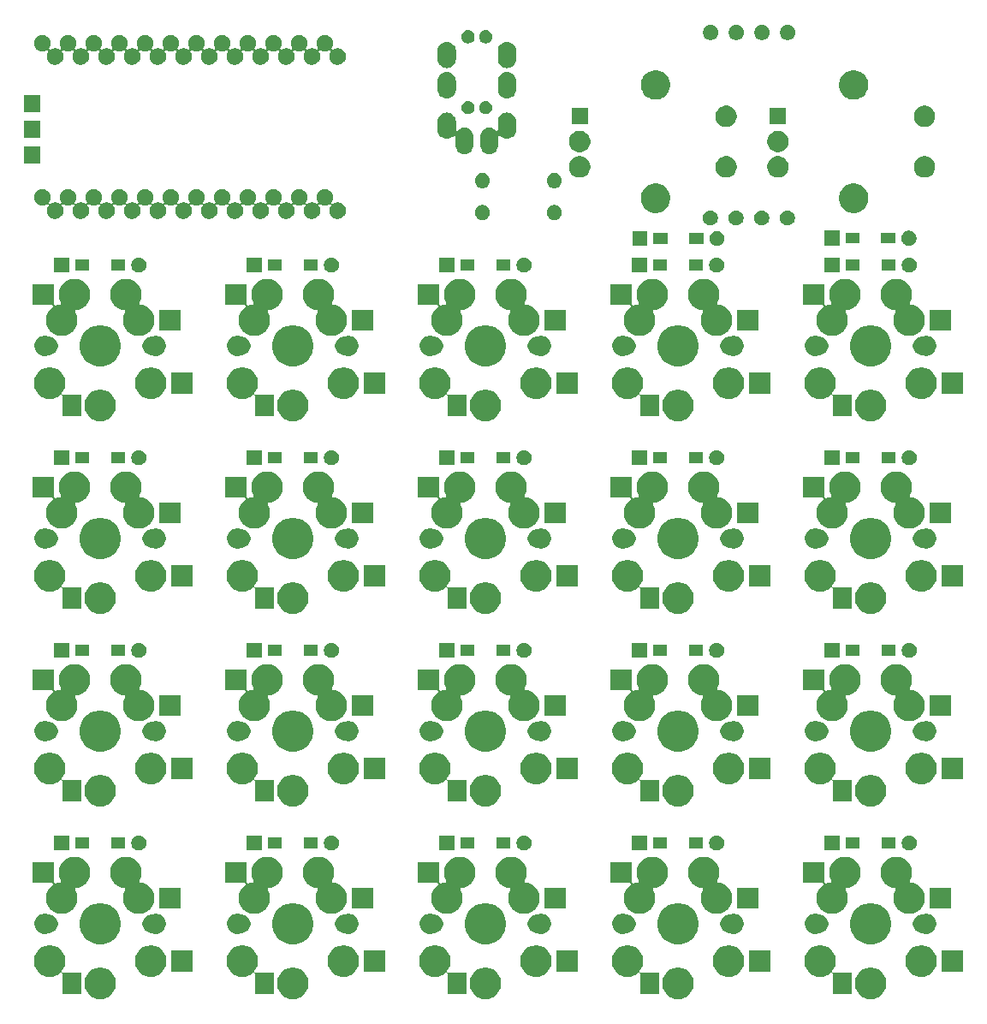
<source format=gbr>
G04 #@! TF.GenerationSoftware,KiCad,Pcbnew,(5.1.6-0-10_14)*
G04 #@! TF.CreationDate,2023-01-09T16:28:48+09:00*
G04 #@! TF.ProjectId,cool644,636f6f6c-3634-4342-9e6b-696361645f70,rev?*
G04 #@! TF.SameCoordinates,Original*
G04 #@! TF.FileFunction,Soldermask,Top*
G04 #@! TF.FilePolarity,Negative*
%FSLAX46Y46*%
G04 Gerber Fmt 4.6, Leading zero omitted, Abs format (unit mm)*
G04 Created by KiCad (PCBNEW (5.1.6-0-10_14)) date 2023-01-09 16:28:48*
%MOMM*%
%LPD*%
G01*
G04 APERTURE LIST*
%ADD10C,0.100000*%
G04 APERTURE END LIST*
D10*
G36*
X76502585Y-61528802D02*
G01*
X76652410Y-61558604D01*
X76934674Y-61675521D01*
X77188705Y-61845259D01*
X77404741Y-62061295D01*
X77574479Y-62315326D01*
X77691396Y-62597590D01*
X77751000Y-62897240D01*
X77751000Y-63202760D01*
X77691396Y-63502410D01*
X77574479Y-63784674D01*
X77404741Y-64038705D01*
X77188705Y-64254741D01*
X76934674Y-64424479D01*
X76652410Y-64541396D01*
X76502585Y-64571198D01*
X76352761Y-64601000D01*
X76047239Y-64601000D01*
X75897415Y-64571198D01*
X75747590Y-64541396D01*
X75465326Y-64424479D01*
X75211295Y-64254741D01*
X74995259Y-64038705D01*
X74825521Y-63784674D01*
X74708604Y-63502410D01*
X74649000Y-63202760D01*
X74649000Y-62897240D01*
X74708604Y-62597590D01*
X74825521Y-62315326D01*
X74995259Y-62061295D01*
X75211295Y-61845259D01*
X75465326Y-61675521D01*
X75747590Y-61558604D01*
X75897415Y-61528802D01*
X76047239Y-61499000D01*
X76352761Y-61499000D01*
X76502585Y-61528802D01*
G37*
G36*
X57452585Y-61528802D02*
G01*
X57602410Y-61558604D01*
X57884674Y-61675521D01*
X58138705Y-61845259D01*
X58354741Y-62061295D01*
X58524479Y-62315326D01*
X58641396Y-62597590D01*
X58701000Y-62897240D01*
X58701000Y-63202760D01*
X58641396Y-63502410D01*
X58524479Y-63784674D01*
X58354741Y-64038705D01*
X58138705Y-64254741D01*
X57884674Y-64424479D01*
X57602410Y-64541396D01*
X57452585Y-64571198D01*
X57302761Y-64601000D01*
X56997239Y-64601000D01*
X56847415Y-64571198D01*
X56697590Y-64541396D01*
X56415326Y-64424479D01*
X56161295Y-64254741D01*
X55945259Y-64038705D01*
X55775521Y-63784674D01*
X55658604Y-63502410D01*
X55599000Y-63202760D01*
X55599000Y-62897240D01*
X55658604Y-62597590D01*
X55775521Y-62315326D01*
X55945259Y-62061295D01*
X56161295Y-61845259D01*
X56415326Y-61675521D01*
X56697590Y-61558604D01*
X56847415Y-61528802D01*
X56997239Y-61499000D01*
X57302761Y-61499000D01*
X57452585Y-61528802D01*
G37*
G36*
X38402585Y-61528802D02*
G01*
X38552410Y-61558604D01*
X38834674Y-61675521D01*
X39088705Y-61845259D01*
X39304741Y-62061295D01*
X39474479Y-62315326D01*
X39591396Y-62597590D01*
X39651000Y-62897240D01*
X39651000Y-63202760D01*
X39591396Y-63502410D01*
X39474479Y-63784674D01*
X39304741Y-64038705D01*
X39088705Y-64254741D01*
X38834674Y-64424479D01*
X38552410Y-64541396D01*
X38402585Y-64571198D01*
X38252761Y-64601000D01*
X37947239Y-64601000D01*
X37797415Y-64571198D01*
X37647590Y-64541396D01*
X37365326Y-64424479D01*
X37111295Y-64254741D01*
X36895259Y-64038705D01*
X36725521Y-63784674D01*
X36608604Y-63502410D01*
X36549000Y-63202760D01*
X36549000Y-62897240D01*
X36608604Y-62597590D01*
X36725521Y-62315326D01*
X36895259Y-62061295D01*
X37111295Y-61845259D01*
X37365326Y-61675521D01*
X37647590Y-61558604D01*
X37797415Y-61528802D01*
X37947239Y-61499000D01*
X38252761Y-61499000D01*
X38402585Y-61528802D01*
G37*
G36*
X19352585Y-61528802D02*
G01*
X19502410Y-61558604D01*
X19784674Y-61675521D01*
X20038705Y-61845259D01*
X20254741Y-62061295D01*
X20424479Y-62315326D01*
X20541396Y-62597590D01*
X20601000Y-62897240D01*
X20601000Y-63202760D01*
X20541396Y-63502410D01*
X20424479Y-63784674D01*
X20254741Y-64038705D01*
X20038705Y-64254741D01*
X19784674Y-64424479D01*
X19502410Y-64541396D01*
X19352585Y-64571198D01*
X19202761Y-64601000D01*
X18897239Y-64601000D01*
X18747415Y-64571198D01*
X18597590Y-64541396D01*
X18315326Y-64424479D01*
X18061295Y-64254741D01*
X17845259Y-64038705D01*
X17675521Y-63784674D01*
X17558604Y-63502410D01*
X17499000Y-63202760D01*
X17499000Y-62897240D01*
X17558604Y-62597590D01*
X17675521Y-62315326D01*
X17845259Y-62061295D01*
X18061295Y-61845259D01*
X18315326Y-61675521D01*
X18597590Y-61558604D01*
X18747415Y-61528802D01*
X18897239Y-61499000D01*
X19202761Y-61499000D01*
X19352585Y-61528802D01*
G37*
G36*
X302585Y-61528802D02*
G01*
X452410Y-61558604D01*
X734674Y-61675521D01*
X988705Y-61845259D01*
X1204741Y-62061295D01*
X1374479Y-62315326D01*
X1491396Y-62597590D01*
X1551000Y-62897240D01*
X1551000Y-63202760D01*
X1491396Y-63502410D01*
X1374479Y-63784674D01*
X1204741Y-64038705D01*
X988705Y-64254741D01*
X734674Y-64424479D01*
X452410Y-64541396D01*
X302585Y-64571198D01*
X152761Y-64601000D01*
X-152761Y-64601000D01*
X-302585Y-64571198D01*
X-452410Y-64541396D01*
X-734674Y-64424479D01*
X-988705Y-64254741D01*
X-1204741Y-64038705D01*
X-1374479Y-63784674D01*
X-1491396Y-63502410D01*
X-1551000Y-63202760D01*
X-1551000Y-62897240D01*
X-1491396Y-62597590D01*
X-1374479Y-62315326D01*
X-1204741Y-62061295D01*
X-988705Y-61845259D01*
X-734674Y-61675521D01*
X-452410Y-61558604D01*
X-302585Y-61528802D01*
X-152761Y-61499000D01*
X152761Y-61499000D01*
X302585Y-61528802D01*
G37*
G36*
X71502585Y-59328802D02*
G01*
X71652410Y-59358604D01*
X71934674Y-59475521D01*
X72188705Y-59645259D01*
X72404741Y-59861295D01*
X72574479Y-60115326D01*
X72691396Y-60397590D01*
X72751000Y-60697240D01*
X72751000Y-61002760D01*
X72691396Y-61302410D01*
X72574479Y-61584674D01*
X72427553Y-61804565D01*
X72416007Y-61826166D01*
X72408894Y-61849615D01*
X72406492Y-61874001D01*
X72408894Y-61898387D01*
X72416007Y-61921836D01*
X72427558Y-61943447D01*
X72443103Y-61962389D01*
X72462045Y-61977934D01*
X72483656Y-61989485D01*
X72507105Y-61996598D01*
X72531491Y-61999000D01*
X74351000Y-61999000D01*
X74351000Y-64101000D01*
X72449000Y-64101000D01*
X72449000Y-62096219D01*
X72446598Y-62071833D01*
X72439485Y-62048384D01*
X72427934Y-62026773D01*
X72412389Y-62007831D01*
X72393447Y-61992286D01*
X72371836Y-61980735D01*
X72348387Y-61973622D01*
X72324001Y-61971220D01*
X72299615Y-61973622D01*
X72276166Y-61980735D01*
X72254555Y-61992286D01*
X72235624Y-62007822D01*
X72188705Y-62054741D01*
X71934674Y-62224479D01*
X71652410Y-62341396D01*
X71502585Y-62371198D01*
X71352761Y-62401000D01*
X71047239Y-62401000D01*
X70897415Y-62371198D01*
X70747590Y-62341396D01*
X70465326Y-62224479D01*
X70211295Y-62054741D01*
X69995259Y-61838705D01*
X69825521Y-61584674D01*
X69708604Y-61302410D01*
X69649000Y-61002760D01*
X69649000Y-60697240D01*
X69708604Y-60397590D01*
X69825521Y-60115326D01*
X69995259Y-59861295D01*
X70211295Y-59645259D01*
X70465326Y-59475521D01*
X70747590Y-59358604D01*
X70897415Y-59328802D01*
X71047239Y-59299000D01*
X71352761Y-59299000D01*
X71502585Y-59328802D01*
G37*
G36*
X-4697415Y-59328802D02*
G01*
X-4547590Y-59358604D01*
X-4265326Y-59475521D01*
X-4011295Y-59645259D01*
X-3795259Y-59861295D01*
X-3625521Y-60115326D01*
X-3508604Y-60397590D01*
X-3449000Y-60697240D01*
X-3449000Y-61002760D01*
X-3508604Y-61302410D01*
X-3625521Y-61584674D01*
X-3772447Y-61804565D01*
X-3783993Y-61826166D01*
X-3791106Y-61849615D01*
X-3793508Y-61874001D01*
X-3791106Y-61898387D01*
X-3783993Y-61921836D01*
X-3772442Y-61943447D01*
X-3756897Y-61962389D01*
X-3737955Y-61977934D01*
X-3716344Y-61989485D01*
X-3692895Y-61996598D01*
X-3668509Y-61999000D01*
X-1849000Y-61999000D01*
X-1849000Y-64101000D01*
X-3751000Y-64101000D01*
X-3751000Y-62096219D01*
X-3753402Y-62071833D01*
X-3760515Y-62048384D01*
X-3772066Y-62026773D01*
X-3787611Y-62007831D01*
X-3806553Y-61992286D01*
X-3828164Y-61980735D01*
X-3851613Y-61973622D01*
X-3875999Y-61971220D01*
X-3900385Y-61973622D01*
X-3923834Y-61980735D01*
X-3945445Y-61992286D01*
X-3964376Y-62007822D01*
X-4011295Y-62054741D01*
X-4265326Y-62224479D01*
X-4547590Y-62341396D01*
X-4697415Y-62371198D01*
X-4847239Y-62401000D01*
X-5152761Y-62401000D01*
X-5302585Y-62371198D01*
X-5452410Y-62341396D01*
X-5734674Y-62224479D01*
X-5988705Y-62054741D01*
X-6204741Y-61838705D01*
X-6374479Y-61584674D01*
X-6491396Y-61302410D01*
X-6551000Y-61002760D01*
X-6551000Y-60697240D01*
X-6491396Y-60397590D01*
X-6374479Y-60115326D01*
X-6204741Y-59861295D01*
X-5988705Y-59645259D01*
X-5734674Y-59475521D01*
X-5452410Y-59358604D01*
X-5302585Y-59328802D01*
X-5152761Y-59299000D01*
X-4847239Y-59299000D01*
X-4697415Y-59328802D01*
G37*
G36*
X52452585Y-59328802D02*
G01*
X52602410Y-59358604D01*
X52884674Y-59475521D01*
X53138705Y-59645259D01*
X53354741Y-59861295D01*
X53524479Y-60115326D01*
X53641396Y-60397590D01*
X53701000Y-60697240D01*
X53701000Y-61002760D01*
X53641396Y-61302410D01*
X53524479Y-61584674D01*
X53377553Y-61804565D01*
X53366007Y-61826166D01*
X53358894Y-61849615D01*
X53356492Y-61874001D01*
X53358894Y-61898387D01*
X53366007Y-61921836D01*
X53377558Y-61943447D01*
X53393103Y-61962389D01*
X53412045Y-61977934D01*
X53433656Y-61989485D01*
X53457105Y-61996598D01*
X53481491Y-61999000D01*
X55301000Y-61999000D01*
X55301000Y-64101000D01*
X53399000Y-64101000D01*
X53399000Y-62096219D01*
X53396598Y-62071833D01*
X53389485Y-62048384D01*
X53377934Y-62026773D01*
X53362389Y-62007831D01*
X53343447Y-61992286D01*
X53321836Y-61980735D01*
X53298387Y-61973622D01*
X53274001Y-61971220D01*
X53249615Y-61973622D01*
X53226166Y-61980735D01*
X53204555Y-61992286D01*
X53185624Y-62007822D01*
X53138705Y-62054741D01*
X52884674Y-62224479D01*
X52602410Y-62341396D01*
X52452585Y-62371198D01*
X52302761Y-62401000D01*
X51997239Y-62401000D01*
X51847415Y-62371198D01*
X51697590Y-62341396D01*
X51415326Y-62224479D01*
X51161295Y-62054741D01*
X50945259Y-61838705D01*
X50775521Y-61584674D01*
X50658604Y-61302410D01*
X50599000Y-61002760D01*
X50599000Y-60697240D01*
X50658604Y-60397590D01*
X50775521Y-60115326D01*
X50945259Y-59861295D01*
X51161295Y-59645259D01*
X51415326Y-59475521D01*
X51697590Y-59358604D01*
X51847415Y-59328802D01*
X51997239Y-59299000D01*
X52302761Y-59299000D01*
X52452585Y-59328802D01*
G37*
G36*
X33402585Y-59328802D02*
G01*
X33552410Y-59358604D01*
X33834674Y-59475521D01*
X34088705Y-59645259D01*
X34304741Y-59861295D01*
X34474479Y-60115326D01*
X34591396Y-60397590D01*
X34651000Y-60697240D01*
X34651000Y-61002760D01*
X34591396Y-61302410D01*
X34474479Y-61584674D01*
X34327553Y-61804565D01*
X34316007Y-61826166D01*
X34308894Y-61849615D01*
X34306492Y-61874001D01*
X34308894Y-61898387D01*
X34316007Y-61921836D01*
X34327558Y-61943447D01*
X34343103Y-61962389D01*
X34362045Y-61977934D01*
X34383656Y-61989485D01*
X34407105Y-61996598D01*
X34431491Y-61999000D01*
X36251000Y-61999000D01*
X36251000Y-64101000D01*
X34349000Y-64101000D01*
X34349000Y-62096219D01*
X34346598Y-62071833D01*
X34339485Y-62048384D01*
X34327934Y-62026773D01*
X34312389Y-62007831D01*
X34293447Y-61992286D01*
X34271836Y-61980735D01*
X34248387Y-61973622D01*
X34224001Y-61971220D01*
X34199615Y-61973622D01*
X34176166Y-61980735D01*
X34154555Y-61992286D01*
X34135624Y-62007822D01*
X34088705Y-62054741D01*
X33834674Y-62224479D01*
X33552410Y-62341396D01*
X33402585Y-62371198D01*
X33252761Y-62401000D01*
X32947239Y-62401000D01*
X32797415Y-62371198D01*
X32647590Y-62341396D01*
X32365326Y-62224479D01*
X32111295Y-62054741D01*
X31895259Y-61838705D01*
X31725521Y-61584674D01*
X31608604Y-61302410D01*
X31549000Y-61002760D01*
X31549000Y-60697240D01*
X31608604Y-60397590D01*
X31725521Y-60115326D01*
X31895259Y-59861295D01*
X32111295Y-59645259D01*
X32365326Y-59475521D01*
X32647590Y-59358604D01*
X32797415Y-59328802D01*
X32947239Y-59299000D01*
X33252761Y-59299000D01*
X33402585Y-59328802D01*
G37*
G36*
X14352585Y-59328802D02*
G01*
X14502410Y-59358604D01*
X14784674Y-59475521D01*
X15038705Y-59645259D01*
X15254741Y-59861295D01*
X15424479Y-60115326D01*
X15541396Y-60397590D01*
X15601000Y-60697240D01*
X15601000Y-61002760D01*
X15541396Y-61302410D01*
X15424479Y-61584674D01*
X15277553Y-61804565D01*
X15266007Y-61826166D01*
X15258894Y-61849615D01*
X15256492Y-61874001D01*
X15258894Y-61898387D01*
X15266007Y-61921836D01*
X15277558Y-61943447D01*
X15293103Y-61962389D01*
X15312045Y-61977934D01*
X15333656Y-61989485D01*
X15357105Y-61996598D01*
X15381491Y-61999000D01*
X17201000Y-61999000D01*
X17201000Y-64101000D01*
X15299000Y-64101000D01*
X15299000Y-62096219D01*
X15296598Y-62071833D01*
X15289485Y-62048384D01*
X15277934Y-62026773D01*
X15262389Y-62007831D01*
X15243447Y-61992286D01*
X15221836Y-61980735D01*
X15198387Y-61973622D01*
X15174001Y-61971220D01*
X15149615Y-61973622D01*
X15126166Y-61980735D01*
X15104555Y-61992286D01*
X15085624Y-62007822D01*
X15038705Y-62054741D01*
X14784674Y-62224479D01*
X14502410Y-62341396D01*
X14352585Y-62371198D01*
X14202761Y-62401000D01*
X13897239Y-62401000D01*
X13747415Y-62371198D01*
X13597590Y-62341396D01*
X13315326Y-62224479D01*
X13061295Y-62054741D01*
X12845259Y-61838705D01*
X12675521Y-61584674D01*
X12558604Y-61302410D01*
X12499000Y-61002760D01*
X12499000Y-60697240D01*
X12558604Y-60397590D01*
X12675521Y-60115326D01*
X12845259Y-59861295D01*
X13061295Y-59645259D01*
X13315326Y-59475521D01*
X13597590Y-59358604D01*
X13747415Y-59328802D01*
X13897239Y-59299000D01*
X14202761Y-59299000D01*
X14352585Y-59328802D01*
G37*
G36*
X5302585Y-59328802D02*
G01*
X5452410Y-59358604D01*
X5734674Y-59475521D01*
X5988705Y-59645259D01*
X6204741Y-59861295D01*
X6374479Y-60115326D01*
X6491396Y-60397590D01*
X6551000Y-60697240D01*
X6551000Y-61002760D01*
X6491396Y-61302410D01*
X6374479Y-61584674D01*
X6204741Y-61838705D01*
X5988705Y-62054741D01*
X5734674Y-62224479D01*
X5452410Y-62341396D01*
X5302585Y-62371198D01*
X5152761Y-62401000D01*
X4847239Y-62401000D01*
X4697415Y-62371198D01*
X4547590Y-62341396D01*
X4265326Y-62224479D01*
X4011295Y-62054741D01*
X3795259Y-61838705D01*
X3625521Y-61584674D01*
X3508604Y-61302410D01*
X3449000Y-61002760D01*
X3449000Y-60697240D01*
X3508604Y-60397590D01*
X3625521Y-60115326D01*
X3795259Y-59861295D01*
X4011295Y-59645259D01*
X4265326Y-59475521D01*
X4547590Y-59358604D01*
X4697415Y-59328802D01*
X4847239Y-59299000D01*
X5152761Y-59299000D01*
X5302585Y-59328802D01*
G37*
G36*
X81502585Y-59328802D02*
G01*
X81652410Y-59358604D01*
X81934674Y-59475521D01*
X82188705Y-59645259D01*
X82404741Y-59861295D01*
X82574479Y-60115326D01*
X82691396Y-60397590D01*
X82751000Y-60697240D01*
X82751000Y-61002760D01*
X82691396Y-61302410D01*
X82574479Y-61584674D01*
X82404741Y-61838705D01*
X82188705Y-62054741D01*
X81934674Y-62224479D01*
X81652410Y-62341396D01*
X81502585Y-62371198D01*
X81352761Y-62401000D01*
X81047239Y-62401000D01*
X80897415Y-62371198D01*
X80747590Y-62341396D01*
X80465326Y-62224479D01*
X80211295Y-62054741D01*
X79995259Y-61838705D01*
X79825521Y-61584674D01*
X79708604Y-61302410D01*
X79649000Y-61002760D01*
X79649000Y-60697240D01*
X79708604Y-60397590D01*
X79825521Y-60115326D01*
X79995259Y-59861295D01*
X80211295Y-59645259D01*
X80465326Y-59475521D01*
X80747590Y-59358604D01*
X80897415Y-59328802D01*
X81047239Y-59299000D01*
X81352761Y-59299000D01*
X81502585Y-59328802D01*
G37*
G36*
X62452585Y-59328802D02*
G01*
X62602410Y-59358604D01*
X62884674Y-59475521D01*
X63138705Y-59645259D01*
X63354741Y-59861295D01*
X63524479Y-60115326D01*
X63641396Y-60397590D01*
X63701000Y-60697240D01*
X63701000Y-61002760D01*
X63641396Y-61302410D01*
X63524479Y-61584674D01*
X63354741Y-61838705D01*
X63138705Y-62054741D01*
X62884674Y-62224479D01*
X62602410Y-62341396D01*
X62452585Y-62371198D01*
X62302761Y-62401000D01*
X61997239Y-62401000D01*
X61847415Y-62371198D01*
X61697590Y-62341396D01*
X61415326Y-62224479D01*
X61161295Y-62054741D01*
X60945259Y-61838705D01*
X60775521Y-61584674D01*
X60658604Y-61302410D01*
X60599000Y-61002760D01*
X60599000Y-60697240D01*
X60658604Y-60397590D01*
X60775521Y-60115326D01*
X60945259Y-59861295D01*
X61161295Y-59645259D01*
X61415326Y-59475521D01*
X61697590Y-59358604D01*
X61847415Y-59328802D01*
X61997239Y-59299000D01*
X62302761Y-59299000D01*
X62452585Y-59328802D01*
G37*
G36*
X43402585Y-59328802D02*
G01*
X43552410Y-59358604D01*
X43834674Y-59475521D01*
X44088705Y-59645259D01*
X44304741Y-59861295D01*
X44474479Y-60115326D01*
X44591396Y-60397590D01*
X44651000Y-60697240D01*
X44651000Y-61002760D01*
X44591396Y-61302410D01*
X44474479Y-61584674D01*
X44304741Y-61838705D01*
X44088705Y-62054741D01*
X43834674Y-62224479D01*
X43552410Y-62341396D01*
X43402585Y-62371198D01*
X43252761Y-62401000D01*
X42947239Y-62401000D01*
X42797415Y-62371198D01*
X42647590Y-62341396D01*
X42365326Y-62224479D01*
X42111295Y-62054741D01*
X41895259Y-61838705D01*
X41725521Y-61584674D01*
X41608604Y-61302410D01*
X41549000Y-61002760D01*
X41549000Y-60697240D01*
X41608604Y-60397590D01*
X41725521Y-60115326D01*
X41895259Y-59861295D01*
X42111295Y-59645259D01*
X42365326Y-59475521D01*
X42647590Y-59358604D01*
X42797415Y-59328802D01*
X42947239Y-59299000D01*
X43252761Y-59299000D01*
X43402585Y-59328802D01*
G37*
G36*
X24352585Y-59328802D02*
G01*
X24502410Y-59358604D01*
X24784674Y-59475521D01*
X25038705Y-59645259D01*
X25254741Y-59861295D01*
X25424479Y-60115326D01*
X25541396Y-60397590D01*
X25601000Y-60697240D01*
X25601000Y-61002760D01*
X25541396Y-61302410D01*
X25424479Y-61584674D01*
X25254741Y-61838705D01*
X25038705Y-62054741D01*
X24784674Y-62224479D01*
X24502410Y-62341396D01*
X24352585Y-62371198D01*
X24202761Y-62401000D01*
X23897239Y-62401000D01*
X23747415Y-62371198D01*
X23597590Y-62341396D01*
X23315326Y-62224479D01*
X23061295Y-62054741D01*
X22845259Y-61838705D01*
X22675521Y-61584674D01*
X22558604Y-61302410D01*
X22499000Y-61002760D01*
X22499000Y-60697240D01*
X22558604Y-60397590D01*
X22675521Y-60115326D01*
X22845259Y-59861295D01*
X23061295Y-59645259D01*
X23315326Y-59475521D01*
X23597590Y-59358604D01*
X23747415Y-59328802D01*
X23897239Y-59299000D01*
X24202761Y-59299000D01*
X24352585Y-59328802D01*
G37*
G36*
X85351000Y-61901000D02*
G01*
X83249000Y-61901000D01*
X83249000Y-59799000D01*
X85351000Y-59799000D01*
X85351000Y-61901000D01*
G37*
G36*
X66301000Y-61901000D02*
G01*
X64199000Y-61901000D01*
X64199000Y-59799000D01*
X66301000Y-59799000D01*
X66301000Y-61901000D01*
G37*
G36*
X9151000Y-61901000D02*
G01*
X7049000Y-61901000D01*
X7049000Y-59799000D01*
X9151000Y-59799000D01*
X9151000Y-61901000D01*
G37*
G36*
X47251000Y-61901000D02*
G01*
X45149000Y-61901000D01*
X45149000Y-59799000D01*
X47251000Y-59799000D01*
X47251000Y-61901000D01*
G37*
G36*
X28201000Y-61901000D02*
G01*
X26099000Y-61901000D01*
X26099000Y-59799000D01*
X28201000Y-59799000D01*
X28201000Y-61901000D01*
G37*
G36*
X19648254Y-55177818D02*
G01*
X20021511Y-55332426D01*
X20021513Y-55332427D01*
X20357436Y-55556884D01*
X20643116Y-55842564D01*
X20855889Y-56161000D01*
X20867574Y-56178489D01*
X21022182Y-56551746D01*
X21101000Y-56947993D01*
X21101000Y-57352007D01*
X21022182Y-57748254D01*
X20892839Y-58060515D01*
X20867573Y-58121513D01*
X20643116Y-58457436D01*
X20357436Y-58743116D01*
X20021513Y-58967573D01*
X20021512Y-58967574D01*
X20021511Y-58967574D01*
X19648254Y-59122182D01*
X19252007Y-59201000D01*
X18847993Y-59201000D01*
X18451746Y-59122182D01*
X18078489Y-58967574D01*
X18078488Y-58967574D01*
X18078487Y-58967573D01*
X17742564Y-58743116D01*
X17456884Y-58457436D01*
X17232427Y-58121513D01*
X17207161Y-58060515D01*
X17077818Y-57748254D01*
X16999000Y-57352007D01*
X16999000Y-56947993D01*
X17077818Y-56551746D01*
X17232426Y-56178489D01*
X17244112Y-56161000D01*
X17456884Y-55842564D01*
X17742564Y-55556884D01*
X18078487Y-55332427D01*
X18078489Y-55332426D01*
X18451746Y-55177818D01*
X18847993Y-55099000D01*
X19252007Y-55099000D01*
X19648254Y-55177818D01*
G37*
G36*
X598254Y-55177818D02*
G01*
X971511Y-55332426D01*
X971513Y-55332427D01*
X1307436Y-55556884D01*
X1593116Y-55842564D01*
X1805889Y-56161000D01*
X1817574Y-56178489D01*
X1972182Y-56551746D01*
X2051000Y-56947993D01*
X2051000Y-57352007D01*
X1972182Y-57748254D01*
X1842839Y-58060515D01*
X1817573Y-58121513D01*
X1593116Y-58457436D01*
X1307436Y-58743116D01*
X971513Y-58967573D01*
X971512Y-58967574D01*
X971511Y-58967574D01*
X598254Y-59122182D01*
X202007Y-59201000D01*
X-202007Y-59201000D01*
X-598254Y-59122182D01*
X-971511Y-58967574D01*
X-971512Y-58967574D01*
X-971513Y-58967573D01*
X-1307436Y-58743116D01*
X-1593116Y-58457436D01*
X-1817573Y-58121513D01*
X-1842839Y-58060515D01*
X-1972182Y-57748254D01*
X-2051000Y-57352007D01*
X-2051000Y-56947993D01*
X-1972182Y-56551746D01*
X-1817574Y-56178489D01*
X-1805888Y-56161000D01*
X-1593116Y-55842564D01*
X-1307436Y-55556884D01*
X-971513Y-55332427D01*
X-971511Y-55332426D01*
X-598254Y-55177818D01*
X-202007Y-55099000D01*
X202007Y-55099000D01*
X598254Y-55177818D01*
G37*
G36*
X76798254Y-55177818D02*
G01*
X77171511Y-55332426D01*
X77171513Y-55332427D01*
X77507436Y-55556884D01*
X77793116Y-55842564D01*
X78005889Y-56161000D01*
X78017574Y-56178489D01*
X78172182Y-56551746D01*
X78251000Y-56947993D01*
X78251000Y-57352007D01*
X78172182Y-57748254D01*
X78042839Y-58060515D01*
X78017573Y-58121513D01*
X77793116Y-58457436D01*
X77507436Y-58743116D01*
X77171513Y-58967573D01*
X77171512Y-58967574D01*
X77171511Y-58967574D01*
X76798254Y-59122182D01*
X76402007Y-59201000D01*
X75997993Y-59201000D01*
X75601746Y-59122182D01*
X75228489Y-58967574D01*
X75228488Y-58967574D01*
X75228487Y-58967573D01*
X74892564Y-58743116D01*
X74606884Y-58457436D01*
X74382427Y-58121513D01*
X74357161Y-58060515D01*
X74227818Y-57748254D01*
X74149000Y-57352007D01*
X74149000Y-56947993D01*
X74227818Y-56551746D01*
X74382426Y-56178489D01*
X74394112Y-56161000D01*
X74606884Y-55842564D01*
X74892564Y-55556884D01*
X75228487Y-55332427D01*
X75228489Y-55332426D01*
X75601746Y-55177818D01*
X75997993Y-55099000D01*
X76402007Y-55099000D01*
X76798254Y-55177818D01*
G37*
G36*
X38698254Y-55177818D02*
G01*
X39071511Y-55332426D01*
X39071513Y-55332427D01*
X39407436Y-55556884D01*
X39693116Y-55842564D01*
X39905889Y-56161000D01*
X39917574Y-56178489D01*
X40072182Y-56551746D01*
X40151000Y-56947993D01*
X40151000Y-57352007D01*
X40072182Y-57748254D01*
X39942839Y-58060515D01*
X39917573Y-58121513D01*
X39693116Y-58457436D01*
X39407436Y-58743116D01*
X39071513Y-58967573D01*
X39071512Y-58967574D01*
X39071511Y-58967574D01*
X38698254Y-59122182D01*
X38302007Y-59201000D01*
X37897993Y-59201000D01*
X37501746Y-59122182D01*
X37128489Y-58967574D01*
X37128488Y-58967574D01*
X37128487Y-58967573D01*
X36792564Y-58743116D01*
X36506884Y-58457436D01*
X36282427Y-58121513D01*
X36257161Y-58060515D01*
X36127818Y-57748254D01*
X36049000Y-57352007D01*
X36049000Y-56947993D01*
X36127818Y-56551746D01*
X36282426Y-56178489D01*
X36294112Y-56161000D01*
X36506884Y-55842564D01*
X36792564Y-55556884D01*
X37128487Y-55332427D01*
X37128489Y-55332426D01*
X37501746Y-55177818D01*
X37897993Y-55099000D01*
X38302007Y-55099000D01*
X38698254Y-55177818D01*
G37*
G36*
X57748254Y-55177818D02*
G01*
X58121511Y-55332426D01*
X58121513Y-55332427D01*
X58457436Y-55556884D01*
X58743116Y-55842564D01*
X58955889Y-56161000D01*
X58967574Y-56178489D01*
X59122182Y-56551746D01*
X59201000Y-56947993D01*
X59201000Y-57352007D01*
X59122182Y-57748254D01*
X58992839Y-58060515D01*
X58967573Y-58121513D01*
X58743116Y-58457436D01*
X58457436Y-58743116D01*
X58121513Y-58967573D01*
X58121512Y-58967574D01*
X58121511Y-58967574D01*
X57748254Y-59122182D01*
X57352007Y-59201000D01*
X56947993Y-59201000D01*
X56551746Y-59122182D01*
X56178489Y-58967574D01*
X56178488Y-58967574D01*
X56178487Y-58967573D01*
X55842564Y-58743116D01*
X55556884Y-58457436D01*
X55332427Y-58121513D01*
X55307161Y-58060515D01*
X55177818Y-57748254D01*
X55099000Y-57352007D01*
X55099000Y-56947993D01*
X55177818Y-56551746D01*
X55332426Y-56178489D01*
X55344112Y-56161000D01*
X55556884Y-55842564D01*
X55842564Y-55556884D01*
X56178487Y-55332427D01*
X56178489Y-55332426D01*
X56551746Y-55177818D01*
X56947993Y-55099000D01*
X57352007Y-55099000D01*
X57748254Y-55177818D01*
G37*
G36*
X81858918Y-56161000D02*
G01*
X81991981Y-56187468D01*
X82174151Y-56262926D01*
X82338100Y-56372473D01*
X82477527Y-56511900D01*
X82587074Y-56675849D01*
X82662532Y-56858019D01*
X82701000Y-57051410D01*
X82701000Y-57248590D01*
X82662532Y-57441981D01*
X82587074Y-57624151D01*
X82477527Y-57788100D01*
X82338100Y-57927527D01*
X82174151Y-58037074D01*
X81991981Y-58112532D01*
X81895285Y-58131766D01*
X81798591Y-58151000D01*
X81601409Y-58151000D01*
X81504715Y-58131766D01*
X81408019Y-58112532D01*
X81282440Y-58060515D01*
X81258991Y-58053402D01*
X81234605Y-58051000D01*
X81191258Y-58051000D01*
X81166488Y-58046073D01*
X81017188Y-58016376D01*
X80853216Y-57948456D01*
X80705646Y-57849853D01*
X80580147Y-57724354D01*
X80481544Y-57576784D01*
X80413624Y-57412812D01*
X80379000Y-57238741D01*
X80379000Y-57061259D01*
X80413624Y-56887188D01*
X80481544Y-56723216D01*
X80580147Y-56575646D01*
X80705646Y-56450147D01*
X80853216Y-56351544D01*
X81017188Y-56283624D01*
X81166488Y-56253927D01*
X81191258Y-56249000D01*
X81234605Y-56249000D01*
X81258991Y-56246598D01*
X81282440Y-56239485D01*
X81287690Y-56237311D01*
X81408019Y-56187468D01*
X81541082Y-56161000D01*
X81601409Y-56149000D01*
X81798591Y-56149000D01*
X81858918Y-56161000D01*
G37*
G36*
X70858918Y-56161000D02*
G01*
X70991981Y-56187468D01*
X71112310Y-56237311D01*
X71117560Y-56239485D01*
X71141009Y-56246598D01*
X71165395Y-56249000D01*
X71208742Y-56249000D01*
X71233512Y-56253927D01*
X71382812Y-56283624D01*
X71546784Y-56351544D01*
X71694354Y-56450147D01*
X71819853Y-56575646D01*
X71918456Y-56723216D01*
X71986376Y-56887188D01*
X72021000Y-57061259D01*
X72021000Y-57238741D01*
X71986376Y-57412812D01*
X71918456Y-57576784D01*
X71819853Y-57724354D01*
X71694354Y-57849853D01*
X71546784Y-57948456D01*
X71382812Y-58016376D01*
X71233512Y-58046073D01*
X71208742Y-58051000D01*
X71165395Y-58051000D01*
X71141009Y-58053402D01*
X71117560Y-58060515D01*
X70991981Y-58112532D01*
X70895285Y-58131766D01*
X70798591Y-58151000D01*
X70601409Y-58151000D01*
X70504715Y-58131766D01*
X70408019Y-58112532D01*
X70225849Y-58037074D01*
X70061900Y-57927527D01*
X69922473Y-57788100D01*
X69812926Y-57624151D01*
X69737468Y-57441981D01*
X69699000Y-57248590D01*
X69699000Y-57051410D01*
X69737468Y-56858019D01*
X69812926Y-56675849D01*
X69922473Y-56511900D01*
X70061900Y-56372473D01*
X70225849Y-56262926D01*
X70408019Y-56187468D01*
X70541082Y-56161000D01*
X70601409Y-56149000D01*
X70798591Y-56149000D01*
X70858918Y-56161000D01*
G37*
G36*
X51808918Y-56161000D02*
G01*
X51941981Y-56187468D01*
X52062310Y-56237311D01*
X52067560Y-56239485D01*
X52091009Y-56246598D01*
X52115395Y-56249000D01*
X52158742Y-56249000D01*
X52183512Y-56253927D01*
X52332812Y-56283624D01*
X52496784Y-56351544D01*
X52644354Y-56450147D01*
X52769853Y-56575646D01*
X52868456Y-56723216D01*
X52936376Y-56887188D01*
X52971000Y-57061259D01*
X52971000Y-57238741D01*
X52936376Y-57412812D01*
X52868456Y-57576784D01*
X52769853Y-57724354D01*
X52644354Y-57849853D01*
X52496784Y-57948456D01*
X52332812Y-58016376D01*
X52183512Y-58046073D01*
X52158742Y-58051000D01*
X52115395Y-58051000D01*
X52091009Y-58053402D01*
X52067560Y-58060515D01*
X51941981Y-58112532D01*
X51845285Y-58131766D01*
X51748591Y-58151000D01*
X51551409Y-58151000D01*
X51454715Y-58131766D01*
X51358019Y-58112532D01*
X51175849Y-58037074D01*
X51011900Y-57927527D01*
X50872473Y-57788100D01*
X50762926Y-57624151D01*
X50687468Y-57441981D01*
X50649000Y-57248590D01*
X50649000Y-57051410D01*
X50687468Y-56858019D01*
X50762926Y-56675849D01*
X50872473Y-56511900D01*
X51011900Y-56372473D01*
X51175849Y-56262926D01*
X51358019Y-56187468D01*
X51491082Y-56161000D01*
X51551409Y-56149000D01*
X51748591Y-56149000D01*
X51808918Y-56161000D01*
G37*
G36*
X62808918Y-56161000D02*
G01*
X62941981Y-56187468D01*
X63124151Y-56262926D01*
X63288100Y-56372473D01*
X63427527Y-56511900D01*
X63537074Y-56675849D01*
X63612532Y-56858019D01*
X63651000Y-57051410D01*
X63651000Y-57248590D01*
X63612532Y-57441981D01*
X63537074Y-57624151D01*
X63427527Y-57788100D01*
X63288100Y-57927527D01*
X63124151Y-58037074D01*
X62941981Y-58112532D01*
X62845285Y-58131766D01*
X62748591Y-58151000D01*
X62551409Y-58151000D01*
X62454715Y-58131766D01*
X62358019Y-58112532D01*
X62232440Y-58060515D01*
X62208991Y-58053402D01*
X62184605Y-58051000D01*
X62141258Y-58051000D01*
X62116488Y-58046073D01*
X61967188Y-58016376D01*
X61803216Y-57948456D01*
X61655646Y-57849853D01*
X61530147Y-57724354D01*
X61431544Y-57576784D01*
X61363624Y-57412812D01*
X61329000Y-57238741D01*
X61329000Y-57061259D01*
X61363624Y-56887188D01*
X61431544Y-56723216D01*
X61530147Y-56575646D01*
X61655646Y-56450147D01*
X61803216Y-56351544D01*
X61967188Y-56283624D01*
X62116488Y-56253927D01*
X62141258Y-56249000D01*
X62184605Y-56249000D01*
X62208991Y-56246598D01*
X62232440Y-56239485D01*
X62237690Y-56237311D01*
X62358019Y-56187468D01*
X62491082Y-56161000D01*
X62551409Y-56149000D01*
X62748591Y-56149000D01*
X62808918Y-56161000D01*
G37*
G36*
X43758918Y-56161000D02*
G01*
X43891981Y-56187468D01*
X44074151Y-56262926D01*
X44238100Y-56372473D01*
X44377527Y-56511900D01*
X44487074Y-56675849D01*
X44562532Y-56858019D01*
X44601000Y-57051410D01*
X44601000Y-57248590D01*
X44562532Y-57441981D01*
X44487074Y-57624151D01*
X44377527Y-57788100D01*
X44238100Y-57927527D01*
X44074151Y-58037074D01*
X43891981Y-58112532D01*
X43795285Y-58131766D01*
X43698591Y-58151000D01*
X43501409Y-58151000D01*
X43404715Y-58131766D01*
X43308019Y-58112532D01*
X43182440Y-58060515D01*
X43158991Y-58053402D01*
X43134605Y-58051000D01*
X43091258Y-58051000D01*
X43066488Y-58046073D01*
X42917188Y-58016376D01*
X42753216Y-57948456D01*
X42605646Y-57849853D01*
X42480147Y-57724354D01*
X42381544Y-57576784D01*
X42313624Y-57412812D01*
X42279000Y-57238741D01*
X42279000Y-57061259D01*
X42313624Y-56887188D01*
X42381544Y-56723216D01*
X42480147Y-56575646D01*
X42605646Y-56450147D01*
X42753216Y-56351544D01*
X42917188Y-56283624D01*
X43066488Y-56253927D01*
X43091258Y-56249000D01*
X43134605Y-56249000D01*
X43158991Y-56246598D01*
X43182440Y-56239485D01*
X43187690Y-56237311D01*
X43308019Y-56187468D01*
X43441082Y-56161000D01*
X43501409Y-56149000D01*
X43698591Y-56149000D01*
X43758918Y-56161000D01*
G37*
G36*
X32758918Y-56161000D02*
G01*
X32891981Y-56187468D01*
X33012310Y-56237311D01*
X33017560Y-56239485D01*
X33041009Y-56246598D01*
X33065395Y-56249000D01*
X33108742Y-56249000D01*
X33133512Y-56253927D01*
X33282812Y-56283624D01*
X33446784Y-56351544D01*
X33594354Y-56450147D01*
X33719853Y-56575646D01*
X33818456Y-56723216D01*
X33886376Y-56887188D01*
X33921000Y-57061259D01*
X33921000Y-57238741D01*
X33886376Y-57412812D01*
X33818456Y-57576784D01*
X33719853Y-57724354D01*
X33594354Y-57849853D01*
X33446784Y-57948456D01*
X33282812Y-58016376D01*
X33133512Y-58046073D01*
X33108742Y-58051000D01*
X33065395Y-58051000D01*
X33041009Y-58053402D01*
X33017560Y-58060515D01*
X32891981Y-58112532D01*
X32795285Y-58131766D01*
X32698591Y-58151000D01*
X32501409Y-58151000D01*
X32404715Y-58131766D01*
X32308019Y-58112532D01*
X32125849Y-58037074D01*
X31961900Y-57927527D01*
X31822473Y-57788100D01*
X31712926Y-57624151D01*
X31637468Y-57441981D01*
X31599000Y-57248590D01*
X31599000Y-57051410D01*
X31637468Y-56858019D01*
X31712926Y-56675849D01*
X31822473Y-56511900D01*
X31961900Y-56372473D01*
X32125849Y-56262926D01*
X32308019Y-56187468D01*
X32441082Y-56161000D01*
X32501409Y-56149000D01*
X32698591Y-56149000D01*
X32758918Y-56161000D01*
G37*
G36*
X5658918Y-56161000D02*
G01*
X5791981Y-56187468D01*
X5974151Y-56262926D01*
X6138100Y-56372473D01*
X6277527Y-56511900D01*
X6387074Y-56675849D01*
X6462532Y-56858019D01*
X6501000Y-57051410D01*
X6501000Y-57248590D01*
X6462532Y-57441981D01*
X6387074Y-57624151D01*
X6277527Y-57788100D01*
X6138100Y-57927527D01*
X5974151Y-58037074D01*
X5791981Y-58112532D01*
X5695285Y-58131766D01*
X5598591Y-58151000D01*
X5401409Y-58151000D01*
X5304715Y-58131766D01*
X5208019Y-58112532D01*
X5082440Y-58060515D01*
X5058991Y-58053402D01*
X5034605Y-58051000D01*
X4991258Y-58051000D01*
X4966488Y-58046073D01*
X4817188Y-58016376D01*
X4653216Y-57948456D01*
X4505646Y-57849853D01*
X4380147Y-57724354D01*
X4281544Y-57576784D01*
X4213624Y-57412812D01*
X4179000Y-57238741D01*
X4179000Y-57061259D01*
X4213624Y-56887188D01*
X4281544Y-56723216D01*
X4380147Y-56575646D01*
X4505646Y-56450147D01*
X4653216Y-56351544D01*
X4817188Y-56283624D01*
X4966488Y-56253927D01*
X4991258Y-56249000D01*
X5034605Y-56249000D01*
X5058991Y-56246598D01*
X5082440Y-56239485D01*
X5087690Y-56237311D01*
X5208019Y-56187468D01*
X5341082Y-56161000D01*
X5401409Y-56149000D01*
X5598591Y-56149000D01*
X5658918Y-56161000D01*
G37*
G36*
X-5341082Y-56161000D02*
G01*
X-5208019Y-56187468D01*
X-5087690Y-56237311D01*
X-5082440Y-56239485D01*
X-5058991Y-56246598D01*
X-5034605Y-56249000D01*
X-4991258Y-56249000D01*
X-4966488Y-56253927D01*
X-4817188Y-56283624D01*
X-4653216Y-56351544D01*
X-4505646Y-56450147D01*
X-4380147Y-56575646D01*
X-4281544Y-56723216D01*
X-4213624Y-56887188D01*
X-4179000Y-57061259D01*
X-4179000Y-57238741D01*
X-4213624Y-57412812D01*
X-4281544Y-57576784D01*
X-4380147Y-57724354D01*
X-4505646Y-57849853D01*
X-4653216Y-57948456D01*
X-4817188Y-58016376D01*
X-4966488Y-58046073D01*
X-4991258Y-58051000D01*
X-5034605Y-58051000D01*
X-5058991Y-58053402D01*
X-5082440Y-58060515D01*
X-5208019Y-58112532D01*
X-5304715Y-58131766D01*
X-5401409Y-58151000D01*
X-5598591Y-58151000D01*
X-5695285Y-58131766D01*
X-5791981Y-58112532D01*
X-5974151Y-58037074D01*
X-6138100Y-57927527D01*
X-6277527Y-57788100D01*
X-6387074Y-57624151D01*
X-6462532Y-57441981D01*
X-6501000Y-57248590D01*
X-6501000Y-57051410D01*
X-6462532Y-56858019D01*
X-6387074Y-56675849D01*
X-6277527Y-56511900D01*
X-6138100Y-56372473D01*
X-5974151Y-56262926D01*
X-5791981Y-56187468D01*
X-5658918Y-56161000D01*
X-5598591Y-56149000D01*
X-5401409Y-56149000D01*
X-5341082Y-56161000D01*
G37*
G36*
X24708918Y-56161000D02*
G01*
X24841981Y-56187468D01*
X25024151Y-56262926D01*
X25188100Y-56372473D01*
X25327527Y-56511900D01*
X25437074Y-56675849D01*
X25512532Y-56858019D01*
X25551000Y-57051410D01*
X25551000Y-57248590D01*
X25512532Y-57441981D01*
X25437074Y-57624151D01*
X25327527Y-57788100D01*
X25188100Y-57927527D01*
X25024151Y-58037074D01*
X24841981Y-58112532D01*
X24745285Y-58131766D01*
X24648591Y-58151000D01*
X24451409Y-58151000D01*
X24354715Y-58131766D01*
X24258019Y-58112532D01*
X24132440Y-58060515D01*
X24108991Y-58053402D01*
X24084605Y-58051000D01*
X24041258Y-58051000D01*
X24016488Y-58046073D01*
X23867188Y-58016376D01*
X23703216Y-57948456D01*
X23555646Y-57849853D01*
X23430147Y-57724354D01*
X23331544Y-57576784D01*
X23263624Y-57412812D01*
X23229000Y-57238741D01*
X23229000Y-57061259D01*
X23263624Y-56887188D01*
X23331544Y-56723216D01*
X23430147Y-56575646D01*
X23555646Y-56450147D01*
X23703216Y-56351544D01*
X23867188Y-56283624D01*
X24016488Y-56253927D01*
X24041258Y-56249000D01*
X24084605Y-56249000D01*
X24108991Y-56246598D01*
X24132440Y-56239485D01*
X24137690Y-56237311D01*
X24258019Y-56187468D01*
X24391082Y-56161000D01*
X24451409Y-56149000D01*
X24648591Y-56149000D01*
X24708918Y-56161000D01*
G37*
G36*
X13708918Y-56161000D02*
G01*
X13841981Y-56187468D01*
X13962310Y-56237311D01*
X13967560Y-56239485D01*
X13991009Y-56246598D01*
X14015395Y-56249000D01*
X14058742Y-56249000D01*
X14083512Y-56253927D01*
X14232812Y-56283624D01*
X14396784Y-56351544D01*
X14544354Y-56450147D01*
X14669853Y-56575646D01*
X14768456Y-56723216D01*
X14836376Y-56887188D01*
X14871000Y-57061259D01*
X14871000Y-57238741D01*
X14836376Y-57412812D01*
X14768456Y-57576784D01*
X14669853Y-57724354D01*
X14544354Y-57849853D01*
X14396784Y-57948456D01*
X14232812Y-58016376D01*
X14083512Y-58046073D01*
X14058742Y-58051000D01*
X14015395Y-58051000D01*
X13991009Y-58053402D01*
X13967560Y-58060515D01*
X13841981Y-58112532D01*
X13745285Y-58131766D01*
X13648591Y-58151000D01*
X13451409Y-58151000D01*
X13354715Y-58131766D01*
X13258019Y-58112532D01*
X13075849Y-58037074D01*
X12911900Y-57927527D01*
X12772473Y-57788100D01*
X12662926Y-57624151D01*
X12587468Y-57441981D01*
X12549000Y-57248590D01*
X12549000Y-57051410D01*
X12587468Y-56858019D01*
X12662926Y-56675849D01*
X12772473Y-56511900D01*
X12911900Y-56372473D01*
X13075849Y-56262926D01*
X13258019Y-56187468D01*
X13391082Y-56161000D01*
X13451409Y-56149000D01*
X13648591Y-56149000D01*
X13708918Y-56161000D01*
G37*
G36*
X16812585Y-50548802D02*
G01*
X16962410Y-50578604D01*
X17244674Y-50695521D01*
X17498705Y-50865259D01*
X17714741Y-51081295D01*
X17884479Y-51335326D01*
X18001396Y-51617590D01*
X18061000Y-51917240D01*
X18061000Y-52222760D01*
X18001396Y-52522410D01*
X17884479Y-52804674D01*
X17714741Y-53058705D01*
X17498705Y-53274741D01*
X17244674Y-53444479D01*
X16962410Y-53561396D01*
X16879338Y-53577920D01*
X16653623Y-53622818D01*
X16630174Y-53629931D01*
X16608563Y-53641482D01*
X16589621Y-53657028D01*
X16574076Y-53675969D01*
X16562525Y-53697580D01*
X16555412Y-53721029D01*
X16553010Y-53745415D01*
X16555412Y-53769801D01*
X16562525Y-53793250D01*
X16574070Y-53814849D01*
X16614479Y-53875326D01*
X16731396Y-54157590D01*
X16791000Y-54457240D01*
X16791000Y-54762760D01*
X16731396Y-55062410D01*
X16614479Y-55344674D01*
X16444741Y-55598705D01*
X16228705Y-55814741D01*
X15974674Y-55984479D01*
X15692410Y-56101396D01*
X15542585Y-56131198D01*
X15392761Y-56161000D01*
X15087239Y-56161000D01*
X14937415Y-56131198D01*
X14787590Y-56101396D01*
X14505326Y-55984479D01*
X14251295Y-55814741D01*
X14035259Y-55598705D01*
X13865521Y-55344674D01*
X13748604Y-55062410D01*
X13689000Y-54762760D01*
X13689000Y-54457240D01*
X13748604Y-54157590D01*
X13865521Y-53875326D01*
X14035259Y-53621295D01*
X14251295Y-53405259D01*
X14334110Y-53349924D01*
X14353042Y-53334387D01*
X14368587Y-53315445D01*
X14380138Y-53293834D01*
X14387251Y-53270385D01*
X14389653Y-53245999D01*
X14387251Y-53221613D01*
X14380138Y-53198164D01*
X14368587Y-53176553D01*
X14353042Y-53157611D01*
X14334100Y-53142066D01*
X14312489Y-53130515D01*
X14289040Y-53123402D01*
X14264654Y-53121000D01*
X12399000Y-53121000D01*
X12399000Y-51019000D01*
X14501000Y-51019000D01*
X14501000Y-53050239D01*
X14503402Y-53074625D01*
X14510515Y-53098074D01*
X14522066Y-53119685D01*
X14537611Y-53138627D01*
X14556553Y-53154172D01*
X14578164Y-53165723D01*
X14601613Y-53172836D01*
X14625999Y-53175238D01*
X14650385Y-53172836D01*
X14673834Y-53165723D01*
X14787590Y-53118604D01*
X15096377Y-53057182D01*
X15119826Y-53050069D01*
X15141437Y-53038518D01*
X15160379Y-53022972D01*
X15175924Y-53004031D01*
X15187475Y-52982420D01*
X15194588Y-52958971D01*
X15196990Y-52934585D01*
X15194588Y-52910199D01*
X15187475Y-52886750D01*
X15175930Y-52865151D01*
X15135521Y-52804674D01*
X15018604Y-52522410D01*
X14959000Y-52222760D01*
X14959000Y-51917240D01*
X15018604Y-51617590D01*
X15135521Y-51335326D01*
X15305259Y-51081295D01*
X15521295Y-50865259D01*
X15775326Y-50695521D01*
X16057590Y-50578604D01*
X16207415Y-50548802D01*
X16357239Y-50519000D01*
X16662761Y-50519000D01*
X16812585Y-50548802D01*
G37*
G36*
X40942585Y-50548802D02*
G01*
X41092410Y-50578604D01*
X41374674Y-50695521D01*
X41628705Y-50865259D01*
X41844741Y-51081295D01*
X42014479Y-51335326D01*
X42131396Y-51617590D01*
X42191000Y-51917240D01*
X42191000Y-52222760D01*
X42131396Y-52522410D01*
X42014479Y-52804674D01*
X41974070Y-52865151D01*
X41962525Y-52886749D01*
X41955412Y-52910198D01*
X41953010Y-52934584D01*
X41955412Y-52958971D01*
X41962525Y-52982420D01*
X41974076Y-53004030D01*
X41989621Y-53022972D01*
X42008563Y-53038518D01*
X42030173Y-53050069D01*
X42053623Y-53057182D01*
X42259199Y-53098074D01*
X42362410Y-53118604D01*
X42644674Y-53235521D01*
X42898705Y-53405259D01*
X43114741Y-53621295D01*
X43284479Y-53875326D01*
X43401396Y-54157590D01*
X43461000Y-54457240D01*
X43461000Y-54762760D01*
X43401396Y-55062410D01*
X43284479Y-55344674D01*
X43114741Y-55598705D01*
X42898705Y-55814741D01*
X42644674Y-55984479D01*
X42362410Y-56101396D01*
X42212585Y-56131198D01*
X42062761Y-56161000D01*
X41757239Y-56161000D01*
X41607415Y-56131198D01*
X41457590Y-56101396D01*
X41175326Y-55984479D01*
X40921295Y-55814741D01*
X40705259Y-55598705D01*
X40535521Y-55344674D01*
X40418604Y-55062410D01*
X40359000Y-54762760D01*
X40359000Y-54457240D01*
X40418604Y-54157590D01*
X40535521Y-53875326D01*
X40575930Y-53814849D01*
X40587475Y-53793251D01*
X40594588Y-53769802D01*
X40596990Y-53745416D01*
X40594588Y-53721029D01*
X40587475Y-53697580D01*
X40575924Y-53675970D01*
X40560379Y-53657028D01*
X40541437Y-53641482D01*
X40519827Y-53629931D01*
X40496377Y-53622818D01*
X40270662Y-53577920D01*
X40187590Y-53561396D01*
X39905326Y-53444479D01*
X39651295Y-53274741D01*
X39435259Y-53058705D01*
X39265521Y-52804674D01*
X39148604Y-52522410D01*
X39089000Y-52222760D01*
X39089000Y-51917240D01*
X39148604Y-51617590D01*
X39265521Y-51335326D01*
X39435259Y-51081295D01*
X39651295Y-50865259D01*
X39905326Y-50695521D01*
X40187590Y-50578604D01*
X40337415Y-50548802D01*
X40487239Y-50519000D01*
X40792761Y-50519000D01*
X40942585Y-50548802D01*
G37*
G36*
X21892585Y-50548802D02*
G01*
X22042410Y-50578604D01*
X22324674Y-50695521D01*
X22578705Y-50865259D01*
X22794741Y-51081295D01*
X22964479Y-51335326D01*
X23081396Y-51617590D01*
X23141000Y-51917240D01*
X23141000Y-52222760D01*
X23081396Y-52522410D01*
X22964479Y-52804674D01*
X22924070Y-52865151D01*
X22912525Y-52886749D01*
X22905412Y-52910198D01*
X22903010Y-52934584D01*
X22905412Y-52958971D01*
X22912525Y-52982420D01*
X22924076Y-53004030D01*
X22939621Y-53022972D01*
X22958563Y-53038518D01*
X22980173Y-53050069D01*
X23003623Y-53057182D01*
X23209199Y-53098074D01*
X23312410Y-53118604D01*
X23594674Y-53235521D01*
X23848705Y-53405259D01*
X24064741Y-53621295D01*
X24234479Y-53875326D01*
X24351396Y-54157590D01*
X24411000Y-54457240D01*
X24411000Y-54762760D01*
X24351396Y-55062410D01*
X24234479Y-55344674D01*
X24064741Y-55598705D01*
X23848705Y-55814741D01*
X23594674Y-55984479D01*
X23312410Y-56101396D01*
X23162585Y-56131198D01*
X23012761Y-56161000D01*
X22707239Y-56161000D01*
X22557415Y-56131198D01*
X22407590Y-56101396D01*
X22125326Y-55984479D01*
X21871295Y-55814741D01*
X21655259Y-55598705D01*
X21485521Y-55344674D01*
X21368604Y-55062410D01*
X21309000Y-54762760D01*
X21309000Y-54457240D01*
X21368604Y-54157590D01*
X21485521Y-53875326D01*
X21525930Y-53814849D01*
X21537475Y-53793251D01*
X21544588Y-53769802D01*
X21546990Y-53745416D01*
X21544588Y-53721029D01*
X21537475Y-53697580D01*
X21525924Y-53675970D01*
X21510379Y-53657028D01*
X21491437Y-53641482D01*
X21469827Y-53629931D01*
X21446377Y-53622818D01*
X21220662Y-53577920D01*
X21137590Y-53561396D01*
X20855326Y-53444479D01*
X20601295Y-53274741D01*
X20385259Y-53058705D01*
X20215521Y-52804674D01*
X20098604Y-52522410D01*
X20039000Y-52222760D01*
X20039000Y-51917240D01*
X20098604Y-51617590D01*
X20215521Y-51335326D01*
X20385259Y-51081295D01*
X20601295Y-50865259D01*
X20855326Y-50695521D01*
X21137590Y-50578604D01*
X21287415Y-50548802D01*
X21437239Y-50519000D01*
X21742761Y-50519000D01*
X21892585Y-50548802D01*
G37*
G36*
X59992585Y-50548802D02*
G01*
X60142410Y-50578604D01*
X60424674Y-50695521D01*
X60678705Y-50865259D01*
X60894741Y-51081295D01*
X61064479Y-51335326D01*
X61181396Y-51617590D01*
X61241000Y-51917240D01*
X61241000Y-52222760D01*
X61181396Y-52522410D01*
X61064479Y-52804674D01*
X61024070Y-52865151D01*
X61012525Y-52886749D01*
X61005412Y-52910198D01*
X61003010Y-52934584D01*
X61005412Y-52958971D01*
X61012525Y-52982420D01*
X61024076Y-53004030D01*
X61039621Y-53022972D01*
X61058563Y-53038518D01*
X61080173Y-53050069D01*
X61103623Y-53057182D01*
X61309199Y-53098074D01*
X61412410Y-53118604D01*
X61694674Y-53235521D01*
X61948705Y-53405259D01*
X62164741Y-53621295D01*
X62334479Y-53875326D01*
X62451396Y-54157590D01*
X62511000Y-54457240D01*
X62511000Y-54762760D01*
X62451396Y-55062410D01*
X62334479Y-55344674D01*
X62164741Y-55598705D01*
X61948705Y-55814741D01*
X61694674Y-55984479D01*
X61412410Y-56101396D01*
X61262585Y-56131198D01*
X61112761Y-56161000D01*
X60807239Y-56161000D01*
X60657415Y-56131198D01*
X60507590Y-56101396D01*
X60225326Y-55984479D01*
X59971295Y-55814741D01*
X59755259Y-55598705D01*
X59585521Y-55344674D01*
X59468604Y-55062410D01*
X59409000Y-54762760D01*
X59409000Y-54457240D01*
X59468604Y-54157590D01*
X59585521Y-53875326D01*
X59625930Y-53814849D01*
X59637475Y-53793251D01*
X59644588Y-53769802D01*
X59646990Y-53745416D01*
X59644588Y-53721029D01*
X59637475Y-53697580D01*
X59625924Y-53675970D01*
X59610379Y-53657028D01*
X59591437Y-53641482D01*
X59569827Y-53629931D01*
X59546377Y-53622818D01*
X59320662Y-53577920D01*
X59237590Y-53561396D01*
X58955326Y-53444479D01*
X58701295Y-53274741D01*
X58485259Y-53058705D01*
X58315521Y-52804674D01*
X58198604Y-52522410D01*
X58139000Y-52222760D01*
X58139000Y-51917240D01*
X58198604Y-51617590D01*
X58315521Y-51335326D01*
X58485259Y-51081295D01*
X58701295Y-50865259D01*
X58955326Y-50695521D01*
X59237590Y-50578604D01*
X59387415Y-50548802D01*
X59537239Y-50519000D01*
X59842761Y-50519000D01*
X59992585Y-50548802D01*
G37*
G36*
X35862585Y-50548802D02*
G01*
X36012410Y-50578604D01*
X36294674Y-50695521D01*
X36548705Y-50865259D01*
X36764741Y-51081295D01*
X36934479Y-51335326D01*
X37051396Y-51617590D01*
X37111000Y-51917240D01*
X37111000Y-52222760D01*
X37051396Y-52522410D01*
X36934479Y-52804674D01*
X36764741Y-53058705D01*
X36548705Y-53274741D01*
X36294674Y-53444479D01*
X36012410Y-53561396D01*
X35929338Y-53577920D01*
X35703623Y-53622818D01*
X35680174Y-53629931D01*
X35658563Y-53641482D01*
X35639621Y-53657028D01*
X35624076Y-53675969D01*
X35612525Y-53697580D01*
X35605412Y-53721029D01*
X35603010Y-53745415D01*
X35605412Y-53769801D01*
X35612525Y-53793250D01*
X35624070Y-53814849D01*
X35664479Y-53875326D01*
X35781396Y-54157590D01*
X35841000Y-54457240D01*
X35841000Y-54762760D01*
X35781396Y-55062410D01*
X35664479Y-55344674D01*
X35494741Y-55598705D01*
X35278705Y-55814741D01*
X35024674Y-55984479D01*
X34742410Y-56101396D01*
X34592585Y-56131198D01*
X34442761Y-56161000D01*
X34137239Y-56161000D01*
X33987415Y-56131198D01*
X33837590Y-56101396D01*
X33555326Y-55984479D01*
X33301295Y-55814741D01*
X33085259Y-55598705D01*
X32915521Y-55344674D01*
X32798604Y-55062410D01*
X32739000Y-54762760D01*
X32739000Y-54457240D01*
X32798604Y-54157590D01*
X32915521Y-53875326D01*
X33085259Y-53621295D01*
X33301295Y-53405259D01*
X33384110Y-53349924D01*
X33403042Y-53334387D01*
X33418587Y-53315445D01*
X33430138Y-53293834D01*
X33437251Y-53270385D01*
X33439653Y-53245999D01*
X33437251Y-53221613D01*
X33430138Y-53198164D01*
X33418587Y-53176553D01*
X33403042Y-53157611D01*
X33384100Y-53142066D01*
X33362489Y-53130515D01*
X33339040Y-53123402D01*
X33314654Y-53121000D01*
X31449000Y-53121000D01*
X31449000Y-51019000D01*
X33551000Y-51019000D01*
X33551000Y-53050239D01*
X33553402Y-53074625D01*
X33560515Y-53098074D01*
X33572066Y-53119685D01*
X33587611Y-53138627D01*
X33606553Y-53154172D01*
X33628164Y-53165723D01*
X33651613Y-53172836D01*
X33675999Y-53175238D01*
X33700385Y-53172836D01*
X33723834Y-53165723D01*
X33837590Y-53118604D01*
X34146377Y-53057182D01*
X34169826Y-53050069D01*
X34191437Y-53038518D01*
X34210379Y-53022972D01*
X34225924Y-53004031D01*
X34237475Y-52982420D01*
X34244588Y-52958971D01*
X34246990Y-52934585D01*
X34244588Y-52910199D01*
X34237475Y-52886750D01*
X34225930Y-52865151D01*
X34185521Y-52804674D01*
X34068604Y-52522410D01*
X34009000Y-52222760D01*
X34009000Y-51917240D01*
X34068604Y-51617590D01*
X34185521Y-51335326D01*
X34355259Y-51081295D01*
X34571295Y-50865259D01*
X34825326Y-50695521D01*
X35107590Y-50578604D01*
X35257415Y-50548802D01*
X35407239Y-50519000D01*
X35712761Y-50519000D01*
X35862585Y-50548802D01*
G37*
G36*
X2842585Y-50548802D02*
G01*
X2992410Y-50578604D01*
X3274674Y-50695521D01*
X3528705Y-50865259D01*
X3744741Y-51081295D01*
X3914479Y-51335326D01*
X4031396Y-51617590D01*
X4091000Y-51917240D01*
X4091000Y-52222760D01*
X4031396Y-52522410D01*
X3914479Y-52804674D01*
X3874070Y-52865151D01*
X3862525Y-52886749D01*
X3855412Y-52910198D01*
X3853010Y-52934584D01*
X3855412Y-52958971D01*
X3862525Y-52982420D01*
X3874076Y-53004030D01*
X3889621Y-53022972D01*
X3908563Y-53038518D01*
X3930173Y-53050069D01*
X3953623Y-53057182D01*
X4159199Y-53098074D01*
X4262410Y-53118604D01*
X4544674Y-53235521D01*
X4798705Y-53405259D01*
X5014741Y-53621295D01*
X5184479Y-53875326D01*
X5301396Y-54157590D01*
X5361000Y-54457240D01*
X5361000Y-54762760D01*
X5301396Y-55062410D01*
X5184479Y-55344674D01*
X5014741Y-55598705D01*
X4798705Y-55814741D01*
X4544674Y-55984479D01*
X4262410Y-56101396D01*
X4112585Y-56131198D01*
X3962761Y-56161000D01*
X3657239Y-56161000D01*
X3507415Y-56131198D01*
X3357590Y-56101396D01*
X3075326Y-55984479D01*
X2821295Y-55814741D01*
X2605259Y-55598705D01*
X2435521Y-55344674D01*
X2318604Y-55062410D01*
X2259000Y-54762760D01*
X2259000Y-54457240D01*
X2318604Y-54157590D01*
X2435521Y-53875326D01*
X2475930Y-53814849D01*
X2487475Y-53793251D01*
X2494588Y-53769802D01*
X2496990Y-53745416D01*
X2494588Y-53721029D01*
X2487475Y-53697580D01*
X2475924Y-53675970D01*
X2460379Y-53657028D01*
X2441437Y-53641482D01*
X2419827Y-53629931D01*
X2396377Y-53622818D01*
X2170662Y-53577920D01*
X2087590Y-53561396D01*
X1805326Y-53444479D01*
X1551295Y-53274741D01*
X1335259Y-53058705D01*
X1165521Y-52804674D01*
X1048604Y-52522410D01*
X989000Y-52222760D01*
X989000Y-51917240D01*
X1048604Y-51617590D01*
X1165521Y-51335326D01*
X1335259Y-51081295D01*
X1551295Y-50865259D01*
X1805326Y-50695521D01*
X2087590Y-50578604D01*
X2237415Y-50548802D01*
X2387239Y-50519000D01*
X2692761Y-50519000D01*
X2842585Y-50548802D01*
G37*
G36*
X54912585Y-50548802D02*
G01*
X55062410Y-50578604D01*
X55344674Y-50695521D01*
X55598705Y-50865259D01*
X55814741Y-51081295D01*
X55984479Y-51335326D01*
X56101396Y-51617590D01*
X56161000Y-51917240D01*
X56161000Y-52222760D01*
X56101396Y-52522410D01*
X55984479Y-52804674D01*
X55814741Y-53058705D01*
X55598705Y-53274741D01*
X55344674Y-53444479D01*
X55062410Y-53561396D01*
X54979338Y-53577920D01*
X54753623Y-53622818D01*
X54730174Y-53629931D01*
X54708563Y-53641482D01*
X54689621Y-53657028D01*
X54674076Y-53675969D01*
X54662525Y-53697580D01*
X54655412Y-53721029D01*
X54653010Y-53745415D01*
X54655412Y-53769801D01*
X54662525Y-53793250D01*
X54674070Y-53814849D01*
X54714479Y-53875326D01*
X54831396Y-54157590D01*
X54891000Y-54457240D01*
X54891000Y-54762760D01*
X54831396Y-55062410D01*
X54714479Y-55344674D01*
X54544741Y-55598705D01*
X54328705Y-55814741D01*
X54074674Y-55984479D01*
X53792410Y-56101396D01*
X53642585Y-56131198D01*
X53492761Y-56161000D01*
X53187239Y-56161000D01*
X53037415Y-56131198D01*
X52887590Y-56101396D01*
X52605326Y-55984479D01*
X52351295Y-55814741D01*
X52135259Y-55598705D01*
X51965521Y-55344674D01*
X51848604Y-55062410D01*
X51789000Y-54762760D01*
X51789000Y-54457240D01*
X51848604Y-54157590D01*
X51965521Y-53875326D01*
X52135259Y-53621295D01*
X52351295Y-53405259D01*
X52434110Y-53349924D01*
X52453042Y-53334387D01*
X52468587Y-53315445D01*
X52480138Y-53293834D01*
X52487251Y-53270385D01*
X52489653Y-53245999D01*
X52487251Y-53221613D01*
X52480138Y-53198164D01*
X52468587Y-53176553D01*
X52453042Y-53157611D01*
X52434100Y-53142066D01*
X52412489Y-53130515D01*
X52389040Y-53123402D01*
X52364654Y-53121000D01*
X50499000Y-53121000D01*
X50499000Y-51019000D01*
X52601000Y-51019000D01*
X52601000Y-53050239D01*
X52603402Y-53074625D01*
X52610515Y-53098074D01*
X52622066Y-53119685D01*
X52637611Y-53138627D01*
X52656553Y-53154172D01*
X52678164Y-53165723D01*
X52701613Y-53172836D01*
X52725999Y-53175238D01*
X52750385Y-53172836D01*
X52773834Y-53165723D01*
X52887590Y-53118604D01*
X53196377Y-53057182D01*
X53219826Y-53050069D01*
X53241437Y-53038518D01*
X53260379Y-53022972D01*
X53275924Y-53004031D01*
X53287475Y-52982420D01*
X53294588Y-52958971D01*
X53296990Y-52934585D01*
X53294588Y-52910199D01*
X53287475Y-52886750D01*
X53275930Y-52865151D01*
X53235521Y-52804674D01*
X53118604Y-52522410D01*
X53059000Y-52222760D01*
X53059000Y-51917240D01*
X53118604Y-51617590D01*
X53235521Y-51335326D01*
X53405259Y-51081295D01*
X53621295Y-50865259D01*
X53875326Y-50695521D01*
X54157590Y-50578604D01*
X54307415Y-50548802D01*
X54457239Y-50519000D01*
X54762761Y-50519000D01*
X54912585Y-50548802D01*
G37*
G36*
X-2237415Y-50548802D02*
G01*
X-2087590Y-50578604D01*
X-1805326Y-50695521D01*
X-1551295Y-50865259D01*
X-1335259Y-51081295D01*
X-1165521Y-51335326D01*
X-1048604Y-51617590D01*
X-989000Y-51917240D01*
X-989000Y-52222760D01*
X-1048604Y-52522410D01*
X-1165521Y-52804674D01*
X-1335259Y-53058705D01*
X-1551295Y-53274741D01*
X-1805326Y-53444479D01*
X-2087590Y-53561396D01*
X-2170662Y-53577920D01*
X-2396377Y-53622818D01*
X-2419826Y-53629931D01*
X-2441437Y-53641482D01*
X-2460379Y-53657028D01*
X-2475924Y-53675969D01*
X-2487475Y-53697580D01*
X-2494588Y-53721029D01*
X-2496990Y-53745415D01*
X-2494588Y-53769801D01*
X-2487475Y-53793250D01*
X-2475930Y-53814849D01*
X-2435521Y-53875326D01*
X-2318604Y-54157590D01*
X-2259000Y-54457240D01*
X-2259000Y-54762760D01*
X-2318604Y-55062410D01*
X-2435521Y-55344674D01*
X-2605259Y-55598705D01*
X-2821295Y-55814741D01*
X-3075326Y-55984479D01*
X-3357590Y-56101396D01*
X-3507415Y-56131198D01*
X-3657239Y-56161000D01*
X-3962761Y-56161000D01*
X-4112585Y-56131198D01*
X-4262410Y-56101396D01*
X-4544674Y-55984479D01*
X-4798705Y-55814741D01*
X-5014741Y-55598705D01*
X-5184479Y-55344674D01*
X-5301396Y-55062410D01*
X-5361000Y-54762760D01*
X-5361000Y-54457240D01*
X-5301396Y-54157590D01*
X-5184479Y-53875326D01*
X-5014741Y-53621295D01*
X-4798705Y-53405259D01*
X-4715890Y-53349924D01*
X-4696958Y-53334387D01*
X-4681413Y-53315445D01*
X-4669862Y-53293834D01*
X-4662749Y-53270385D01*
X-4660347Y-53245999D01*
X-4662749Y-53221613D01*
X-4669862Y-53198164D01*
X-4681413Y-53176553D01*
X-4696958Y-53157611D01*
X-4715900Y-53142066D01*
X-4737511Y-53130515D01*
X-4760960Y-53123402D01*
X-4785346Y-53121000D01*
X-6651000Y-53121000D01*
X-6651000Y-51019000D01*
X-4549000Y-51019000D01*
X-4549000Y-53050239D01*
X-4546598Y-53074625D01*
X-4539485Y-53098074D01*
X-4527934Y-53119685D01*
X-4512389Y-53138627D01*
X-4493447Y-53154172D01*
X-4471836Y-53165723D01*
X-4448387Y-53172836D01*
X-4424001Y-53175238D01*
X-4399615Y-53172836D01*
X-4376166Y-53165723D01*
X-4262410Y-53118604D01*
X-3953623Y-53057182D01*
X-3930174Y-53050069D01*
X-3908563Y-53038518D01*
X-3889621Y-53022972D01*
X-3874076Y-53004031D01*
X-3862525Y-52982420D01*
X-3855412Y-52958971D01*
X-3853010Y-52934585D01*
X-3855412Y-52910199D01*
X-3862525Y-52886750D01*
X-3874070Y-52865151D01*
X-3914479Y-52804674D01*
X-4031396Y-52522410D01*
X-4091000Y-52222760D01*
X-4091000Y-51917240D01*
X-4031396Y-51617590D01*
X-3914479Y-51335326D01*
X-3744741Y-51081295D01*
X-3528705Y-50865259D01*
X-3274674Y-50695521D01*
X-2992410Y-50578604D01*
X-2842585Y-50548802D01*
X-2692761Y-50519000D01*
X-2387239Y-50519000D01*
X-2237415Y-50548802D01*
G37*
G36*
X73962585Y-50548802D02*
G01*
X74112410Y-50578604D01*
X74394674Y-50695521D01*
X74648705Y-50865259D01*
X74864741Y-51081295D01*
X75034479Y-51335326D01*
X75151396Y-51617590D01*
X75211000Y-51917240D01*
X75211000Y-52222760D01*
X75151396Y-52522410D01*
X75034479Y-52804674D01*
X74864741Y-53058705D01*
X74648705Y-53274741D01*
X74394674Y-53444479D01*
X74112410Y-53561396D01*
X74029338Y-53577920D01*
X73803623Y-53622818D01*
X73780174Y-53629931D01*
X73758563Y-53641482D01*
X73739621Y-53657028D01*
X73724076Y-53675969D01*
X73712525Y-53697580D01*
X73705412Y-53721029D01*
X73703010Y-53745415D01*
X73705412Y-53769801D01*
X73712525Y-53793250D01*
X73724070Y-53814849D01*
X73764479Y-53875326D01*
X73881396Y-54157590D01*
X73941000Y-54457240D01*
X73941000Y-54762760D01*
X73881396Y-55062410D01*
X73764479Y-55344674D01*
X73594741Y-55598705D01*
X73378705Y-55814741D01*
X73124674Y-55984479D01*
X72842410Y-56101396D01*
X72692585Y-56131198D01*
X72542761Y-56161000D01*
X72237239Y-56161000D01*
X72087415Y-56131198D01*
X71937590Y-56101396D01*
X71655326Y-55984479D01*
X71401295Y-55814741D01*
X71185259Y-55598705D01*
X71015521Y-55344674D01*
X70898604Y-55062410D01*
X70839000Y-54762760D01*
X70839000Y-54457240D01*
X70898604Y-54157590D01*
X71015521Y-53875326D01*
X71185259Y-53621295D01*
X71401295Y-53405259D01*
X71484110Y-53349924D01*
X71503042Y-53334387D01*
X71518587Y-53315445D01*
X71530138Y-53293834D01*
X71537251Y-53270385D01*
X71539653Y-53245999D01*
X71537251Y-53221613D01*
X71530138Y-53198164D01*
X71518587Y-53176553D01*
X71503042Y-53157611D01*
X71484100Y-53142066D01*
X71462489Y-53130515D01*
X71439040Y-53123402D01*
X71414654Y-53121000D01*
X69549000Y-53121000D01*
X69549000Y-51019000D01*
X71651000Y-51019000D01*
X71651000Y-53050239D01*
X71653402Y-53074625D01*
X71660515Y-53098074D01*
X71672066Y-53119685D01*
X71687611Y-53138627D01*
X71706553Y-53154172D01*
X71728164Y-53165723D01*
X71751613Y-53172836D01*
X71775999Y-53175238D01*
X71800385Y-53172836D01*
X71823834Y-53165723D01*
X71937590Y-53118604D01*
X72246377Y-53057182D01*
X72269826Y-53050069D01*
X72291437Y-53038518D01*
X72310379Y-53022972D01*
X72325924Y-53004031D01*
X72337475Y-52982420D01*
X72344588Y-52958971D01*
X72346990Y-52934585D01*
X72344588Y-52910199D01*
X72337475Y-52886750D01*
X72325930Y-52865151D01*
X72285521Y-52804674D01*
X72168604Y-52522410D01*
X72109000Y-52222760D01*
X72109000Y-51917240D01*
X72168604Y-51617590D01*
X72285521Y-51335326D01*
X72455259Y-51081295D01*
X72671295Y-50865259D01*
X72925326Y-50695521D01*
X73207590Y-50578604D01*
X73357415Y-50548802D01*
X73507239Y-50519000D01*
X73812761Y-50519000D01*
X73962585Y-50548802D01*
G37*
G36*
X79042585Y-50548802D02*
G01*
X79192410Y-50578604D01*
X79474674Y-50695521D01*
X79728705Y-50865259D01*
X79944741Y-51081295D01*
X80114479Y-51335326D01*
X80231396Y-51617590D01*
X80291000Y-51917240D01*
X80291000Y-52222760D01*
X80231396Y-52522410D01*
X80114479Y-52804674D01*
X80074070Y-52865151D01*
X80062525Y-52886749D01*
X80055412Y-52910198D01*
X80053010Y-52934584D01*
X80055412Y-52958971D01*
X80062525Y-52982420D01*
X80074076Y-53004030D01*
X80089621Y-53022972D01*
X80108563Y-53038518D01*
X80130173Y-53050069D01*
X80153623Y-53057182D01*
X80359199Y-53098074D01*
X80462410Y-53118604D01*
X80744674Y-53235521D01*
X80998705Y-53405259D01*
X81214741Y-53621295D01*
X81384479Y-53875326D01*
X81501396Y-54157590D01*
X81561000Y-54457240D01*
X81561000Y-54762760D01*
X81501396Y-55062410D01*
X81384479Y-55344674D01*
X81214741Y-55598705D01*
X80998705Y-55814741D01*
X80744674Y-55984479D01*
X80462410Y-56101396D01*
X80312585Y-56131198D01*
X80162761Y-56161000D01*
X79857239Y-56161000D01*
X79707415Y-56131198D01*
X79557590Y-56101396D01*
X79275326Y-55984479D01*
X79021295Y-55814741D01*
X78805259Y-55598705D01*
X78635521Y-55344674D01*
X78518604Y-55062410D01*
X78459000Y-54762760D01*
X78459000Y-54457240D01*
X78518604Y-54157590D01*
X78635521Y-53875326D01*
X78675930Y-53814849D01*
X78687475Y-53793251D01*
X78694588Y-53769802D01*
X78696990Y-53745416D01*
X78694588Y-53721029D01*
X78687475Y-53697580D01*
X78675924Y-53675970D01*
X78660379Y-53657028D01*
X78641437Y-53641482D01*
X78619827Y-53629931D01*
X78596377Y-53622818D01*
X78370662Y-53577920D01*
X78287590Y-53561396D01*
X78005326Y-53444479D01*
X77751295Y-53274741D01*
X77535259Y-53058705D01*
X77365521Y-52804674D01*
X77248604Y-52522410D01*
X77189000Y-52222760D01*
X77189000Y-51917240D01*
X77248604Y-51617590D01*
X77365521Y-51335326D01*
X77535259Y-51081295D01*
X77751295Y-50865259D01*
X78005326Y-50695521D01*
X78287590Y-50578604D01*
X78437415Y-50548802D01*
X78587239Y-50519000D01*
X78892761Y-50519000D01*
X79042585Y-50548802D01*
G37*
G36*
X84151000Y-55661000D02*
G01*
X82049000Y-55661000D01*
X82049000Y-53559000D01*
X84151000Y-53559000D01*
X84151000Y-55661000D01*
G37*
G36*
X27001000Y-55661000D02*
G01*
X24899000Y-55661000D01*
X24899000Y-53559000D01*
X27001000Y-53559000D01*
X27001000Y-55661000D01*
G37*
G36*
X65101000Y-55661000D02*
G01*
X62999000Y-55661000D01*
X62999000Y-53559000D01*
X65101000Y-53559000D01*
X65101000Y-55661000D01*
G37*
G36*
X7951000Y-55661000D02*
G01*
X5849000Y-55661000D01*
X5849000Y-53559000D01*
X7951000Y-53559000D01*
X7951000Y-55661000D01*
G37*
G36*
X46051000Y-55661000D02*
G01*
X43949000Y-55661000D01*
X43949000Y-53559000D01*
X46051000Y-53559000D01*
X46051000Y-55661000D01*
G37*
G36*
X22954425Y-48404599D02*
G01*
X23078621Y-48429302D01*
X23215022Y-48485801D01*
X23337779Y-48567825D01*
X23442175Y-48672221D01*
X23524199Y-48794978D01*
X23580698Y-48931379D01*
X23609500Y-49076181D01*
X23609500Y-49223819D01*
X23580698Y-49368621D01*
X23524199Y-49505022D01*
X23442175Y-49627779D01*
X23337779Y-49732175D01*
X23215022Y-49814199D01*
X23078621Y-49870698D01*
X22954425Y-49895401D01*
X22933820Y-49899500D01*
X22786180Y-49899500D01*
X22765575Y-49895401D01*
X22641379Y-49870698D01*
X22504978Y-49814199D01*
X22382221Y-49732175D01*
X22277825Y-49627779D01*
X22195801Y-49505022D01*
X22139302Y-49368621D01*
X22110500Y-49223819D01*
X22110500Y-49076181D01*
X22139302Y-48931379D01*
X22195801Y-48794978D01*
X22277825Y-48672221D01*
X22382221Y-48567825D01*
X22504978Y-48485801D01*
X22641379Y-48429302D01*
X22765575Y-48404599D01*
X22786180Y-48400500D01*
X22933820Y-48400500D01*
X22954425Y-48404599D01*
G37*
G36*
X15989500Y-49899500D02*
G01*
X14490500Y-49899500D01*
X14490500Y-48400500D01*
X15989500Y-48400500D01*
X15989500Y-49899500D01*
G37*
G36*
X3904425Y-48404599D02*
G01*
X4028621Y-48429302D01*
X4165022Y-48485801D01*
X4287779Y-48567825D01*
X4392175Y-48672221D01*
X4474199Y-48794978D01*
X4530698Y-48931379D01*
X4559500Y-49076181D01*
X4559500Y-49223819D01*
X4530698Y-49368621D01*
X4474199Y-49505022D01*
X4392175Y-49627779D01*
X4287779Y-49732175D01*
X4165022Y-49814199D01*
X4028621Y-49870698D01*
X3904425Y-49895401D01*
X3883820Y-49899500D01*
X3736180Y-49899500D01*
X3715575Y-49895401D01*
X3591379Y-49870698D01*
X3454978Y-49814199D01*
X3332221Y-49732175D01*
X3227825Y-49627779D01*
X3145801Y-49505022D01*
X3089302Y-49368621D01*
X3060500Y-49223819D01*
X3060500Y-49076181D01*
X3089302Y-48931379D01*
X3145801Y-48794978D01*
X3227825Y-48672221D01*
X3332221Y-48567825D01*
X3454978Y-48485801D01*
X3591379Y-48429302D01*
X3715575Y-48404599D01*
X3736180Y-48400500D01*
X3883820Y-48400500D01*
X3904425Y-48404599D01*
G37*
G36*
X-3060500Y-49899500D02*
G01*
X-4559500Y-49899500D01*
X-4559500Y-48400500D01*
X-3060500Y-48400500D01*
X-3060500Y-49899500D01*
G37*
G36*
X42004425Y-48404599D02*
G01*
X42128621Y-48429302D01*
X42265022Y-48485801D01*
X42387779Y-48567825D01*
X42492175Y-48672221D01*
X42574199Y-48794978D01*
X42630698Y-48931379D01*
X42659500Y-49076181D01*
X42659500Y-49223819D01*
X42630698Y-49368621D01*
X42574199Y-49505022D01*
X42492175Y-49627779D01*
X42387779Y-49732175D01*
X42265022Y-49814199D01*
X42128621Y-49870698D01*
X42004425Y-49895401D01*
X41983820Y-49899500D01*
X41836180Y-49899500D01*
X41815575Y-49895401D01*
X41691379Y-49870698D01*
X41554978Y-49814199D01*
X41432221Y-49732175D01*
X41327825Y-49627779D01*
X41245801Y-49505022D01*
X41189302Y-49368621D01*
X41160500Y-49223819D01*
X41160500Y-49076181D01*
X41189302Y-48931379D01*
X41245801Y-48794978D01*
X41327825Y-48672221D01*
X41432221Y-48567825D01*
X41554978Y-48485801D01*
X41691379Y-48429302D01*
X41815575Y-48404599D01*
X41836180Y-48400500D01*
X41983820Y-48400500D01*
X42004425Y-48404599D01*
G37*
G36*
X35039500Y-49899500D02*
G01*
X33540500Y-49899500D01*
X33540500Y-48400500D01*
X35039500Y-48400500D01*
X35039500Y-49899500D01*
G37*
G36*
X61054425Y-48404599D02*
G01*
X61178621Y-48429302D01*
X61315022Y-48485801D01*
X61437779Y-48567825D01*
X61542175Y-48672221D01*
X61624199Y-48794978D01*
X61680698Y-48931379D01*
X61709500Y-49076181D01*
X61709500Y-49223819D01*
X61680698Y-49368621D01*
X61624199Y-49505022D01*
X61542175Y-49627779D01*
X61437779Y-49732175D01*
X61315022Y-49814199D01*
X61178621Y-49870698D01*
X61054425Y-49895401D01*
X61033820Y-49899500D01*
X60886180Y-49899500D01*
X60865575Y-49895401D01*
X60741379Y-49870698D01*
X60604978Y-49814199D01*
X60482221Y-49732175D01*
X60377825Y-49627779D01*
X60295801Y-49505022D01*
X60239302Y-49368621D01*
X60210500Y-49223819D01*
X60210500Y-49076181D01*
X60239302Y-48931379D01*
X60295801Y-48794978D01*
X60377825Y-48672221D01*
X60482221Y-48567825D01*
X60604978Y-48485801D01*
X60741379Y-48429302D01*
X60865575Y-48404599D01*
X60886180Y-48400500D01*
X61033820Y-48400500D01*
X61054425Y-48404599D01*
G37*
G36*
X54089500Y-49899500D02*
G01*
X52590500Y-49899500D01*
X52590500Y-48400500D01*
X54089500Y-48400500D01*
X54089500Y-49899500D01*
G37*
G36*
X80104425Y-48404599D02*
G01*
X80228621Y-48429302D01*
X80365022Y-48485801D01*
X80487779Y-48567825D01*
X80592175Y-48672221D01*
X80674199Y-48794978D01*
X80730698Y-48931379D01*
X80759500Y-49076181D01*
X80759500Y-49223819D01*
X80730698Y-49368621D01*
X80674199Y-49505022D01*
X80592175Y-49627779D01*
X80487779Y-49732175D01*
X80365022Y-49814199D01*
X80228621Y-49870698D01*
X80104425Y-49895401D01*
X80083820Y-49899500D01*
X79936180Y-49899500D01*
X79915575Y-49895401D01*
X79791379Y-49870698D01*
X79654978Y-49814199D01*
X79532221Y-49732175D01*
X79427825Y-49627779D01*
X79345801Y-49505022D01*
X79289302Y-49368621D01*
X79260500Y-49223819D01*
X79260500Y-49076181D01*
X79289302Y-48931379D01*
X79345801Y-48794978D01*
X79427825Y-48672221D01*
X79532221Y-48567825D01*
X79654978Y-48485801D01*
X79791379Y-48429302D01*
X79915575Y-48404599D01*
X79936180Y-48400500D01*
X80083820Y-48400500D01*
X80104425Y-48404599D01*
G37*
G36*
X73139500Y-49899500D02*
G01*
X71640500Y-49899500D01*
X71640500Y-48400500D01*
X73139500Y-48400500D01*
X73139500Y-49899500D01*
G37*
G36*
X-1074000Y-49676000D02*
G01*
X-2476000Y-49676000D01*
X-2476000Y-48624000D01*
X-1074000Y-48624000D01*
X-1074000Y-49676000D01*
G37*
G36*
X21526000Y-49676000D02*
G01*
X20124000Y-49676000D01*
X20124000Y-48624000D01*
X21526000Y-48624000D01*
X21526000Y-49676000D01*
G37*
G36*
X2476000Y-49676000D02*
G01*
X1074000Y-49676000D01*
X1074000Y-48624000D01*
X2476000Y-48624000D01*
X2476000Y-49676000D01*
G37*
G36*
X75126000Y-49676000D02*
G01*
X73724000Y-49676000D01*
X73724000Y-48624000D01*
X75126000Y-48624000D01*
X75126000Y-49676000D01*
G37*
G36*
X78676000Y-49676000D02*
G01*
X77274000Y-49676000D01*
X77274000Y-48624000D01*
X78676000Y-48624000D01*
X78676000Y-49676000D01*
G37*
G36*
X17976000Y-49676000D02*
G01*
X16574000Y-49676000D01*
X16574000Y-48624000D01*
X17976000Y-48624000D01*
X17976000Y-49676000D01*
G37*
G36*
X37026000Y-49676000D02*
G01*
X35624000Y-49676000D01*
X35624000Y-48624000D01*
X37026000Y-48624000D01*
X37026000Y-49676000D01*
G37*
G36*
X40576000Y-49676000D02*
G01*
X39174000Y-49676000D01*
X39174000Y-48624000D01*
X40576000Y-48624000D01*
X40576000Y-49676000D01*
G37*
G36*
X56076000Y-49676000D02*
G01*
X54674000Y-49676000D01*
X54674000Y-48624000D01*
X56076000Y-48624000D01*
X56076000Y-49676000D01*
G37*
G36*
X59626000Y-49676000D02*
G01*
X58224000Y-49676000D01*
X58224000Y-48624000D01*
X59626000Y-48624000D01*
X59626000Y-49676000D01*
G37*
G36*
X57452585Y-42478802D02*
G01*
X57602410Y-42508604D01*
X57884674Y-42625521D01*
X58138705Y-42795259D01*
X58354741Y-43011295D01*
X58524479Y-43265326D01*
X58641396Y-43547590D01*
X58701000Y-43847240D01*
X58701000Y-44152760D01*
X58641396Y-44452410D01*
X58524479Y-44734674D01*
X58354741Y-44988705D01*
X58138705Y-45204741D01*
X57884674Y-45374479D01*
X57602410Y-45491396D01*
X57452585Y-45521198D01*
X57302761Y-45551000D01*
X56997239Y-45551000D01*
X56847415Y-45521198D01*
X56697590Y-45491396D01*
X56415326Y-45374479D01*
X56161295Y-45204741D01*
X55945259Y-44988705D01*
X55775521Y-44734674D01*
X55658604Y-44452410D01*
X55599000Y-44152760D01*
X55599000Y-43847240D01*
X55658604Y-43547590D01*
X55775521Y-43265326D01*
X55945259Y-43011295D01*
X56161295Y-42795259D01*
X56415326Y-42625521D01*
X56697590Y-42508604D01*
X56847415Y-42478802D01*
X56997239Y-42449000D01*
X57302761Y-42449000D01*
X57452585Y-42478802D01*
G37*
G36*
X38402585Y-42478802D02*
G01*
X38552410Y-42508604D01*
X38834674Y-42625521D01*
X39088705Y-42795259D01*
X39304741Y-43011295D01*
X39474479Y-43265326D01*
X39591396Y-43547590D01*
X39651000Y-43847240D01*
X39651000Y-44152760D01*
X39591396Y-44452410D01*
X39474479Y-44734674D01*
X39304741Y-44988705D01*
X39088705Y-45204741D01*
X38834674Y-45374479D01*
X38552410Y-45491396D01*
X38402585Y-45521198D01*
X38252761Y-45551000D01*
X37947239Y-45551000D01*
X37797415Y-45521198D01*
X37647590Y-45491396D01*
X37365326Y-45374479D01*
X37111295Y-45204741D01*
X36895259Y-44988705D01*
X36725521Y-44734674D01*
X36608604Y-44452410D01*
X36549000Y-44152760D01*
X36549000Y-43847240D01*
X36608604Y-43547590D01*
X36725521Y-43265326D01*
X36895259Y-43011295D01*
X37111295Y-42795259D01*
X37365326Y-42625521D01*
X37647590Y-42508604D01*
X37797415Y-42478802D01*
X37947239Y-42449000D01*
X38252761Y-42449000D01*
X38402585Y-42478802D01*
G37*
G36*
X19352585Y-42478802D02*
G01*
X19502410Y-42508604D01*
X19784674Y-42625521D01*
X20038705Y-42795259D01*
X20254741Y-43011295D01*
X20424479Y-43265326D01*
X20541396Y-43547590D01*
X20601000Y-43847240D01*
X20601000Y-44152760D01*
X20541396Y-44452410D01*
X20424479Y-44734674D01*
X20254741Y-44988705D01*
X20038705Y-45204741D01*
X19784674Y-45374479D01*
X19502410Y-45491396D01*
X19352585Y-45521198D01*
X19202761Y-45551000D01*
X18897239Y-45551000D01*
X18747415Y-45521198D01*
X18597590Y-45491396D01*
X18315326Y-45374479D01*
X18061295Y-45204741D01*
X17845259Y-44988705D01*
X17675521Y-44734674D01*
X17558604Y-44452410D01*
X17499000Y-44152760D01*
X17499000Y-43847240D01*
X17558604Y-43547590D01*
X17675521Y-43265326D01*
X17845259Y-43011295D01*
X18061295Y-42795259D01*
X18315326Y-42625521D01*
X18597590Y-42508604D01*
X18747415Y-42478802D01*
X18897239Y-42449000D01*
X19202761Y-42449000D01*
X19352585Y-42478802D01*
G37*
G36*
X302585Y-42478802D02*
G01*
X452410Y-42508604D01*
X734674Y-42625521D01*
X988705Y-42795259D01*
X1204741Y-43011295D01*
X1374479Y-43265326D01*
X1491396Y-43547590D01*
X1551000Y-43847240D01*
X1551000Y-44152760D01*
X1491396Y-44452410D01*
X1374479Y-44734674D01*
X1204741Y-44988705D01*
X988705Y-45204741D01*
X734674Y-45374479D01*
X452410Y-45491396D01*
X302585Y-45521198D01*
X152761Y-45551000D01*
X-152761Y-45551000D01*
X-302585Y-45521198D01*
X-452410Y-45491396D01*
X-734674Y-45374479D01*
X-988705Y-45204741D01*
X-1204741Y-44988705D01*
X-1374479Y-44734674D01*
X-1491396Y-44452410D01*
X-1551000Y-44152760D01*
X-1551000Y-43847240D01*
X-1491396Y-43547590D01*
X-1374479Y-43265326D01*
X-1204741Y-43011295D01*
X-988705Y-42795259D01*
X-734674Y-42625521D01*
X-452410Y-42508604D01*
X-302585Y-42478802D01*
X-152761Y-42449000D01*
X152761Y-42449000D01*
X302585Y-42478802D01*
G37*
G36*
X76502585Y-42478802D02*
G01*
X76652410Y-42508604D01*
X76934674Y-42625521D01*
X77188705Y-42795259D01*
X77404741Y-43011295D01*
X77574479Y-43265326D01*
X77691396Y-43547590D01*
X77751000Y-43847240D01*
X77751000Y-44152760D01*
X77691396Y-44452410D01*
X77574479Y-44734674D01*
X77404741Y-44988705D01*
X77188705Y-45204741D01*
X76934674Y-45374479D01*
X76652410Y-45491396D01*
X76502585Y-45521198D01*
X76352761Y-45551000D01*
X76047239Y-45551000D01*
X75897415Y-45521198D01*
X75747590Y-45491396D01*
X75465326Y-45374479D01*
X75211295Y-45204741D01*
X74995259Y-44988705D01*
X74825521Y-44734674D01*
X74708604Y-44452410D01*
X74649000Y-44152760D01*
X74649000Y-43847240D01*
X74708604Y-43547590D01*
X74825521Y-43265326D01*
X74995259Y-43011295D01*
X75211295Y-42795259D01*
X75465326Y-42625521D01*
X75747590Y-42508604D01*
X75897415Y-42478802D01*
X76047239Y-42449000D01*
X76352761Y-42449000D01*
X76502585Y-42478802D01*
G37*
G36*
X-4697415Y-40278802D02*
G01*
X-4547590Y-40308604D01*
X-4265326Y-40425521D01*
X-4011295Y-40595259D01*
X-3795259Y-40811295D01*
X-3625521Y-41065326D01*
X-3508604Y-41347590D01*
X-3449000Y-41647240D01*
X-3449000Y-41952760D01*
X-3508604Y-42252410D01*
X-3625521Y-42534674D01*
X-3772447Y-42754565D01*
X-3783993Y-42776166D01*
X-3791106Y-42799615D01*
X-3793508Y-42824001D01*
X-3791106Y-42848387D01*
X-3783993Y-42871836D01*
X-3772442Y-42893447D01*
X-3756897Y-42912389D01*
X-3737955Y-42927934D01*
X-3716344Y-42939485D01*
X-3692895Y-42946598D01*
X-3668509Y-42949000D01*
X-1849000Y-42949000D01*
X-1849000Y-45051000D01*
X-3751000Y-45051000D01*
X-3751000Y-43046219D01*
X-3753402Y-43021833D01*
X-3760515Y-42998384D01*
X-3772066Y-42976773D01*
X-3787611Y-42957831D01*
X-3806553Y-42942286D01*
X-3828164Y-42930735D01*
X-3851613Y-42923622D01*
X-3875999Y-42921220D01*
X-3900385Y-42923622D01*
X-3923834Y-42930735D01*
X-3945445Y-42942286D01*
X-3964376Y-42957822D01*
X-4011295Y-43004741D01*
X-4265326Y-43174479D01*
X-4547590Y-43291396D01*
X-4697415Y-43321198D01*
X-4847239Y-43351000D01*
X-5152761Y-43351000D01*
X-5302585Y-43321198D01*
X-5452410Y-43291396D01*
X-5734674Y-43174479D01*
X-5988705Y-43004741D01*
X-6204741Y-42788705D01*
X-6374479Y-42534674D01*
X-6491396Y-42252410D01*
X-6551000Y-41952760D01*
X-6551000Y-41647240D01*
X-6491396Y-41347590D01*
X-6374479Y-41065326D01*
X-6204741Y-40811295D01*
X-5988705Y-40595259D01*
X-5734674Y-40425521D01*
X-5452410Y-40308604D01*
X-5302585Y-40278802D01*
X-5152761Y-40249000D01*
X-4847239Y-40249000D01*
X-4697415Y-40278802D01*
G37*
G36*
X71502585Y-40278802D02*
G01*
X71652410Y-40308604D01*
X71934674Y-40425521D01*
X72188705Y-40595259D01*
X72404741Y-40811295D01*
X72574479Y-41065326D01*
X72691396Y-41347590D01*
X72751000Y-41647240D01*
X72751000Y-41952760D01*
X72691396Y-42252410D01*
X72574479Y-42534674D01*
X72427553Y-42754565D01*
X72416007Y-42776166D01*
X72408894Y-42799615D01*
X72406492Y-42824001D01*
X72408894Y-42848387D01*
X72416007Y-42871836D01*
X72427558Y-42893447D01*
X72443103Y-42912389D01*
X72462045Y-42927934D01*
X72483656Y-42939485D01*
X72507105Y-42946598D01*
X72531491Y-42949000D01*
X74351000Y-42949000D01*
X74351000Y-45051000D01*
X72449000Y-45051000D01*
X72449000Y-43046219D01*
X72446598Y-43021833D01*
X72439485Y-42998384D01*
X72427934Y-42976773D01*
X72412389Y-42957831D01*
X72393447Y-42942286D01*
X72371836Y-42930735D01*
X72348387Y-42923622D01*
X72324001Y-42921220D01*
X72299615Y-42923622D01*
X72276166Y-42930735D01*
X72254555Y-42942286D01*
X72235624Y-42957822D01*
X72188705Y-43004741D01*
X71934674Y-43174479D01*
X71652410Y-43291396D01*
X71502585Y-43321198D01*
X71352761Y-43351000D01*
X71047239Y-43351000D01*
X70897415Y-43321198D01*
X70747590Y-43291396D01*
X70465326Y-43174479D01*
X70211295Y-43004741D01*
X69995259Y-42788705D01*
X69825521Y-42534674D01*
X69708604Y-42252410D01*
X69649000Y-41952760D01*
X69649000Y-41647240D01*
X69708604Y-41347590D01*
X69825521Y-41065326D01*
X69995259Y-40811295D01*
X70211295Y-40595259D01*
X70465326Y-40425521D01*
X70747590Y-40308604D01*
X70897415Y-40278802D01*
X71047239Y-40249000D01*
X71352761Y-40249000D01*
X71502585Y-40278802D01*
G37*
G36*
X52452585Y-40278802D02*
G01*
X52602410Y-40308604D01*
X52884674Y-40425521D01*
X53138705Y-40595259D01*
X53354741Y-40811295D01*
X53524479Y-41065326D01*
X53641396Y-41347590D01*
X53701000Y-41647240D01*
X53701000Y-41952760D01*
X53641396Y-42252410D01*
X53524479Y-42534674D01*
X53377553Y-42754565D01*
X53366007Y-42776166D01*
X53358894Y-42799615D01*
X53356492Y-42824001D01*
X53358894Y-42848387D01*
X53366007Y-42871836D01*
X53377558Y-42893447D01*
X53393103Y-42912389D01*
X53412045Y-42927934D01*
X53433656Y-42939485D01*
X53457105Y-42946598D01*
X53481491Y-42949000D01*
X55301000Y-42949000D01*
X55301000Y-45051000D01*
X53399000Y-45051000D01*
X53399000Y-43046219D01*
X53396598Y-43021833D01*
X53389485Y-42998384D01*
X53377934Y-42976773D01*
X53362389Y-42957831D01*
X53343447Y-42942286D01*
X53321836Y-42930735D01*
X53298387Y-42923622D01*
X53274001Y-42921220D01*
X53249615Y-42923622D01*
X53226166Y-42930735D01*
X53204555Y-42942286D01*
X53185624Y-42957822D01*
X53138705Y-43004741D01*
X52884674Y-43174479D01*
X52602410Y-43291396D01*
X52452585Y-43321198D01*
X52302761Y-43351000D01*
X51997239Y-43351000D01*
X51847415Y-43321198D01*
X51697590Y-43291396D01*
X51415326Y-43174479D01*
X51161295Y-43004741D01*
X50945259Y-42788705D01*
X50775521Y-42534674D01*
X50658604Y-42252410D01*
X50599000Y-41952760D01*
X50599000Y-41647240D01*
X50658604Y-41347590D01*
X50775521Y-41065326D01*
X50945259Y-40811295D01*
X51161295Y-40595259D01*
X51415326Y-40425521D01*
X51697590Y-40308604D01*
X51847415Y-40278802D01*
X51997239Y-40249000D01*
X52302761Y-40249000D01*
X52452585Y-40278802D01*
G37*
G36*
X33402585Y-40278802D02*
G01*
X33552410Y-40308604D01*
X33834674Y-40425521D01*
X34088705Y-40595259D01*
X34304741Y-40811295D01*
X34474479Y-41065326D01*
X34591396Y-41347590D01*
X34651000Y-41647240D01*
X34651000Y-41952760D01*
X34591396Y-42252410D01*
X34474479Y-42534674D01*
X34327553Y-42754565D01*
X34316007Y-42776166D01*
X34308894Y-42799615D01*
X34306492Y-42824001D01*
X34308894Y-42848387D01*
X34316007Y-42871836D01*
X34327558Y-42893447D01*
X34343103Y-42912389D01*
X34362045Y-42927934D01*
X34383656Y-42939485D01*
X34407105Y-42946598D01*
X34431491Y-42949000D01*
X36251000Y-42949000D01*
X36251000Y-45051000D01*
X34349000Y-45051000D01*
X34349000Y-43046219D01*
X34346598Y-43021833D01*
X34339485Y-42998384D01*
X34327934Y-42976773D01*
X34312389Y-42957831D01*
X34293447Y-42942286D01*
X34271836Y-42930735D01*
X34248387Y-42923622D01*
X34224001Y-42921220D01*
X34199615Y-42923622D01*
X34176166Y-42930735D01*
X34154555Y-42942286D01*
X34135624Y-42957822D01*
X34088705Y-43004741D01*
X33834674Y-43174479D01*
X33552410Y-43291396D01*
X33402585Y-43321198D01*
X33252761Y-43351000D01*
X32947239Y-43351000D01*
X32797415Y-43321198D01*
X32647590Y-43291396D01*
X32365326Y-43174479D01*
X32111295Y-43004741D01*
X31895259Y-42788705D01*
X31725521Y-42534674D01*
X31608604Y-42252410D01*
X31549000Y-41952760D01*
X31549000Y-41647240D01*
X31608604Y-41347590D01*
X31725521Y-41065326D01*
X31895259Y-40811295D01*
X32111295Y-40595259D01*
X32365326Y-40425521D01*
X32647590Y-40308604D01*
X32797415Y-40278802D01*
X32947239Y-40249000D01*
X33252761Y-40249000D01*
X33402585Y-40278802D01*
G37*
G36*
X14352585Y-40278802D02*
G01*
X14502410Y-40308604D01*
X14784674Y-40425521D01*
X15038705Y-40595259D01*
X15254741Y-40811295D01*
X15424479Y-41065326D01*
X15541396Y-41347590D01*
X15601000Y-41647240D01*
X15601000Y-41952760D01*
X15541396Y-42252410D01*
X15424479Y-42534674D01*
X15277553Y-42754565D01*
X15266007Y-42776166D01*
X15258894Y-42799615D01*
X15256492Y-42824001D01*
X15258894Y-42848387D01*
X15266007Y-42871836D01*
X15277558Y-42893447D01*
X15293103Y-42912389D01*
X15312045Y-42927934D01*
X15333656Y-42939485D01*
X15357105Y-42946598D01*
X15381491Y-42949000D01*
X17201000Y-42949000D01*
X17201000Y-45051000D01*
X15299000Y-45051000D01*
X15299000Y-43046219D01*
X15296598Y-43021833D01*
X15289485Y-42998384D01*
X15277934Y-42976773D01*
X15262389Y-42957831D01*
X15243447Y-42942286D01*
X15221836Y-42930735D01*
X15198387Y-42923622D01*
X15174001Y-42921220D01*
X15149615Y-42923622D01*
X15126166Y-42930735D01*
X15104555Y-42942286D01*
X15085624Y-42957822D01*
X15038705Y-43004741D01*
X14784674Y-43174479D01*
X14502410Y-43291396D01*
X14352585Y-43321198D01*
X14202761Y-43351000D01*
X13897239Y-43351000D01*
X13747415Y-43321198D01*
X13597590Y-43291396D01*
X13315326Y-43174479D01*
X13061295Y-43004741D01*
X12845259Y-42788705D01*
X12675521Y-42534674D01*
X12558604Y-42252410D01*
X12499000Y-41952760D01*
X12499000Y-41647240D01*
X12558604Y-41347590D01*
X12675521Y-41065326D01*
X12845259Y-40811295D01*
X13061295Y-40595259D01*
X13315326Y-40425521D01*
X13597590Y-40308604D01*
X13747415Y-40278802D01*
X13897239Y-40249000D01*
X14202761Y-40249000D01*
X14352585Y-40278802D01*
G37*
G36*
X81502585Y-40278802D02*
G01*
X81652410Y-40308604D01*
X81934674Y-40425521D01*
X82188705Y-40595259D01*
X82404741Y-40811295D01*
X82574479Y-41065326D01*
X82691396Y-41347590D01*
X82751000Y-41647240D01*
X82751000Y-41952760D01*
X82691396Y-42252410D01*
X82574479Y-42534674D01*
X82404741Y-42788705D01*
X82188705Y-43004741D01*
X81934674Y-43174479D01*
X81652410Y-43291396D01*
X81502585Y-43321198D01*
X81352761Y-43351000D01*
X81047239Y-43351000D01*
X80897415Y-43321198D01*
X80747590Y-43291396D01*
X80465326Y-43174479D01*
X80211295Y-43004741D01*
X79995259Y-42788705D01*
X79825521Y-42534674D01*
X79708604Y-42252410D01*
X79649000Y-41952760D01*
X79649000Y-41647240D01*
X79708604Y-41347590D01*
X79825521Y-41065326D01*
X79995259Y-40811295D01*
X80211295Y-40595259D01*
X80465326Y-40425521D01*
X80747590Y-40308604D01*
X80897415Y-40278802D01*
X81047239Y-40249000D01*
X81352761Y-40249000D01*
X81502585Y-40278802D01*
G37*
G36*
X43402585Y-40278802D02*
G01*
X43552410Y-40308604D01*
X43834674Y-40425521D01*
X44088705Y-40595259D01*
X44304741Y-40811295D01*
X44474479Y-41065326D01*
X44591396Y-41347590D01*
X44651000Y-41647240D01*
X44651000Y-41952760D01*
X44591396Y-42252410D01*
X44474479Y-42534674D01*
X44304741Y-42788705D01*
X44088705Y-43004741D01*
X43834674Y-43174479D01*
X43552410Y-43291396D01*
X43402585Y-43321198D01*
X43252761Y-43351000D01*
X42947239Y-43351000D01*
X42797415Y-43321198D01*
X42647590Y-43291396D01*
X42365326Y-43174479D01*
X42111295Y-43004741D01*
X41895259Y-42788705D01*
X41725521Y-42534674D01*
X41608604Y-42252410D01*
X41549000Y-41952760D01*
X41549000Y-41647240D01*
X41608604Y-41347590D01*
X41725521Y-41065326D01*
X41895259Y-40811295D01*
X42111295Y-40595259D01*
X42365326Y-40425521D01*
X42647590Y-40308604D01*
X42797415Y-40278802D01*
X42947239Y-40249000D01*
X43252761Y-40249000D01*
X43402585Y-40278802D01*
G37*
G36*
X5302585Y-40278802D02*
G01*
X5452410Y-40308604D01*
X5734674Y-40425521D01*
X5988705Y-40595259D01*
X6204741Y-40811295D01*
X6374479Y-41065326D01*
X6491396Y-41347590D01*
X6551000Y-41647240D01*
X6551000Y-41952760D01*
X6491396Y-42252410D01*
X6374479Y-42534674D01*
X6204741Y-42788705D01*
X5988705Y-43004741D01*
X5734674Y-43174479D01*
X5452410Y-43291396D01*
X5302585Y-43321198D01*
X5152761Y-43351000D01*
X4847239Y-43351000D01*
X4697415Y-43321198D01*
X4547590Y-43291396D01*
X4265326Y-43174479D01*
X4011295Y-43004741D01*
X3795259Y-42788705D01*
X3625521Y-42534674D01*
X3508604Y-42252410D01*
X3449000Y-41952760D01*
X3449000Y-41647240D01*
X3508604Y-41347590D01*
X3625521Y-41065326D01*
X3795259Y-40811295D01*
X4011295Y-40595259D01*
X4265326Y-40425521D01*
X4547590Y-40308604D01*
X4697415Y-40278802D01*
X4847239Y-40249000D01*
X5152761Y-40249000D01*
X5302585Y-40278802D01*
G37*
G36*
X24352585Y-40278802D02*
G01*
X24502410Y-40308604D01*
X24784674Y-40425521D01*
X25038705Y-40595259D01*
X25254741Y-40811295D01*
X25424479Y-41065326D01*
X25541396Y-41347590D01*
X25601000Y-41647240D01*
X25601000Y-41952760D01*
X25541396Y-42252410D01*
X25424479Y-42534674D01*
X25254741Y-42788705D01*
X25038705Y-43004741D01*
X24784674Y-43174479D01*
X24502410Y-43291396D01*
X24352585Y-43321198D01*
X24202761Y-43351000D01*
X23897239Y-43351000D01*
X23747415Y-43321198D01*
X23597590Y-43291396D01*
X23315326Y-43174479D01*
X23061295Y-43004741D01*
X22845259Y-42788705D01*
X22675521Y-42534674D01*
X22558604Y-42252410D01*
X22499000Y-41952760D01*
X22499000Y-41647240D01*
X22558604Y-41347590D01*
X22675521Y-41065326D01*
X22845259Y-40811295D01*
X23061295Y-40595259D01*
X23315326Y-40425521D01*
X23597590Y-40308604D01*
X23747415Y-40278802D01*
X23897239Y-40249000D01*
X24202761Y-40249000D01*
X24352585Y-40278802D01*
G37*
G36*
X62452585Y-40278802D02*
G01*
X62602410Y-40308604D01*
X62884674Y-40425521D01*
X63138705Y-40595259D01*
X63354741Y-40811295D01*
X63524479Y-41065326D01*
X63641396Y-41347590D01*
X63701000Y-41647240D01*
X63701000Y-41952760D01*
X63641396Y-42252410D01*
X63524479Y-42534674D01*
X63354741Y-42788705D01*
X63138705Y-43004741D01*
X62884674Y-43174479D01*
X62602410Y-43291396D01*
X62452585Y-43321198D01*
X62302761Y-43351000D01*
X61997239Y-43351000D01*
X61847415Y-43321198D01*
X61697590Y-43291396D01*
X61415326Y-43174479D01*
X61161295Y-43004741D01*
X60945259Y-42788705D01*
X60775521Y-42534674D01*
X60658604Y-42252410D01*
X60599000Y-41952760D01*
X60599000Y-41647240D01*
X60658604Y-41347590D01*
X60775521Y-41065326D01*
X60945259Y-40811295D01*
X61161295Y-40595259D01*
X61415326Y-40425521D01*
X61697590Y-40308604D01*
X61847415Y-40278802D01*
X61997239Y-40249000D01*
X62302761Y-40249000D01*
X62452585Y-40278802D01*
G37*
G36*
X9151000Y-42851000D02*
G01*
X7049000Y-42851000D01*
X7049000Y-40749000D01*
X9151000Y-40749000D01*
X9151000Y-42851000D01*
G37*
G36*
X47251000Y-42851000D02*
G01*
X45149000Y-42851000D01*
X45149000Y-40749000D01*
X47251000Y-40749000D01*
X47251000Y-42851000D01*
G37*
G36*
X28201000Y-42851000D02*
G01*
X26099000Y-42851000D01*
X26099000Y-40749000D01*
X28201000Y-40749000D01*
X28201000Y-42851000D01*
G37*
G36*
X66301000Y-42851000D02*
G01*
X64199000Y-42851000D01*
X64199000Y-40749000D01*
X66301000Y-40749000D01*
X66301000Y-42851000D01*
G37*
G36*
X85351000Y-42851000D02*
G01*
X83249000Y-42851000D01*
X83249000Y-40749000D01*
X85351000Y-40749000D01*
X85351000Y-42851000D01*
G37*
G36*
X38698254Y-36127818D02*
G01*
X39071511Y-36282426D01*
X39071513Y-36282427D01*
X39407436Y-36506884D01*
X39693116Y-36792564D01*
X39905889Y-37111000D01*
X39917574Y-37128489D01*
X40072182Y-37501746D01*
X40151000Y-37897993D01*
X40151000Y-38302007D01*
X40072182Y-38698254D01*
X39942839Y-39010515D01*
X39917573Y-39071513D01*
X39693116Y-39407436D01*
X39407436Y-39693116D01*
X39071513Y-39917573D01*
X39071512Y-39917574D01*
X39071511Y-39917574D01*
X38698254Y-40072182D01*
X38302007Y-40151000D01*
X37897993Y-40151000D01*
X37501746Y-40072182D01*
X37128489Y-39917574D01*
X37128488Y-39917574D01*
X37128487Y-39917573D01*
X36792564Y-39693116D01*
X36506884Y-39407436D01*
X36282427Y-39071513D01*
X36257161Y-39010515D01*
X36127818Y-38698254D01*
X36049000Y-38302007D01*
X36049000Y-37897993D01*
X36127818Y-37501746D01*
X36282426Y-37128489D01*
X36294112Y-37111000D01*
X36506884Y-36792564D01*
X36792564Y-36506884D01*
X37128487Y-36282427D01*
X37128489Y-36282426D01*
X37501746Y-36127818D01*
X37897993Y-36049000D01*
X38302007Y-36049000D01*
X38698254Y-36127818D01*
G37*
G36*
X57748254Y-36127818D02*
G01*
X58121511Y-36282426D01*
X58121513Y-36282427D01*
X58457436Y-36506884D01*
X58743116Y-36792564D01*
X58955889Y-37111000D01*
X58967574Y-37128489D01*
X59122182Y-37501746D01*
X59201000Y-37897993D01*
X59201000Y-38302007D01*
X59122182Y-38698254D01*
X58992839Y-39010515D01*
X58967573Y-39071513D01*
X58743116Y-39407436D01*
X58457436Y-39693116D01*
X58121513Y-39917573D01*
X58121512Y-39917574D01*
X58121511Y-39917574D01*
X57748254Y-40072182D01*
X57352007Y-40151000D01*
X56947993Y-40151000D01*
X56551746Y-40072182D01*
X56178489Y-39917574D01*
X56178488Y-39917574D01*
X56178487Y-39917573D01*
X55842564Y-39693116D01*
X55556884Y-39407436D01*
X55332427Y-39071513D01*
X55307161Y-39010515D01*
X55177818Y-38698254D01*
X55099000Y-38302007D01*
X55099000Y-37897993D01*
X55177818Y-37501746D01*
X55332426Y-37128489D01*
X55344112Y-37111000D01*
X55556884Y-36792564D01*
X55842564Y-36506884D01*
X56178487Y-36282427D01*
X56178489Y-36282426D01*
X56551746Y-36127818D01*
X56947993Y-36049000D01*
X57352007Y-36049000D01*
X57748254Y-36127818D01*
G37*
G36*
X76798254Y-36127818D02*
G01*
X77171511Y-36282426D01*
X77171513Y-36282427D01*
X77507436Y-36506884D01*
X77793116Y-36792564D01*
X78005889Y-37111000D01*
X78017574Y-37128489D01*
X78172182Y-37501746D01*
X78251000Y-37897993D01*
X78251000Y-38302007D01*
X78172182Y-38698254D01*
X78042839Y-39010515D01*
X78017573Y-39071513D01*
X77793116Y-39407436D01*
X77507436Y-39693116D01*
X77171513Y-39917573D01*
X77171512Y-39917574D01*
X77171511Y-39917574D01*
X76798254Y-40072182D01*
X76402007Y-40151000D01*
X75997993Y-40151000D01*
X75601746Y-40072182D01*
X75228489Y-39917574D01*
X75228488Y-39917574D01*
X75228487Y-39917573D01*
X74892564Y-39693116D01*
X74606884Y-39407436D01*
X74382427Y-39071513D01*
X74357161Y-39010515D01*
X74227818Y-38698254D01*
X74149000Y-38302007D01*
X74149000Y-37897993D01*
X74227818Y-37501746D01*
X74382426Y-37128489D01*
X74394112Y-37111000D01*
X74606884Y-36792564D01*
X74892564Y-36506884D01*
X75228487Y-36282427D01*
X75228489Y-36282426D01*
X75601746Y-36127818D01*
X75997993Y-36049000D01*
X76402007Y-36049000D01*
X76798254Y-36127818D01*
G37*
G36*
X598254Y-36127818D02*
G01*
X971511Y-36282426D01*
X971513Y-36282427D01*
X1307436Y-36506884D01*
X1593116Y-36792564D01*
X1805889Y-37111000D01*
X1817574Y-37128489D01*
X1972182Y-37501746D01*
X2051000Y-37897993D01*
X2051000Y-38302007D01*
X1972182Y-38698254D01*
X1842839Y-39010515D01*
X1817573Y-39071513D01*
X1593116Y-39407436D01*
X1307436Y-39693116D01*
X971513Y-39917573D01*
X971512Y-39917574D01*
X971511Y-39917574D01*
X598254Y-40072182D01*
X202007Y-40151000D01*
X-202007Y-40151000D01*
X-598254Y-40072182D01*
X-971511Y-39917574D01*
X-971512Y-39917574D01*
X-971513Y-39917573D01*
X-1307436Y-39693116D01*
X-1593116Y-39407436D01*
X-1817573Y-39071513D01*
X-1842839Y-39010515D01*
X-1972182Y-38698254D01*
X-2051000Y-38302007D01*
X-2051000Y-37897993D01*
X-1972182Y-37501746D01*
X-1817574Y-37128489D01*
X-1805888Y-37111000D01*
X-1593116Y-36792564D01*
X-1307436Y-36506884D01*
X-971513Y-36282427D01*
X-971511Y-36282426D01*
X-598254Y-36127818D01*
X-202007Y-36049000D01*
X202007Y-36049000D01*
X598254Y-36127818D01*
G37*
G36*
X19648254Y-36127818D02*
G01*
X20021511Y-36282426D01*
X20021513Y-36282427D01*
X20357436Y-36506884D01*
X20643116Y-36792564D01*
X20855889Y-37111000D01*
X20867574Y-37128489D01*
X21022182Y-37501746D01*
X21101000Y-37897993D01*
X21101000Y-38302007D01*
X21022182Y-38698254D01*
X20892839Y-39010515D01*
X20867573Y-39071513D01*
X20643116Y-39407436D01*
X20357436Y-39693116D01*
X20021513Y-39917573D01*
X20021512Y-39917574D01*
X20021511Y-39917574D01*
X19648254Y-40072182D01*
X19252007Y-40151000D01*
X18847993Y-40151000D01*
X18451746Y-40072182D01*
X18078489Y-39917574D01*
X18078488Y-39917574D01*
X18078487Y-39917573D01*
X17742564Y-39693116D01*
X17456884Y-39407436D01*
X17232427Y-39071513D01*
X17207161Y-39010515D01*
X17077818Y-38698254D01*
X16999000Y-38302007D01*
X16999000Y-37897993D01*
X17077818Y-37501746D01*
X17232426Y-37128489D01*
X17244112Y-37111000D01*
X17456884Y-36792564D01*
X17742564Y-36506884D01*
X18078487Y-36282427D01*
X18078489Y-36282426D01*
X18451746Y-36127818D01*
X18847993Y-36049000D01*
X19252007Y-36049000D01*
X19648254Y-36127818D01*
G37*
G36*
X-5341082Y-37111000D02*
G01*
X-5208019Y-37137468D01*
X-5087690Y-37187311D01*
X-5082440Y-37189485D01*
X-5058991Y-37196598D01*
X-5034605Y-37199000D01*
X-4991258Y-37199000D01*
X-4966488Y-37203927D01*
X-4817188Y-37233624D01*
X-4653216Y-37301544D01*
X-4505646Y-37400147D01*
X-4380147Y-37525646D01*
X-4281544Y-37673216D01*
X-4213624Y-37837188D01*
X-4179000Y-38011259D01*
X-4179000Y-38188741D01*
X-4213624Y-38362812D01*
X-4281544Y-38526784D01*
X-4380147Y-38674354D01*
X-4505646Y-38799853D01*
X-4653216Y-38898456D01*
X-4817188Y-38966376D01*
X-4966488Y-38996073D01*
X-4991258Y-39001000D01*
X-5034605Y-39001000D01*
X-5058991Y-39003402D01*
X-5082440Y-39010515D01*
X-5208019Y-39062532D01*
X-5401409Y-39101000D01*
X-5598591Y-39101000D01*
X-5791981Y-39062532D01*
X-5974151Y-38987074D01*
X-6138100Y-38877527D01*
X-6277527Y-38738100D01*
X-6387074Y-38574151D01*
X-6462532Y-38391981D01*
X-6501000Y-38198590D01*
X-6501000Y-38001410D01*
X-6462532Y-37808019D01*
X-6387074Y-37625849D01*
X-6277527Y-37461900D01*
X-6138100Y-37322473D01*
X-5974151Y-37212926D01*
X-5791981Y-37137468D01*
X-5658918Y-37111000D01*
X-5598591Y-37099000D01*
X-5401409Y-37099000D01*
X-5341082Y-37111000D01*
G37*
G36*
X5658918Y-37111000D02*
G01*
X5791981Y-37137468D01*
X5974151Y-37212926D01*
X6138100Y-37322473D01*
X6277527Y-37461900D01*
X6387074Y-37625849D01*
X6462532Y-37808019D01*
X6501000Y-38001410D01*
X6501000Y-38198590D01*
X6462532Y-38391981D01*
X6387074Y-38574151D01*
X6277527Y-38738100D01*
X6138100Y-38877527D01*
X5974151Y-38987074D01*
X5791981Y-39062532D01*
X5598591Y-39101000D01*
X5401409Y-39101000D01*
X5208019Y-39062532D01*
X5082440Y-39010515D01*
X5058991Y-39003402D01*
X5034605Y-39001000D01*
X4991258Y-39001000D01*
X4966488Y-38996073D01*
X4817188Y-38966376D01*
X4653216Y-38898456D01*
X4505646Y-38799853D01*
X4380147Y-38674354D01*
X4281544Y-38526784D01*
X4213624Y-38362812D01*
X4179000Y-38188741D01*
X4179000Y-38011259D01*
X4213624Y-37837188D01*
X4281544Y-37673216D01*
X4380147Y-37525646D01*
X4505646Y-37400147D01*
X4653216Y-37301544D01*
X4817188Y-37233624D01*
X4966488Y-37203927D01*
X4991258Y-37199000D01*
X5034605Y-37199000D01*
X5058991Y-37196598D01*
X5082440Y-37189485D01*
X5087690Y-37187311D01*
X5208019Y-37137468D01*
X5341082Y-37111000D01*
X5401409Y-37099000D01*
X5598591Y-37099000D01*
X5658918Y-37111000D01*
G37*
G36*
X51808918Y-37111000D02*
G01*
X51941981Y-37137468D01*
X52062310Y-37187311D01*
X52067560Y-37189485D01*
X52091009Y-37196598D01*
X52115395Y-37199000D01*
X52158742Y-37199000D01*
X52183512Y-37203927D01*
X52332812Y-37233624D01*
X52496784Y-37301544D01*
X52644354Y-37400147D01*
X52769853Y-37525646D01*
X52868456Y-37673216D01*
X52936376Y-37837188D01*
X52971000Y-38011259D01*
X52971000Y-38188741D01*
X52936376Y-38362812D01*
X52868456Y-38526784D01*
X52769853Y-38674354D01*
X52644354Y-38799853D01*
X52496784Y-38898456D01*
X52332812Y-38966376D01*
X52183512Y-38996073D01*
X52158742Y-39001000D01*
X52115395Y-39001000D01*
X52091009Y-39003402D01*
X52067560Y-39010515D01*
X51941981Y-39062532D01*
X51748591Y-39101000D01*
X51551409Y-39101000D01*
X51358019Y-39062532D01*
X51175849Y-38987074D01*
X51011900Y-38877527D01*
X50872473Y-38738100D01*
X50762926Y-38574151D01*
X50687468Y-38391981D01*
X50649000Y-38198590D01*
X50649000Y-38001410D01*
X50687468Y-37808019D01*
X50762926Y-37625849D01*
X50872473Y-37461900D01*
X51011900Y-37322473D01*
X51175849Y-37212926D01*
X51358019Y-37137468D01*
X51491082Y-37111000D01*
X51551409Y-37099000D01*
X51748591Y-37099000D01*
X51808918Y-37111000D01*
G37*
G36*
X32758918Y-37111000D02*
G01*
X32891981Y-37137468D01*
X33012310Y-37187311D01*
X33017560Y-37189485D01*
X33041009Y-37196598D01*
X33065395Y-37199000D01*
X33108742Y-37199000D01*
X33133512Y-37203927D01*
X33282812Y-37233624D01*
X33446784Y-37301544D01*
X33594354Y-37400147D01*
X33719853Y-37525646D01*
X33818456Y-37673216D01*
X33886376Y-37837188D01*
X33921000Y-38011259D01*
X33921000Y-38188741D01*
X33886376Y-38362812D01*
X33818456Y-38526784D01*
X33719853Y-38674354D01*
X33594354Y-38799853D01*
X33446784Y-38898456D01*
X33282812Y-38966376D01*
X33133512Y-38996073D01*
X33108742Y-39001000D01*
X33065395Y-39001000D01*
X33041009Y-39003402D01*
X33017560Y-39010515D01*
X32891981Y-39062532D01*
X32698591Y-39101000D01*
X32501409Y-39101000D01*
X32308019Y-39062532D01*
X32125849Y-38987074D01*
X31961900Y-38877527D01*
X31822473Y-38738100D01*
X31712926Y-38574151D01*
X31637468Y-38391981D01*
X31599000Y-38198590D01*
X31599000Y-38001410D01*
X31637468Y-37808019D01*
X31712926Y-37625849D01*
X31822473Y-37461900D01*
X31961900Y-37322473D01*
X32125849Y-37212926D01*
X32308019Y-37137468D01*
X32441082Y-37111000D01*
X32501409Y-37099000D01*
X32698591Y-37099000D01*
X32758918Y-37111000D01*
G37*
G36*
X24708918Y-37111000D02*
G01*
X24841981Y-37137468D01*
X25024151Y-37212926D01*
X25188100Y-37322473D01*
X25327527Y-37461900D01*
X25437074Y-37625849D01*
X25512532Y-37808019D01*
X25551000Y-38001410D01*
X25551000Y-38198590D01*
X25512532Y-38391981D01*
X25437074Y-38574151D01*
X25327527Y-38738100D01*
X25188100Y-38877527D01*
X25024151Y-38987074D01*
X24841981Y-39062532D01*
X24648591Y-39101000D01*
X24451409Y-39101000D01*
X24258019Y-39062532D01*
X24132440Y-39010515D01*
X24108991Y-39003402D01*
X24084605Y-39001000D01*
X24041258Y-39001000D01*
X24016488Y-38996073D01*
X23867188Y-38966376D01*
X23703216Y-38898456D01*
X23555646Y-38799853D01*
X23430147Y-38674354D01*
X23331544Y-38526784D01*
X23263624Y-38362812D01*
X23229000Y-38188741D01*
X23229000Y-38011259D01*
X23263624Y-37837188D01*
X23331544Y-37673216D01*
X23430147Y-37525646D01*
X23555646Y-37400147D01*
X23703216Y-37301544D01*
X23867188Y-37233624D01*
X24016488Y-37203927D01*
X24041258Y-37199000D01*
X24084605Y-37199000D01*
X24108991Y-37196598D01*
X24132440Y-37189485D01*
X24137690Y-37187311D01*
X24258019Y-37137468D01*
X24391082Y-37111000D01*
X24451409Y-37099000D01*
X24648591Y-37099000D01*
X24708918Y-37111000D01*
G37*
G36*
X13708918Y-37111000D02*
G01*
X13841981Y-37137468D01*
X13962310Y-37187311D01*
X13967560Y-37189485D01*
X13991009Y-37196598D01*
X14015395Y-37199000D01*
X14058742Y-37199000D01*
X14083512Y-37203927D01*
X14232812Y-37233624D01*
X14396784Y-37301544D01*
X14544354Y-37400147D01*
X14669853Y-37525646D01*
X14768456Y-37673216D01*
X14836376Y-37837188D01*
X14871000Y-38011259D01*
X14871000Y-38188741D01*
X14836376Y-38362812D01*
X14768456Y-38526784D01*
X14669853Y-38674354D01*
X14544354Y-38799853D01*
X14396784Y-38898456D01*
X14232812Y-38966376D01*
X14083512Y-38996073D01*
X14058742Y-39001000D01*
X14015395Y-39001000D01*
X13991009Y-39003402D01*
X13967560Y-39010515D01*
X13841981Y-39062532D01*
X13648591Y-39101000D01*
X13451409Y-39101000D01*
X13258019Y-39062532D01*
X13075849Y-38987074D01*
X12911900Y-38877527D01*
X12772473Y-38738100D01*
X12662926Y-38574151D01*
X12587468Y-38391981D01*
X12549000Y-38198590D01*
X12549000Y-38001410D01*
X12587468Y-37808019D01*
X12662926Y-37625849D01*
X12772473Y-37461900D01*
X12911900Y-37322473D01*
X13075849Y-37212926D01*
X13258019Y-37137468D01*
X13391082Y-37111000D01*
X13451409Y-37099000D01*
X13648591Y-37099000D01*
X13708918Y-37111000D01*
G37*
G36*
X81858918Y-37111000D02*
G01*
X81991981Y-37137468D01*
X82174151Y-37212926D01*
X82338100Y-37322473D01*
X82477527Y-37461900D01*
X82587074Y-37625849D01*
X82662532Y-37808019D01*
X82701000Y-38001410D01*
X82701000Y-38198590D01*
X82662532Y-38391981D01*
X82587074Y-38574151D01*
X82477527Y-38738100D01*
X82338100Y-38877527D01*
X82174151Y-38987074D01*
X81991981Y-39062532D01*
X81798591Y-39101000D01*
X81601409Y-39101000D01*
X81408019Y-39062532D01*
X81282440Y-39010515D01*
X81258991Y-39003402D01*
X81234605Y-39001000D01*
X81191258Y-39001000D01*
X81166488Y-38996073D01*
X81017188Y-38966376D01*
X80853216Y-38898456D01*
X80705646Y-38799853D01*
X80580147Y-38674354D01*
X80481544Y-38526784D01*
X80413624Y-38362812D01*
X80379000Y-38188741D01*
X80379000Y-38011259D01*
X80413624Y-37837188D01*
X80481544Y-37673216D01*
X80580147Y-37525646D01*
X80705646Y-37400147D01*
X80853216Y-37301544D01*
X81017188Y-37233624D01*
X81166488Y-37203927D01*
X81191258Y-37199000D01*
X81234605Y-37199000D01*
X81258991Y-37196598D01*
X81282440Y-37189485D01*
X81287690Y-37187311D01*
X81408019Y-37137468D01*
X81541082Y-37111000D01*
X81601409Y-37099000D01*
X81798591Y-37099000D01*
X81858918Y-37111000D01*
G37*
G36*
X43758918Y-37111000D02*
G01*
X43891981Y-37137468D01*
X44074151Y-37212926D01*
X44238100Y-37322473D01*
X44377527Y-37461900D01*
X44487074Y-37625849D01*
X44562532Y-37808019D01*
X44601000Y-38001410D01*
X44601000Y-38198590D01*
X44562532Y-38391981D01*
X44487074Y-38574151D01*
X44377527Y-38738100D01*
X44238100Y-38877527D01*
X44074151Y-38987074D01*
X43891981Y-39062532D01*
X43698591Y-39101000D01*
X43501409Y-39101000D01*
X43308019Y-39062532D01*
X43182440Y-39010515D01*
X43158991Y-39003402D01*
X43134605Y-39001000D01*
X43091258Y-39001000D01*
X43066488Y-38996073D01*
X42917188Y-38966376D01*
X42753216Y-38898456D01*
X42605646Y-38799853D01*
X42480147Y-38674354D01*
X42381544Y-38526784D01*
X42313624Y-38362812D01*
X42279000Y-38188741D01*
X42279000Y-38011259D01*
X42313624Y-37837188D01*
X42381544Y-37673216D01*
X42480147Y-37525646D01*
X42605646Y-37400147D01*
X42753216Y-37301544D01*
X42917188Y-37233624D01*
X43066488Y-37203927D01*
X43091258Y-37199000D01*
X43134605Y-37199000D01*
X43158991Y-37196598D01*
X43182440Y-37189485D01*
X43187690Y-37187311D01*
X43308019Y-37137468D01*
X43441082Y-37111000D01*
X43501409Y-37099000D01*
X43698591Y-37099000D01*
X43758918Y-37111000D01*
G37*
G36*
X62808918Y-37111000D02*
G01*
X62941981Y-37137468D01*
X63124151Y-37212926D01*
X63288100Y-37322473D01*
X63427527Y-37461900D01*
X63537074Y-37625849D01*
X63612532Y-37808019D01*
X63651000Y-38001410D01*
X63651000Y-38198590D01*
X63612532Y-38391981D01*
X63537074Y-38574151D01*
X63427527Y-38738100D01*
X63288100Y-38877527D01*
X63124151Y-38987074D01*
X62941981Y-39062532D01*
X62748591Y-39101000D01*
X62551409Y-39101000D01*
X62358019Y-39062532D01*
X62232440Y-39010515D01*
X62208991Y-39003402D01*
X62184605Y-39001000D01*
X62141258Y-39001000D01*
X62116488Y-38996073D01*
X61967188Y-38966376D01*
X61803216Y-38898456D01*
X61655646Y-38799853D01*
X61530147Y-38674354D01*
X61431544Y-38526784D01*
X61363624Y-38362812D01*
X61329000Y-38188741D01*
X61329000Y-38011259D01*
X61363624Y-37837188D01*
X61431544Y-37673216D01*
X61530147Y-37525646D01*
X61655646Y-37400147D01*
X61803216Y-37301544D01*
X61967188Y-37233624D01*
X62116488Y-37203927D01*
X62141258Y-37199000D01*
X62184605Y-37199000D01*
X62208991Y-37196598D01*
X62232440Y-37189485D01*
X62237690Y-37187311D01*
X62358019Y-37137468D01*
X62491082Y-37111000D01*
X62551409Y-37099000D01*
X62748591Y-37099000D01*
X62808918Y-37111000D01*
G37*
G36*
X70858918Y-37111000D02*
G01*
X70991981Y-37137468D01*
X71112310Y-37187311D01*
X71117560Y-37189485D01*
X71141009Y-37196598D01*
X71165395Y-37199000D01*
X71208742Y-37199000D01*
X71233512Y-37203927D01*
X71382812Y-37233624D01*
X71546784Y-37301544D01*
X71694354Y-37400147D01*
X71819853Y-37525646D01*
X71918456Y-37673216D01*
X71986376Y-37837188D01*
X72021000Y-38011259D01*
X72021000Y-38188741D01*
X71986376Y-38362812D01*
X71918456Y-38526784D01*
X71819853Y-38674354D01*
X71694354Y-38799853D01*
X71546784Y-38898456D01*
X71382812Y-38966376D01*
X71233512Y-38996073D01*
X71208742Y-39001000D01*
X71165395Y-39001000D01*
X71141009Y-39003402D01*
X71117560Y-39010515D01*
X70991981Y-39062532D01*
X70798591Y-39101000D01*
X70601409Y-39101000D01*
X70408019Y-39062532D01*
X70225849Y-38987074D01*
X70061900Y-38877527D01*
X69922473Y-38738100D01*
X69812926Y-38574151D01*
X69737468Y-38391981D01*
X69699000Y-38198590D01*
X69699000Y-38001410D01*
X69737468Y-37808019D01*
X69812926Y-37625849D01*
X69922473Y-37461900D01*
X70061900Y-37322473D01*
X70225849Y-37212926D01*
X70408019Y-37137468D01*
X70541082Y-37111000D01*
X70601409Y-37099000D01*
X70798591Y-37099000D01*
X70858918Y-37111000D01*
G37*
G36*
X54912585Y-31498802D02*
G01*
X55062410Y-31528604D01*
X55344674Y-31645521D01*
X55598705Y-31815259D01*
X55814741Y-32031295D01*
X55984479Y-32285326D01*
X56101396Y-32567590D01*
X56161000Y-32867240D01*
X56161000Y-33172760D01*
X56101396Y-33472410D01*
X55984479Y-33754674D01*
X55814741Y-34008705D01*
X55598705Y-34224741D01*
X55344674Y-34394479D01*
X55062410Y-34511396D01*
X54979338Y-34527920D01*
X54753623Y-34572818D01*
X54730174Y-34579931D01*
X54708563Y-34591482D01*
X54689621Y-34607028D01*
X54674076Y-34625969D01*
X54662525Y-34647580D01*
X54655412Y-34671029D01*
X54653010Y-34695415D01*
X54655412Y-34719801D01*
X54662525Y-34743250D01*
X54674070Y-34764849D01*
X54714479Y-34825326D01*
X54831396Y-35107590D01*
X54891000Y-35407240D01*
X54891000Y-35712760D01*
X54831396Y-36012410D01*
X54714479Y-36294674D01*
X54544741Y-36548705D01*
X54328705Y-36764741D01*
X54074674Y-36934479D01*
X53792410Y-37051396D01*
X53642585Y-37081198D01*
X53492761Y-37111000D01*
X53187239Y-37111000D01*
X53037415Y-37081198D01*
X52887590Y-37051396D01*
X52605326Y-36934479D01*
X52351295Y-36764741D01*
X52135259Y-36548705D01*
X51965521Y-36294674D01*
X51848604Y-36012410D01*
X51789000Y-35712760D01*
X51789000Y-35407240D01*
X51848604Y-35107590D01*
X51965521Y-34825326D01*
X52135259Y-34571295D01*
X52351295Y-34355259D01*
X52434110Y-34299924D01*
X52453042Y-34284387D01*
X52468587Y-34265445D01*
X52480138Y-34243834D01*
X52487251Y-34220385D01*
X52489653Y-34195999D01*
X52487251Y-34171613D01*
X52480138Y-34148164D01*
X52468587Y-34126553D01*
X52453042Y-34107611D01*
X52434100Y-34092066D01*
X52412489Y-34080515D01*
X52389040Y-34073402D01*
X52364654Y-34071000D01*
X50499000Y-34071000D01*
X50499000Y-31969000D01*
X52601000Y-31969000D01*
X52601000Y-34000239D01*
X52603402Y-34024625D01*
X52610515Y-34048074D01*
X52622066Y-34069685D01*
X52637611Y-34088627D01*
X52656553Y-34104172D01*
X52678164Y-34115723D01*
X52701613Y-34122836D01*
X52725999Y-34125238D01*
X52750385Y-34122836D01*
X52773834Y-34115723D01*
X52887590Y-34068604D01*
X53196377Y-34007182D01*
X53219826Y-34000069D01*
X53241437Y-33988518D01*
X53260379Y-33972972D01*
X53275924Y-33954031D01*
X53287475Y-33932420D01*
X53294588Y-33908971D01*
X53296990Y-33884585D01*
X53294588Y-33860199D01*
X53287475Y-33836750D01*
X53275930Y-33815151D01*
X53235521Y-33754674D01*
X53118604Y-33472410D01*
X53059000Y-33172760D01*
X53059000Y-32867240D01*
X53118604Y-32567590D01*
X53235521Y-32285326D01*
X53405259Y-32031295D01*
X53621295Y-31815259D01*
X53875326Y-31645521D01*
X54157590Y-31528604D01*
X54307415Y-31498802D01*
X54457239Y-31469000D01*
X54762761Y-31469000D01*
X54912585Y-31498802D01*
G37*
G36*
X35862585Y-31498802D02*
G01*
X36012410Y-31528604D01*
X36294674Y-31645521D01*
X36548705Y-31815259D01*
X36764741Y-32031295D01*
X36934479Y-32285326D01*
X37051396Y-32567590D01*
X37111000Y-32867240D01*
X37111000Y-33172760D01*
X37051396Y-33472410D01*
X36934479Y-33754674D01*
X36764741Y-34008705D01*
X36548705Y-34224741D01*
X36294674Y-34394479D01*
X36012410Y-34511396D01*
X35929338Y-34527920D01*
X35703623Y-34572818D01*
X35680174Y-34579931D01*
X35658563Y-34591482D01*
X35639621Y-34607028D01*
X35624076Y-34625969D01*
X35612525Y-34647580D01*
X35605412Y-34671029D01*
X35603010Y-34695415D01*
X35605412Y-34719801D01*
X35612525Y-34743250D01*
X35624070Y-34764849D01*
X35664479Y-34825326D01*
X35781396Y-35107590D01*
X35841000Y-35407240D01*
X35841000Y-35712760D01*
X35781396Y-36012410D01*
X35664479Y-36294674D01*
X35494741Y-36548705D01*
X35278705Y-36764741D01*
X35024674Y-36934479D01*
X34742410Y-37051396D01*
X34592585Y-37081198D01*
X34442761Y-37111000D01*
X34137239Y-37111000D01*
X33987415Y-37081198D01*
X33837590Y-37051396D01*
X33555326Y-36934479D01*
X33301295Y-36764741D01*
X33085259Y-36548705D01*
X32915521Y-36294674D01*
X32798604Y-36012410D01*
X32739000Y-35712760D01*
X32739000Y-35407240D01*
X32798604Y-35107590D01*
X32915521Y-34825326D01*
X33085259Y-34571295D01*
X33301295Y-34355259D01*
X33384110Y-34299924D01*
X33403042Y-34284387D01*
X33418587Y-34265445D01*
X33430138Y-34243834D01*
X33437251Y-34220385D01*
X33439653Y-34195999D01*
X33437251Y-34171613D01*
X33430138Y-34148164D01*
X33418587Y-34126553D01*
X33403042Y-34107611D01*
X33384100Y-34092066D01*
X33362489Y-34080515D01*
X33339040Y-34073402D01*
X33314654Y-34071000D01*
X31449000Y-34071000D01*
X31449000Y-31969000D01*
X33551000Y-31969000D01*
X33551000Y-34000239D01*
X33553402Y-34024625D01*
X33560515Y-34048074D01*
X33572066Y-34069685D01*
X33587611Y-34088627D01*
X33606553Y-34104172D01*
X33628164Y-34115723D01*
X33651613Y-34122836D01*
X33675999Y-34125238D01*
X33700385Y-34122836D01*
X33723834Y-34115723D01*
X33837590Y-34068604D01*
X34146377Y-34007182D01*
X34169826Y-34000069D01*
X34191437Y-33988518D01*
X34210379Y-33972972D01*
X34225924Y-33954031D01*
X34237475Y-33932420D01*
X34244588Y-33908971D01*
X34246990Y-33884585D01*
X34244588Y-33860199D01*
X34237475Y-33836750D01*
X34225930Y-33815151D01*
X34185521Y-33754674D01*
X34068604Y-33472410D01*
X34009000Y-33172760D01*
X34009000Y-32867240D01*
X34068604Y-32567590D01*
X34185521Y-32285326D01*
X34355259Y-32031295D01*
X34571295Y-31815259D01*
X34825326Y-31645521D01*
X35107590Y-31528604D01*
X35257415Y-31498802D01*
X35407239Y-31469000D01*
X35712761Y-31469000D01*
X35862585Y-31498802D01*
G37*
G36*
X40942585Y-31498802D02*
G01*
X41092410Y-31528604D01*
X41374674Y-31645521D01*
X41628705Y-31815259D01*
X41844741Y-32031295D01*
X42014479Y-32285326D01*
X42131396Y-32567590D01*
X42191000Y-32867240D01*
X42191000Y-33172760D01*
X42131396Y-33472410D01*
X42014479Y-33754674D01*
X41974070Y-33815151D01*
X41962525Y-33836749D01*
X41955412Y-33860198D01*
X41953010Y-33884584D01*
X41955412Y-33908971D01*
X41962525Y-33932420D01*
X41974076Y-33954030D01*
X41989621Y-33972972D01*
X42008563Y-33988518D01*
X42030173Y-34000069D01*
X42053623Y-34007182D01*
X42259199Y-34048074D01*
X42362410Y-34068604D01*
X42644674Y-34185521D01*
X42898705Y-34355259D01*
X43114741Y-34571295D01*
X43284479Y-34825326D01*
X43401396Y-35107590D01*
X43461000Y-35407240D01*
X43461000Y-35712760D01*
X43401396Y-36012410D01*
X43284479Y-36294674D01*
X43114741Y-36548705D01*
X42898705Y-36764741D01*
X42644674Y-36934479D01*
X42362410Y-37051396D01*
X42212585Y-37081198D01*
X42062761Y-37111000D01*
X41757239Y-37111000D01*
X41607415Y-37081198D01*
X41457590Y-37051396D01*
X41175326Y-36934479D01*
X40921295Y-36764741D01*
X40705259Y-36548705D01*
X40535521Y-36294674D01*
X40418604Y-36012410D01*
X40359000Y-35712760D01*
X40359000Y-35407240D01*
X40418604Y-35107590D01*
X40535521Y-34825326D01*
X40575930Y-34764849D01*
X40587475Y-34743251D01*
X40594588Y-34719802D01*
X40596990Y-34695416D01*
X40594588Y-34671029D01*
X40587475Y-34647580D01*
X40575924Y-34625970D01*
X40560379Y-34607028D01*
X40541437Y-34591482D01*
X40519827Y-34579931D01*
X40496377Y-34572818D01*
X40270662Y-34527920D01*
X40187590Y-34511396D01*
X39905326Y-34394479D01*
X39651295Y-34224741D01*
X39435259Y-34008705D01*
X39265521Y-33754674D01*
X39148604Y-33472410D01*
X39089000Y-33172760D01*
X39089000Y-32867240D01*
X39148604Y-32567590D01*
X39265521Y-32285326D01*
X39435259Y-32031295D01*
X39651295Y-31815259D01*
X39905326Y-31645521D01*
X40187590Y-31528604D01*
X40337415Y-31498802D01*
X40487239Y-31469000D01*
X40792761Y-31469000D01*
X40942585Y-31498802D01*
G37*
G36*
X21892585Y-31498802D02*
G01*
X22042410Y-31528604D01*
X22324674Y-31645521D01*
X22578705Y-31815259D01*
X22794741Y-32031295D01*
X22964479Y-32285326D01*
X23081396Y-32567590D01*
X23141000Y-32867240D01*
X23141000Y-33172760D01*
X23081396Y-33472410D01*
X22964479Y-33754674D01*
X22924070Y-33815151D01*
X22912525Y-33836749D01*
X22905412Y-33860198D01*
X22903010Y-33884584D01*
X22905412Y-33908971D01*
X22912525Y-33932420D01*
X22924076Y-33954030D01*
X22939621Y-33972972D01*
X22958563Y-33988518D01*
X22980173Y-34000069D01*
X23003623Y-34007182D01*
X23209199Y-34048074D01*
X23312410Y-34068604D01*
X23594674Y-34185521D01*
X23848705Y-34355259D01*
X24064741Y-34571295D01*
X24234479Y-34825326D01*
X24351396Y-35107590D01*
X24411000Y-35407240D01*
X24411000Y-35712760D01*
X24351396Y-36012410D01*
X24234479Y-36294674D01*
X24064741Y-36548705D01*
X23848705Y-36764741D01*
X23594674Y-36934479D01*
X23312410Y-37051396D01*
X23162585Y-37081198D01*
X23012761Y-37111000D01*
X22707239Y-37111000D01*
X22557415Y-37081198D01*
X22407590Y-37051396D01*
X22125326Y-36934479D01*
X21871295Y-36764741D01*
X21655259Y-36548705D01*
X21485521Y-36294674D01*
X21368604Y-36012410D01*
X21309000Y-35712760D01*
X21309000Y-35407240D01*
X21368604Y-35107590D01*
X21485521Y-34825326D01*
X21525930Y-34764849D01*
X21537475Y-34743251D01*
X21544588Y-34719802D01*
X21546990Y-34695416D01*
X21544588Y-34671029D01*
X21537475Y-34647580D01*
X21525924Y-34625970D01*
X21510379Y-34607028D01*
X21491437Y-34591482D01*
X21469827Y-34579931D01*
X21446377Y-34572818D01*
X21220662Y-34527920D01*
X21137590Y-34511396D01*
X20855326Y-34394479D01*
X20601295Y-34224741D01*
X20385259Y-34008705D01*
X20215521Y-33754674D01*
X20098604Y-33472410D01*
X20039000Y-33172760D01*
X20039000Y-32867240D01*
X20098604Y-32567590D01*
X20215521Y-32285326D01*
X20385259Y-32031295D01*
X20601295Y-31815259D01*
X20855326Y-31645521D01*
X21137590Y-31528604D01*
X21287415Y-31498802D01*
X21437239Y-31469000D01*
X21742761Y-31469000D01*
X21892585Y-31498802D01*
G37*
G36*
X16812585Y-31498802D02*
G01*
X16962410Y-31528604D01*
X17244674Y-31645521D01*
X17498705Y-31815259D01*
X17714741Y-32031295D01*
X17884479Y-32285326D01*
X18001396Y-32567590D01*
X18061000Y-32867240D01*
X18061000Y-33172760D01*
X18001396Y-33472410D01*
X17884479Y-33754674D01*
X17714741Y-34008705D01*
X17498705Y-34224741D01*
X17244674Y-34394479D01*
X16962410Y-34511396D01*
X16879338Y-34527920D01*
X16653623Y-34572818D01*
X16630174Y-34579931D01*
X16608563Y-34591482D01*
X16589621Y-34607028D01*
X16574076Y-34625969D01*
X16562525Y-34647580D01*
X16555412Y-34671029D01*
X16553010Y-34695415D01*
X16555412Y-34719801D01*
X16562525Y-34743250D01*
X16574070Y-34764849D01*
X16614479Y-34825326D01*
X16731396Y-35107590D01*
X16791000Y-35407240D01*
X16791000Y-35712760D01*
X16731396Y-36012410D01*
X16614479Y-36294674D01*
X16444741Y-36548705D01*
X16228705Y-36764741D01*
X15974674Y-36934479D01*
X15692410Y-37051396D01*
X15542585Y-37081198D01*
X15392761Y-37111000D01*
X15087239Y-37111000D01*
X14937415Y-37081198D01*
X14787590Y-37051396D01*
X14505326Y-36934479D01*
X14251295Y-36764741D01*
X14035259Y-36548705D01*
X13865521Y-36294674D01*
X13748604Y-36012410D01*
X13689000Y-35712760D01*
X13689000Y-35407240D01*
X13748604Y-35107590D01*
X13865521Y-34825326D01*
X14035259Y-34571295D01*
X14251295Y-34355259D01*
X14334110Y-34299924D01*
X14353042Y-34284387D01*
X14368587Y-34265445D01*
X14380138Y-34243834D01*
X14387251Y-34220385D01*
X14389653Y-34195999D01*
X14387251Y-34171613D01*
X14380138Y-34148164D01*
X14368587Y-34126553D01*
X14353042Y-34107611D01*
X14334100Y-34092066D01*
X14312489Y-34080515D01*
X14289040Y-34073402D01*
X14264654Y-34071000D01*
X12399000Y-34071000D01*
X12399000Y-31969000D01*
X14501000Y-31969000D01*
X14501000Y-34000239D01*
X14503402Y-34024625D01*
X14510515Y-34048074D01*
X14522066Y-34069685D01*
X14537611Y-34088627D01*
X14556553Y-34104172D01*
X14578164Y-34115723D01*
X14601613Y-34122836D01*
X14625999Y-34125238D01*
X14650385Y-34122836D01*
X14673834Y-34115723D01*
X14787590Y-34068604D01*
X15096377Y-34007182D01*
X15119826Y-34000069D01*
X15141437Y-33988518D01*
X15160379Y-33972972D01*
X15175924Y-33954031D01*
X15187475Y-33932420D01*
X15194588Y-33908971D01*
X15196990Y-33884585D01*
X15194588Y-33860199D01*
X15187475Y-33836750D01*
X15175930Y-33815151D01*
X15135521Y-33754674D01*
X15018604Y-33472410D01*
X14959000Y-33172760D01*
X14959000Y-32867240D01*
X15018604Y-32567590D01*
X15135521Y-32285326D01*
X15305259Y-32031295D01*
X15521295Y-31815259D01*
X15775326Y-31645521D01*
X16057590Y-31528604D01*
X16207415Y-31498802D01*
X16357239Y-31469000D01*
X16662761Y-31469000D01*
X16812585Y-31498802D01*
G37*
G36*
X-2237415Y-31498802D02*
G01*
X-2087590Y-31528604D01*
X-1805326Y-31645521D01*
X-1551295Y-31815259D01*
X-1335259Y-32031295D01*
X-1165521Y-32285326D01*
X-1048604Y-32567590D01*
X-989000Y-32867240D01*
X-989000Y-33172760D01*
X-1048604Y-33472410D01*
X-1165521Y-33754674D01*
X-1335259Y-34008705D01*
X-1551295Y-34224741D01*
X-1805326Y-34394479D01*
X-2087590Y-34511396D01*
X-2170662Y-34527920D01*
X-2396377Y-34572818D01*
X-2419826Y-34579931D01*
X-2441437Y-34591482D01*
X-2460379Y-34607028D01*
X-2475924Y-34625969D01*
X-2487475Y-34647580D01*
X-2494588Y-34671029D01*
X-2496990Y-34695415D01*
X-2494588Y-34719801D01*
X-2487475Y-34743250D01*
X-2475930Y-34764849D01*
X-2435521Y-34825326D01*
X-2318604Y-35107590D01*
X-2259000Y-35407240D01*
X-2259000Y-35712760D01*
X-2318604Y-36012410D01*
X-2435521Y-36294674D01*
X-2605259Y-36548705D01*
X-2821295Y-36764741D01*
X-3075326Y-36934479D01*
X-3357590Y-37051396D01*
X-3507415Y-37081198D01*
X-3657239Y-37111000D01*
X-3962761Y-37111000D01*
X-4112585Y-37081198D01*
X-4262410Y-37051396D01*
X-4544674Y-36934479D01*
X-4798705Y-36764741D01*
X-5014741Y-36548705D01*
X-5184479Y-36294674D01*
X-5301396Y-36012410D01*
X-5361000Y-35712760D01*
X-5361000Y-35407240D01*
X-5301396Y-35107590D01*
X-5184479Y-34825326D01*
X-5014741Y-34571295D01*
X-4798705Y-34355259D01*
X-4715890Y-34299924D01*
X-4696958Y-34284387D01*
X-4681413Y-34265445D01*
X-4669862Y-34243834D01*
X-4662749Y-34220385D01*
X-4660347Y-34195999D01*
X-4662749Y-34171613D01*
X-4669862Y-34148164D01*
X-4681413Y-34126553D01*
X-4696958Y-34107611D01*
X-4715900Y-34092066D01*
X-4737511Y-34080515D01*
X-4760960Y-34073402D01*
X-4785346Y-34071000D01*
X-6651000Y-34071000D01*
X-6651000Y-31969000D01*
X-4549000Y-31969000D01*
X-4549000Y-34000239D01*
X-4546598Y-34024625D01*
X-4539485Y-34048074D01*
X-4527934Y-34069685D01*
X-4512389Y-34088627D01*
X-4493447Y-34104172D01*
X-4471836Y-34115723D01*
X-4448387Y-34122836D01*
X-4424001Y-34125238D01*
X-4399615Y-34122836D01*
X-4376166Y-34115723D01*
X-4262410Y-34068604D01*
X-3953623Y-34007182D01*
X-3930174Y-34000069D01*
X-3908563Y-33988518D01*
X-3889621Y-33972972D01*
X-3874076Y-33954031D01*
X-3862525Y-33932420D01*
X-3855412Y-33908971D01*
X-3853010Y-33884585D01*
X-3855412Y-33860199D01*
X-3862525Y-33836750D01*
X-3874070Y-33815151D01*
X-3914479Y-33754674D01*
X-4031396Y-33472410D01*
X-4091000Y-33172760D01*
X-4091000Y-32867240D01*
X-4031396Y-32567590D01*
X-3914479Y-32285326D01*
X-3744741Y-32031295D01*
X-3528705Y-31815259D01*
X-3274674Y-31645521D01*
X-2992410Y-31528604D01*
X-2842585Y-31498802D01*
X-2692761Y-31469000D01*
X-2387239Y-31469000D01*
X-2237415Y-31498802D01*
G37*
G36*
X2842585Y-31498802D02*
G01*
X2992410Y-31528604D01*
X3274674Y-31645521D01*
X3528705Y-31815259D01*
X3744741Y-32031295D01*
X3914479Y-32285326D01*
X4031396Y-32567590D01*
X4091000Y-32867240D01*
X4091000Y-33172760D01*
X4031396Y-33472410D01*
X3914479Y-33754674D01*
X3874070Y-33815151D01*
X3862525Y-33836749D01*
X3855412Y-33860198D01*
X3853010Y-33884584D01*
X3855412Y-33908971D01*
X3862525Y-33932420D01*
X3874076Y-33954030D01*
X3889621Y-33972972D01*
X3908563Y-33988518D01*
X3930173Y-34000069D01*
X3953623Y-34007182D01*
X4159199Y-34048074D01*
X4262410Y-34068604D01*
X4544674Y-34185521D01*
X4798705Y-34355259D01*
X5014741Y-34571295D01*
X5184479Y-34825326D01*
X5301396Y-35107590D01*
X5361000Y-35407240D01*
X5361000Y-35712760D01*
X5301396Y-36012410D01*
X5184479Y-36294674D01*
X5014741Y-36548705D01*
X4798705Y-36764741D01*
X4544674Y-36934479D01*
X4262410Y-37051396D01*
X4112585Y-37081198D01*
X3962761Y-37111000D01*
X3657239Y-37111000D01*
X3507415Y-37081198D01*
X3357590Y-37051396D01*
X3075326Y-36934479D01*
X2821295Y-36764741D01*
X2605259Y-36548705D01*
X2435521Y-36294674D01*
X2318604Y-36012410D01*
X2259000Y-35712760D01*
X2259000Y-35407240D01*
X2318604Y-35107590D01*
X2435521Y-34825326D01*
X2475930Y-34764849D01*
X2487475Y-34743251D01*
X2494588Y-34719802D01*
X2496990Y-34695416D01*
X2494588Y-34671029D01*
X2487475Y-34647580D01*
X2475924Y-34625970D01*
X2460379Y-34607028D01*
X2441437Y-34591482D01*
X2419827Y-34579931D01*
X2396377Y-34572818D01*
X2170662Y-34527920D01*
X2087590Y-34511396D01*
X1805326Y-34394479D01*
X1551295Y-34224741D01*
X1335259Y-34008705D01*
X1165521Y-33754674D01*
X1048604Y-33472410D01*
X989000Y-33172760D01*
X989000Y-32867240D01*
X1048604Y-32567590D01*
X1165521Y-32285326D01*
X1335259Y-32031295D01*
X1551295Y-31815259D01*
X1805326Y-31645521D01*
X2087590Y-31528604D01*
X2237415Y-31498802D01*
X2387239Y-31469000D01*
X2692761Y-31469000D01*
X2842585Y-31498802D01*
G37*
G36*
X59992585Y-31498802D02*
G01*
X60142410Y-31528604D01*
X60424674Y-31645521D01*
X60678705Y-31815259D01*
X60894741Y-32031295D01*
X61064479Y-32285326D01*
X61181396Y-32567590D01*
X61241000Y-32867240D01*
X61241000Y-33172760D01*
X61181396Y-33472410D01*
X61064479Y-33754674D01*
X61024070Y-33815151D01*
X61012525Y-33836749D01*
X61005412Y-33860198D01*
X61003010Y-33884584D01*
X61005412Y-33908971D01*
X61012525Y-33932420D01*
X61024076Y-33954030D01*
X61039621Y-33972972D01*
X61058563Y-33988518D01*
X61080173Y-34000069D01*
X61103623Y-34007182D01*
X61309199Y-34048074D01*
X61412410Y-34068604D01*
X61694674Y-34185521D01*
X61948705Y-34355259D01*
X62164741Y-34571295D01*
X62334479Y-34825326D01*
X62451396Y-35107590D01*
X62511000Y-35407240D01*
X62511000Y-35712760D01*
X62451396Y-36012410D01*
X62334479Y-36294674D01*
X62164741Y-36548705D01*
X61948705Y-36764741D01*
X61694674Y-36934479D01*
X61412410Y-37051396D01*
X61262585Y-37081198D01*
X61112761Y-37111000D01*
X60807239Y-37111000D01*
X60657415Y-37081198D01*
X60507590Y-37051396D01*
X60225326Y-36934479D01*
X59971295Y-36764741D01*
X59755259Y-36548705D01*
X59585521Y-36294674D01*
X59468604Y-36012410D01*
X59409000Y-35712760D01*
X59409000Y-35407240D01*
X59468604Y-35107590D01*
X59585521Y-34825326D01*
X59625930Y-34764849D01*
X59637475Y-34743251D01*
X59644588Y-34719802D01*
X59646990Y-34695416D01*
X59644588Y-34671029D01*
X59637475Y-34647580D01*
X59625924Y-34625970D01*
X59610379Y-34607028D01*
X59591437Y-34591482D01*
X59569827Y-34579931D01*
X59546377Y-34572818D01*
X59320662Y-34527920D01*
X59237590Y-34511396D01*
X58955326Y-34394479D01*
X58701295Y-34224741D01*
X58485259Y-34008705D01*
X58315521Y-33754674D01*
X58198604Y-33472410D01*
X58139000Y-33172760D01*
X58139000Y-32867240D01*
X58198604Y-32567590D01*
X58315521Y-32285326D01*
X58485259Y-32031295D01*
X58701295Y-31815259D01*
X58955326Y-31645521D01*
X59237590Y-31528604D01*
X59387415Y-31498802D01*
X59537239Y-31469000D01*
X59842761Y-31469000D01*
X59992585Y-31498802D01*
G37*
G36*
X73962585Y-31498802D02*
G01*
X74112410Y-31528604D01*
X74394674Y-31645521D01*
X74648705Y-31815259D01*
X74864741Y-32031295D01*
X75034479Y-32285326D01*
X75151396Y-32567590D01*
X75211000Y-32867240D01*
X75211000Y-33172760D01*
X75151396Y-33472410D01*
X75034479Y-33754674D01*
X74864741Y-34008705D01*
X74648705Y-34224741D01*
X74394674Y-34394479D01*
X74112410Y-34511396D01*
X74029338Y-34527920D01*
X73803623Y-34572818D01*
X73780174Y-34579931D01*
X73758563Y-34591482D01*
X73739621Y-34607028D01*
X73724076Y-34625969D01*
X73712525Y-34647580D01*
X73705412Y-34671029D01*
X73703010Y-34695415D01*
X73705412Y-34719801D01*
X73712525Y-34743250D01*
X73724070Y-34764849D01*
X73764479Y-34825326D01*
X73881396Y-35107590D01*
X73941000Y-35407240D01*
X73941000Y-35712760D01*
X73881396Y-36012410D01*
X73764479Y-36294674D01*
X73594741Y-36548705D01*
X73378705Y-36764741D01*
X73124674Y-36934479D01*
X72842410Y-37051396D01*
X72692585Y-37081198D01*
X72542761Y-37111000D01*
X72237239Y-37111000D01*
X72087415Y-37081198D01*
X71937590Y-37051396D01*
X71655326Y-36934479D01*
X71401295Y-36764741D01*
X71185259Y-36548705D01*
X71015521Y-36294674D01*
X70898604Y-36012410D01*
X70839000Y-35712760D01*
X70839000Y-35407240D01*
X70898604Y-35107590D01*
X71015521Y-34825326D01*
X71185259Y-34571295D01*
X71401295Y-34355259D01*
X71484110Y-34299924D01*
X71503042Y-34284387D01*
X71518587Y-34265445D01*
X71530138Y-34243834D01*
X71537251Y-34220385D01*
X71539653Y-34195999D01*
X71537251Y-34171613D01*
X71530138Y-34148164D01*
X71518587Y-34126553D01*
X71503042Y-34107611D01*
X71484100Y-34092066D01*
X71462489Y-34080515D01*
X71439040Y-34073402D01*
X71414654Y-34071000D01*
X69549000Y-34071000D01*
X69549000Y-31969000D01*
X71651000Y-31969000D01*
X71651000Y-34000239D01*
X71653402Y-34024625D01*
X71660515Y-34048074D01*
X71672066Y-34069685D01*
X71687611Y-34088627D01*
X71706553Y-34104172D01*
X71728164Y-34115723D01*
X71751613Y-34122836D01*
X71775999Y-34125238D01*
X71800385Y-34122836D01*
X71823834Y-34115723D01*
X71937590Y-34068604D01*
X72246377Y-34007182D01*
X72269826Y-34000069D01*
X72291437Y-33988518D01*
X72310379Y-33972972D01*
X72325924Y-33954031D01*
X72337475Y-33932420D01*
X72344588Y-33908971D01*
X72346990Y-33884585D01*
X72344588Y-33860199D01*
X72337475Y-33836750D01*
X72325930Y-33815151D01*
X72285521Y-33754674D01*
X72168604Y-33472410D01*
X72109000Y-33172760D01*
X72109000Y-32867240D01*
X72168604Y-32567590D01*
X72285521Y-32285326D01*
X72455259Y-32031295D01*
X72671295Y-31815259D01*
X72925326Y-31645521D01*
X73207590Y-31528604D01*
X73357415Y-31498802D01*
X73507239Y-31469000D01*
X73812761Y-31469000D01*
X73962585Y-31498802D01*
G37*
G36*
X79042585Y-31498802D02*
G01*
X79192410Y-31528604D01*
X79474674Y-31645521D01*
X79728705Y-31815259D01*
X79944741Y-32031295D01*
X80114479Y-32285326D01*
X80231396Y-32567590D01*
X80291000Y-32867240D01*
X80291000Y-33172760D01*
X80231396Y-33472410D01*
X80114479Y-33754674D01*
X80074070Y-33815151D01*
X80062525Y-33836749D01*
X80055412Y-33860198D01*
X80053010Y-33884584D01*
X80055412Y-33908971D01*
X80062525Y-33932420D01*
X80074076Y-33954030D01*
X80089621Y-33972972D01*
X80108563Y-33988518D01*
X80130173Y-34000069D01*
X80153623Y-34007182D01*
X80359199Y-34048074D01*
X80462410Y-34068604D01*
X80744674Y-34185521D01*
X80998705Y-34355259D01*
X81214741Y-34571295D01*
X81384479Y-34825326D01*
X81501396Y-35107590D01*
X81561000Y-35407240D01*
X81561000Y-35712760D01*
X81501396Y-36012410D01*
X81384479Y-36294674D01*
X81214741Y-36548705D01*
X80998705Y-36764741D01*
X80744674Y-36934479D01*
X80462410Y-37051396D01*
X80312585Y-37081198D01*
X80162761Y-37111000D01*
X79857239Y-37111000D01*
X79707415Y-37081198D01*
X79557590Y-37051396D01*
X79275326Y-36934479D01*
X79021295Y-36764741D01*
X78805259Y-36548705D01*
X78635521Y-36294674D01*
X78518604Y-36012410D01*
X78459000Y-35712760D01*
X78459000Y-35407240D01*
X78518604Y-35107590D01*
X78635521Y-34825326D01*
X78675930Y-34764849D01*
X78687475Y-34743251D01*
X78694588Y-34719802D01*
X78696990Y-34695416D01*
X78694588Y-34671029D01*
X78687475Y-34647580D01*
X78675924Y-34625970D01*
X78660379Y-34607028D01*
X78641437Y-34591482D01*
X78619827Y-34579931D01*
X78596377Y-34572818D01*
X78370662Y-34527920D01*
X78287590Y-34511396D01*
X78005326Y-34394479D01*
X77751295Y-34224741D01*
X77535259Y-34008705D01*
X77365521Y-33754674D01*
X77248604Y-33472410D01*
X77189000Y-33172760D01*
X77189000Y-32867240D01*
X77248604Y-32567590D01*
X77365521Y-32285326D01*
X77535259Y-32031295D01*
X77751295Y-31815259D01*
X78005326Y-31645521D01*
X78287590Y-31528604D01*
X78437415Y-31498802D01*
X78587239Y-31469000D01*
X78892761Y-31469000D01*
X79042585Y-31498802D01*
G37*
G36*
X27001000Y-36611000D02*
G01*
X24899000Y-36611000D01*
X24899000Y-34509000D01*
X27001000Y-34509000D01*
X27001000Y-36611000D01*
G37*
G36*
X7951000Y-36611000D02*
G01*
X5849000Y-36611000D01*
X5849000Y-34509000D01*
X7951000Y-34509000D01*
X7951000Y-36611000D01*
G37*
G36*
X46051000Y-36611000D02*
G01*
X43949000Y-36611000D01*
X43949000Y-34509000D01*
X46051000Y-34509000D01*
X46051000Y-36611000D01*
G37*
G36*
X84151000Y-36611000D02*
G01*
X82049000Y-36611000D01*
X82049000Y-34509000D01*
X84151000Y-34509000D01*
X84151000Y-36611000D01*
G37*
G36*
X65101000Y-36611000D02*
G01*
X62999000Y-36611000D01*
X62999000Y-34509000D01*
X65101000Y-34509000D01*
X65101000Y-36611000D01*
G37*
G36*
X61054425Y-29354599D02*
G01*
X61178621Y-29379302D01*
X61315022Y-29435801D01*
X61437779Y-29517825D01*
X61542175Y-29622221D01*
X61624199Y-29744978D01*
X61680698Y-29881379D01*
X61709500Y-30026181D01*
X61709500Y-30173819D01*
X61680698Y-30318621D01*
X61624199Y-30455022D01*
X61542175Y-30577779D01*
X61437779Y-30682175D01*
X61315022Y-30764199D01*
X61178621Y-30820698D01*
X61054425Y-30845401D01*
X61033820Y-30849500D01*
X60886180Y-30849500D01*
X60865575Y-30845401D01*
X60741379Y-30820698D01*
X60604978Y-30764199D01*
X60482221Y-30682175D01*
X60377825Y-30577779D01*
X60295801Y-30455022D01*
X60239302Y-30318621D01*
X60210500Y-30173819D01*
X60210500Y-30026181D01*
X60239302Y-29881379D01*
X60295801Y-29744978D01*
X60377825Y-29622221D01*
X60482221Y-29517825D01*
X60604978Y-29435801D01*
X60741379Y-29379302D01*
X60865575Y-29354599D01*
X60886180Y-29350500D01*
X61033820Y-29350500D01*
X61054425Y-29354599D01*
G37*
G36*
X54089500Y-30849500D02*
G01*
X52590500Y-30849500D01*
X52590500Y-29350500D01*
X54089500Y-29350500D01*
X54089500Y-30849500D01*
G37*
G36*
X42004425Y-29354599D02*
G01*
X42128621Y-29379302D01*
X42265022Y-29435801D01*
X42387779Y-29517825D01*
X42492175Y-29622221D01*
X42574199Y-29744978D01*
X42630698Y-29881379D01*
X42659500Y-30026181D01*
X42659500Y-30173819D01*
X42630698Y-30318621D01*
X42574199Y-30455022D01*
X42492175Y-30577779D01*
X42387779Y-30682175D01*
X42265022Y-30764199D01*
X42128621Y-30820698D01*
X42004425Y-30845401D01*
X41983820Y-30849500D01*
X41836180Y-30849500D01*
X41815575Y-30845401D01*
X41691379Y-30820698D01*
X41554978Y-30764199D01*
X41432221Y-30682175D01*
X41327825Y-30577779D01*
X41245801Y-30455022D01*
X41189302Y-30318621D01*
X41160500Y-30173819D01*
X41160500Y-30026181D01*
X41189302Y-29881379D01*
X41245801Y-29744978D01*
X41327825Y-29622221D01*
X41432221Y-29517825D01*
X41554978Y-29435801D01*
X41691379Y-29379302D01*
X41815575Y-29354599D01*
X41836180Y-29350500D01*
X41983820Y-29350500D01*
X42004425Y-29354599D01*
G37*
G36*
X35039500Y-30849500D02*
G01*
X33540500Y-30849500D01*
X33540500Y-29350500D01*
X35039500Y-29350500D01*
X35039500Y-30849500D01*
G37*
G36*
X22954425Y-29354599D02*
G01*
X23078621Y-29379302D01*
X23215022Y-29435801D01*
X23337779Y-29517825D01*
X23442175Y-29622221D01*
X23524199Y-29744978D01*
X23580698Y-29881379D01*
X23609500Y-30026181D01*
X23609500Y-30173819D01*
X23580698Y-30318621D01*
X23524199Y-30455022D01*
X23442175Y-30577779D01*
X23337779Y-30682175D01*
X23215022Y-30764199D01*
X23078621Y-30820698D01*
X22954425Y-30845401D01*
X22933820Y-30849500D01*
X22786180Y-30849500D01*
X22765575Y-30845401D01*
X22641379Y-30820698D01*
X22504978Y-30764199D01*
X22382221Y-30682175D01*
X22277825Y-30577779D01*
X22195801Y-30455022D01*
X22139302Y-30318621D01*
X22110500Y-30173819D01*
X22110500Y-30026181D01*
X22139302Y-29881379D01*
X22195801Y-29744978D01*
X22277825Y-29622221D01*
X22382221Y-29517825D01*
X22504978Y-29435801D01*
X22641379Y-29379302D01*
X22765575Y-29354599D01*
X22786180Y-29350500D01*
X22933820Y-29350500D01*
X22954425Y-29354599D01*
G37*
G36*
X15989500Y-30849500D02*
G01*
X14490500Y-30849500D01*
X14490500Y-29350500D01*
X15989500Y-29350500D01*
X15989500Y-30849500D01*
G37*
G36*
X3904425Y-29354599D02*
G01*
X4028621Y-29379302D01*
X4165022Y-29435801D01*
X4287779Y-29517825D01*
X4392175Y-29622221D01*
X4474199Y-29744978D01*
X4530698Y-29881379D01*
X4559500Y-30026181D01*
X4559500Y-30173819D01*
X4530698Y-30318621D01*
X4474199Y-30455022D01*
X4392175Y-30577779D01*
X4287779Y-30682175D01*
X4165022Y-30764199D01*
X4028621Y-30820698D01*
X3904425Y-30845401D01*
X3883820Y-30849500D01*
X3736180Y-30849500D01*
X3715575Y-30845401D01*
X3591379Y-30820698D01*
X3454978Y-30764199D01*
X3332221Y-30682175D01*
X3227825Y-30577779D01*
X3145801Y-30455022D01*
X3089302Y-30318621D01*
X3060500Y-30173819D01*
X3060500Y-30026181D01*
X3089302Y-29881379D01*
X3145801Y-29744978D01*
X3227825Y-29622221D01*
X3332221Y-29517825D01*
X3454978Y-29435801D01*
X3591379Y-29379302D01*
X3715575Y-29354599D01*
X3736180Y-29350500D01*
X3883820Y-29350500D01*
X3904425Y-29354599D01*
G37*
G36*
X-3060500Y-30849500D02*
G01*
X-4559500Y-30849500D01*
X-4559500Y-29350500D01*
X-3060500Y-29350500D01*
X-3060500Y-30849500D01*
G37*
G36*
X73139500Y-30849500D02*
G01*
X71640500Y-30849500D01*
X71640500Y-29350500D01*
X73139500Y-29350500D01*
X73139500Y-30849500D01*
G37*
G36*
X80104425Y-29354599D02*
G01*
X80228621Y-29379302D01*
X80365022Y-29435801D01*
X80487779Y-29517825D01*
X80592175Y-29622221D01*
X80674199Y-29744978D01*
X80730698Y-29881379D01*
X80759500Y-30026181D01*
X80759500Y-30173819D01*
X80730698Y-30318621D01*
X80674199Y-30455022D01*
X80592175Y-30577779D01*
X80487779Y-30682175D01*
X80365022Y-30764199D01*
X80228621Y-30820698D01*
X80104425Y-30845401D01*
X80083820Y-30849500D01*
X79936180Y-30849500D01*
X79915575Y-30845401D01*
X79791379Y-30820698D01*
X79654978Y-30764199D01*
X79532221Y-30682175D01*
X79427825Y-30577779D01*
X79345801Y-30455022D01*
X79289302Y-30318621D01*
X79260500Y-30173819D01*
X79260500Y-30026181D01*
X79289302Y-29881379D01*
X79345801Y-29744978D01*
X79427825Y-29622221D01*
X79532221Y-29517825D01*
X79654978Y-29435801D01*
X79791379Y-29379302D01*
X79915575Y-29354599D01*
X79936180Y-29350500D01*
X80083820Y-29350500D01*
X80104425Y-29354599D01*
G37*
G36*
X-1074000Y-30626000D02*
G01*
X-2476000Y-30626000D01*
X-2476000Y-29574000D01*
X-1074000Y-29574000D01*
X-1074000Y-30626000D01*
G37*
G36*
X40576000Y-30626000D02*
G01*
X39174000Y-30626000D01*
X39174000Y-29574000D01*
X40576000Y-29574000D01*
X40576000Y-30626000D01*
G37*
G36*
X2476000Y-30626000D02*
G01*
X1074000Y-30626000D01*
X1074000Y-29574000D01*
X2476000Y-29574000D01*
X2476000Y-30626000D01*
G37*
G36*
X75126000Y-30626000D02*
G01*
X73724000Y-30626000D01*
X73724000Y-29574000D01*
X75126000Y-29574000D01*
X75126000Y-30626000D01*
G37*
G36*
X59626000Y-30626000D02*
G01*
X58224000Y-30626000D01*
X58224000Y-29574000D01*
X59626000Y-29574000D01*
X59626000Y-30626000D01*
G37*
G36*
X21526000Y-30626000D02*
G01*
X20124000Y-30626000D01*
X20124000Y-29574000D01*
X21526000Y-29574000D01*
X21526000Y-30626000D01*
G37*
G36*
X56076000Y-30626000D02*
G01*
X54674000Y-30626000D01*
X54674000Y-29574000D01*
X56076000Y-29574000D01*
X56076000Y-30626000D01*
G37*
G36*
X37026000Y-30626000D02*
G01*
X35624000Y-30626000D01*
X35624000Y-29574000D01*
X37026000Y-29574000D01*
X37026000Y-30626000D01*
G37*
G36*
X17976000Y-30626000D02*
G01*
X16574000Y-30626000D01*
X16574000Y-29574000D01*
X17976000Y-29574000D01*
X17976000Y-30626000D01*
G37*
G36*
X78676000Y-30626000D02*
G01*
X77274000Y-30626000D01*
X77274000Y-29574000D01*
X78676000Y-29574000D01*
X78676000Y-30626000D01*
G37*
G36*
X38402585Y-23428802D02*
G01*
X38552410Y-23458604D01*
X38834674Y-23575521D01*
X39088705Y-23745259D01*
X39304741Y-23961295D01*
X39474479Y-24215326D01*
X39591396Y-24497590D01*
X39651000Y-24797240D01*
X39651000Y-25102760D01*
X39591396Y-25402410D01*
X39474479Y-25684674D01*
X39304741Y-25938705D01*
X39088705Y-26154741D01*
X38834674Y-26324479D01*
X38552410Y-26441396D01*
X38402585Y-26471198D01*
X38252761Y-26501000D01*
X37947239Y-26501000D01*
X37797415Y-26471198D01*
X37647590Y-26441396D01*
X37365326Y-26324479D01*
X37111295Y-26154741D01*
X36895259Y-25938705D01*
X36725521Y-25684674D01*
X36608604Y-25402410D01*
X36549000Y-25102760D01*
X36549000Y-24797240D01*
X36608604Y-24497590D01*
X36725521Y-24215326D01*
X36895259Y-23961295D01*
X37111295Y-23745259D01*
X37365326Y-23575521D01*
X37647590Y-23458604D01*
X37797415Y-23428802D01*
X37947239Y-23399000D01*
X38252761Y-23399000D01*
X38402585Y-23428802D01*
G37*
G36*
X57452585Y-23428802D02*
G01*
X57602410Y-23458604D01*
X57884674Y-23575521D01*
X58138705Y-23745259D01*
X58354741Y-23961295D01*
X58524479Y-24215326D01*
X58641396Y-24497590D01*
X58701000Y-24797240D01*
X58701000Y-25102760D01*
X58641396Y-25402410D01*
X58524479Y-25684674D01*
X58354741Y-25938705D01*
X58138705Y-26154741D01*
X57884674Y-26324479D01*
X57602410Y-26441396D01*
X57452585Y-26471198D01*
X57302761Y-26501000D01*
X56997239Y-26501000D01*
X56847415Y-26471198D01*
X56697590Y-26441396D01*
X56415326Y-26324479D01*
X56161295Y-26154741D01*
X55945259Y-25938705D01*
X55775521Y-25684674D01*
X55658604Y-25402410D01*
X55599000Y-25102760D01*
X55599000Y-24797240D01*
X55658604Y-24497590D01*
X55775521Y-24215326D01*
X55945259Y-23961295D01*
X56161295Y-23745259D01*
X56415326Y-23575521D01*
X56697590Y-23458604D01*
X56847415Y-23428802D01*
X56997239Y-23399000D01*
X57302761Y-23399000D01*
X57452585Y-23428802D01*
G37*
G36*
X76502585Y-23428802D02*
G01*
X76652410Y-23458604D01*
X76934674Y-23575521D01*
X77188705Y-23745259D01*
X77404741Y-23961295D01*
X77574479Y-24215326D01*
X77691396Y-24497590D01*
X77751000Y-24797240D01*
X77751000Y-25102760D01*
X77691396Y-25402410D01*
X77574479Y-25684674D01*
X77404741Y-25938705D01*
X77188705Y-26154741D01*
X76934674Y-26324479D01*
X76652410Y-26441396D01*
X76502585Y-26471198D01*
X76352761Y-26501000D01*
X76047239Y-26501000D01*
X75897415Y-26471198D01*
X75747590Y-26441396D01*
X75465326Y-26324479D01*
X75211295Y-26154741D01*
X74995259Y-25938705D01*
X74825521Y-25684674D01*
X74708604Y-25402410D01*
X74649000Y-25102760D01*
X74649000Y-24797240D01*
X74708604Y-24497590D01*
X74825521Y-24215326D01*
X74995259Y-23961295D01*
X75211295Y-23745259D01*
X75465326Y-23575521D01*
X75747590Y-23458604D01*
X75897415Y-23428802D01*
X76047239Y-23399000D01*
X76352761Y-23399000D01*
X76502585Y-23428802D01*
G37*
G36*
X302585Y-23428802D02*
G01*
X452410Y-23458604D01*
X734674Y-23575521D01*
X988705Y-23745259D01*
X1204741Y-23961295D01*
X1374479Y-24215326D01*
X1491396Y-24497590D01*
X1551000Y-24797240D01*
X1551000Y-25102760D01*
X1491396Y-25402410D01*
X1374479Y-25684674D01*
X1204741Y-25938705D01*
X988705Y-26154741D01*
X734674Y-26324479D01*
X452410Y-26441396D01*
X302585Y-26471198D01*
X152761Y-26501000D01*
X-152761Y-26501000D01*
X-302585Y-26471198D01*
X-452410Y-26441396D01*
X-734674Y-26324479D01*
X-988705Y-26154741D01*
X-1204741Y-25938705D01*
X-1374479Y-25684674D01*
X-1491396Y-25402410D01*
X-1551000Y-25102760D01*
X-1551000Y-24797240D01*
X-1491396Y-24497590D01*
X-1374479Y-24215326D01*
X-1204741Y-23961295D01*
X-988705Y-23745259D01*
X-734674Y-23575521D01*
X-452410Y-23458604D01*
X-302585Y-23428802D01*
X-152761Y-23399000D01*
X152761Y-23399000D01*
X302585Y-23428802D01*
G37*
G36*
X19352585Y-23428802D02*
G01*
X19502410Y-23458604D01*
X19784674Y-23575521D01*
X20038705Y-23745259D01*
X20254741Y-23961295D01*
X20424479Y-24215326D01*
X20541396Y-24497590D01*
X20601000Y-24797240D01*
X20601000Y-25102760D01*
X20541396Y-25402410D01*
X20424479Y-25684674D01*
X20254741Y-25938705D01*
X20038705Y-26154741D01*
X19784674Y-26324479D01*
X19502410Y-26441396D01*
X19352585Y-26471198D01*
X19202761Y-26501000D01*
X18897239Y-26501000D01*
X18747415Y-26471198D01*
X18597590Y-26441396D01*
X18315326Y-26324479D01*
X18061295Y-26154741D01*
X17845259Y-25938705D01*
X17675521Y-25684674D01*
X17558604Y-25402410D01*
X17499000Y-25102760D01*
X17499000Y-24797240D01*
X17558604Y-24497590D01*
X17675521Y-24215326D01*
X17845259Y-23961295D01*
X18061295Y-23745259D01*
X18315326Y-23575521D01*
X18597590Y-23458604D01*
X18747415Y-23428802D01*
X18897239Y-23399000D01*
X19202761Y-23399000D01*
X19352585Y-23428802D01*
G37*
G36*
X71502585Y-21228802D02*
G01*
X71652410Y-21258604D01*
X71934674Y-21375521D01*
X72188705Y-21545259D01*
X72404741Y-21761295D01*
X72574479Y-22015326D01*
X72691396Y-22297590D01*
X72751000Y-22597240D01*
X72751000Y-22902760D01*
X72691396Y-23202410D01*
X72574479Y-23484674D01*
X72427553Y-23704565D01*
X72416007Y-23726166D01*
X72408894Y-23749615D01*
X72406492Y-23774001D01*
X72408894Y-23798387D01*
X72416007Y-23821836D01*
X72427558Y-23843447D01*
X72443103Y-23862389D01*
X72462045Y-23877934D01*
X72483656Y-23889485D01*
X72507105Y-23896598D01*
X72531491Y-23899000D01*
X74351000Y-23899000D01*
X74351000Y-26001000D01*
X72449000Y-26001000D01*
X72449000Y-23996219D01*
X72446598Y-23971833D01*
X72439485Y-23948384D01*
X72427934Y-23926773D01*
X72412389Y-23907831D01*
X72393447Y-23892286D01*
X72371836Y-23880735D01*
X72348387Y-23873622D01*
X72324001Y-23871220D01*
X72299615Y-23873622D01*
X72276166Y-23880735D01*
X72254555Y-23892286D01*
X72235624Y-23907822D01*
X72188705Y-23954741D01*
X71934674Y-24124479D01*
X71652410Y-24241396D01*
X71502585Y-24271198D01*
X71352761Y-24301000D01*
X71047239Y-24301000D01*
X70897415Y-24271198D01*
X70747590Y-24241396D01*
X70465326Y-24124479D01*
X70211295Y-23954741D01*
X69995259Y-23738705D01*
X69825521Y-23484674D01*
X69708604Y-23202410D01*
X69649000Y-22902760D01*
X69649000Y-22597240D01*
X69708604Y-22297590D01*
X69825521Y-22015326D01*
X69995259Y-21761295D01*
X70211295Y-21545259D01*
X70465326Y-21375521D01*
X70747590Y-21258604D01*
X70897415Y-21228802D01*
X71047239Y-21199000D01*
X71352761Y-21199000D01*
X71502585Y-21228802D01*
G37*
G36*
X52452585Y-21228802D02*
G01*
X52602410Y-21258604D01*
X52884674Y-21375521D01*
X53138705Y-21545259D01*
X53354741Y-21761295D01*
X53524479Y-22015326D01*
X53641396Y-22297590D01*
X53701000Y-22597240D01*
X53701000Y-22902760D01*
X53641396Y-23202410D01*
X53524479Y-23484674D01*
X53377553Y-23704565D01*
X53366007Y-23726166D01*
X53358894Y-23749615D01*
X53356492Y-23774001D01*
X53358894Y-23798387D01*
X53366007Y-23821836D01*
X53377558Y-23843447D01*
X53393103Y-23862389D01*
X53412045Y-23877934D01*
X53433656Y-23889485D01*
X53457105Y-23896598D01*
X53481491Y-23899000D01*
X55301000Y-23899000D01*
X55301000Y-26001000D01*
X53399000Y-26001000D01*
X53399000Y-23996219D01*
X53396598Y-23971833D01*
X53389485Y-23948384D01*
X53377934Y-23926773D01*
X53362389Y-23907831D01*
X53343447Y-23892286D01*
X53321836Y-23880735D01*
X53298387Y-23873622D01*
X53274001Y-23871220D01*
X53249615Y-23873622D01*
X53226166Y-23880735D01*
X53204555Y-23892286D01*
X53185624Y-23907822D01*
X53138705Y-23954741D01*
X52884674Y-24124479D01*
X52602410Y-24241396D01*
X52452585Y-24271198D01*
X52302761Y-24301000D01*
X51997239Y-24301000D01*
X51847415Y-24271198D01*
X51697590Y-24241396D01*
X51415326Y-24124479D01*
X51161295Y-23954741D01*
X50945259Y-23738705D01*
X50775521Y-23484674D01*
X50658604Y-23202410D01*
X50599000Y-22902760D01*
X50599000Y-22597240D01*
X50658604Y-22297590D01*
X50775521Y-22015326D01*
X50945259Y-21761295D01*
X51161295Y-21545259D01*
X51415326Y-21375521D01*
X51697590Y-21258604D01*
X51847415Y-21228802D01*
X51997239Y-21199000D01*
X52302761Y-21199000D01*
X52452585Y-21228802D01*
G37*
G36*
X14352585Y-21228802D02*
G01*
X14502410Y-21258604D01*
X14784674Y-21375521D01*
X15038705Y-21545259D01*
X15254741Y-21761295D01*
X15424479Y-22015326D01*
X15541396Y-22297590D01*
X15601000Y-22597240D01*
X15601000Y-22902760D01*
X15541396Y-23202410D01*
X15424479Y-23484674D01*
X15277553Y-23704565D01*
X15266007Y-23726166D01*
X15258894Y-23749615D01*
X15256492Y-23774001D01*
X15258894Y-23798387D01*
X15266007Y-23821836D01*
X15277558Y-23843447D01*
X15293103Y-23862389D01*
X15312045Y-23877934D01*
X15333656Y-23889485D01*
X15357105Y-23896598D01*
X15381491Y-23899000D01*
X17201000Y-23899000D01*
X17201000Y-26001000D01*
X15299000Y-26001000D01*
X15299000Y-23996219D01*
X15296598Y-23971833D01*
X15289485Y-23948384D01*
X15277934Y-23926773D01*
X15262389Y-23907831D01*
X15243447Y-23892286D01*
X15221836Y-23880735D01*
X15198387Y-23873622D01*
X15174001Y-23871220D01*
X15149615Y-23873622D01*
X15126166Y-23880735D01*
X15104555Y-23892286D01*
X15085624Y-23907822D01*
X15038705Y-23954741D01*
X14784674Y-24124479D01*
X14502410Y-24241396D01*
X14352585Y-24271198D01*
X14202761Y-24301000D01*
X13897239Y-24301000D01*
X13747415Y-24271198D01*
X13597590Y-24241396D01*
X13315326Y-24124479D01*
X13061295Y-23954741D01*
X12845259Y-23738705D01*
X12675521Y-23484674D01*
X12558604Y-23202410D01*
X12499000Y-22902760D01*
X12499000Y-22597240D01*
X12558604Y-22297590D01*
X12675521Y-22015326D01*
X12845259Y-21761295D01*
X13061295Y-21545259D01*
X13315326Y-21375521D01*
X13597590Y-21258604D01*
X13747415Y-21228802D01*
X13897239Y-21199000D01*
X14202761Y-21199000D01*
X14352585Y-21228802D01*
G37*
G36*
X33402585Y-21228802D02*
G01*
X33552410Y-21258604D01*
X33834674Y-21375521D01*
X34088705Y-21545259D01*
X34304741Y-21761295D01*
X34474479Y-22015326D01*
X34591396Y-22297590D01*
X34651000Y-22597240D01*
X34651000Y-22902760D01*
X34591396Y-23202410D01*
X34474479Y-23484674D01*
X34327553Y-23704565D01*
X34316007Y-23726166D01*
X34308894Y-23749615D01*
X34306492Y-23774001D01*
X34308894Y-23798387D01*
X34316007Y-23821836D01*
X34327558Y-23843447D01*
X34343103Y-23862389D01*
X34362045Y-23877934D01*
X34383656Y-23889485D01*
X34407105Y-23896598D01*
X34431491Y-23899000D01*
X36251000Y-23899000D01*
X36251000Y-26001000D01*
X34349000Y-26001000D01*
X34349000Y-23996219D01*
X34346598Y-23971833D01*
X34339485Y-23948384D01*
X34327934Y-23926773D01*
X34312389Y-23907831D01*
X34293447Y-23892286D01*
X34271836Y-23880735D01*
X34248387Y-23873622D01*
X34224001Y-23871220D01*
X34199615Y-23873622D01*
X34176166Y-23880735D01*
X34154555Y-23892286D01*
X34135624Y-23907822D01*
X34088705Y-23954741D01*
X33834674Y-24124479D01*
X33552410Y-24241396D01*
X33402585Y-24271198D01*
X33252761Y-24301000D01*
X32947239Y-24301000D01*
X32797415Y-24271198D01*
X32647590Y-24241396D01*
X32365326Y-24124479D01*
X32111295Y-23954741D01*
X31895259Y-23738705D01*
X31725521Y-23484674D01*
X31608604Y-23202410D01*
X31549000Y-22902760D01*
X31549000Y-22597240D01*
X31608604Y-22297590D01*
X31725521Y-22015326D01*
X31895259Y-21761295D01*
X32111295Y-21545259D01*
X32365326Y-21375521D01*
X32647590Y-21258604D01*
X32797415Y-21228802D01*
X32947239Y-21199000D01*
X33252761Y-21199000D01*
X33402585Y-21228802D01*
G37*
G36*
X-4697415Y-21228802D02*
G01*
X-4547590Y-21258604D01*
X-4265326Y-21375521D01*
X-4011295Y-21545259D01*
X-3795259Y-21761295D01*
X-3625521Y-22015326D01*
X-3508604Y-22297590D01*
X-3449000Y-22597240D01*
X-3449000Y-22902760D01*
X-3508604Y-23202410D01*
X-3625521Y-23484674D01*
X-3772447Y-23704565D01*
X-3783993Y-23726166D01*
X-3791106Y-23749615D01*
X-3793508Y-23774001D01*
X-3791106Y-23798387D01*
X-3783993Y-23821836D01*
X-3772442Y-23843447D01*
X-3756897Y-23862389D01*
X-3737955Y-23877934D01*
X-3716344Y-23889485D01*
X-3692895Y-23896598D01*
X-3668509Y-23899000D01*
X-1849000Y-23899000D01*
X-1849000Y-26001000D01*
X-3751000Y-26001000D01*
X-3751000Y-23996219D01*
X-3753402Y-23971833D01*
X-3760515Y-23948384D01*
X-3772066Y-23926773D01*
X-3787611Y-23907831D01*
X-3806553Y-23892286D01*
X-3828164Y-23880735D01*
X-3851613Y-23873622D01*
X-3875999Y-23871220D01*
X-3900385Y-23873622D01*
X-3923834Y-23880735D01*
X-3945445Y-23892286D01*
X-3964376Y-23907822D01*
X-4011295Y-23954741D01*
X-4265326Y-24124479D01*
X-4547590Y-24241396D01*
X-4697415Y-24271198D01*
X-4847239Y-24301000D01*
X-5152761Y-24301000D01*
X-5302585Y-24271198D01*
X-5452410Y-24241396D01*
X-5734674Y-24124479D01*
X-5988705Y-23954741D01*
X-6204741Y-23738705D01*
X-6374479Y-23484674D01*
X-6491396Y-23202410D01*
X-6551000Y-22902760D01*
X-6551000Y-22597240D01*
X-6491396Y-22297590D01*
X-6374479Y-22015326D01*
X-6204741Y-21761295D01*
X-5988705Y-21545259D01*
X-5734674Y-21375521D01*
X-5452410Y-21258604D01*
X-5302585Y-21228802D01*
X-5152761Y-21199000D01*
X-4847239Y-21199000D01*
X-4697415Y-21228802D01*
G37*
G36*
X5302585Y-21228802D02*
G01*
X5452410Y-21258604D01*
X5734674Y-21375521D01*
X5988705Y-21545259D01*
X6204741Y-21761295D01*
X6374479Y-22015326D01*
X6491396Y-22297590D01*
X6551000Y-22597240D01*
X6551000Y-22902760D01*
X6491396Y-23202410D01*
X6374479Y-23484674D01*
X6204741Y-23738705D01*
X5988705Y-23954741D01*
X5734674Y-24124479D01*
X5452410Y-24241396D01*
X5302585Y-24271198D01*
X5152761Y-24301000D01*
X4847239Y-24301000D01*
X4697415Y-24271198D01*
X4547590Y-24241396D01*
X4265326Y-24124479D01*
X4011295Y-23954741D01*
X3795259Y-23738705D01*
X3625521Y-23484674D01*
X3508604Y-23202410D01*
X3449000Y-22902760D01*
X3449000Y-22597240D01*
X3508604Y-22297590D01*
X3625521Y-22015326D01*
X3795259Y-21761295D01*
X4011295Y-21545259D01*
X4265326Y-21375521D01*
X4547590Y-21258604D01*
X4697415Y-21228802D01*
X4847239Y-21199000D01*
X5152761Y-21199000D01*
X5302585Y-21228802D01*
G37*
G36*
X24352585Y-21228802D02*
G01*
X24502410Y-21258604D01*
X24784674Y-21375521D01*
X25038705Y-21545259D01*
X25254741Y-21761295D01*
X25424479Y-22015326D01*
X25541396Y-22297590D01*
X25601000Y-22597240D01*
X25601000Y-22902760D01*
X25541396Y-23202410D01*
X25424479Y-23484674D01*
X25254741Y-23738705D01*
X25038705Y-23954741D01*
X24784674Y-24124479D01*
X24502410Y-24241396D01*
X24352585Y-24271198D01*
X24202761Y-24301000D01*
X23897239Y-24301000D01*
X23747415Y-24271198D01*
X23597590Y-24241396D01*
X23315326Y-24124479D01*
X23061295Y-23954741D01*
X22845259Y-23738705D01*
X22675521Y-23484674D01*
X22558604Y-23202410D01*
X22499000Y-22902760D01*
X22499000Y-22597240D01*
X22558604Y-22297590D01*
X22675521Y-22015326D01*
X22845259Y-21761295D01*
X23061295Y-21545259D01*
X23315326Y-21375521D01*
X23597590Y-21258604D01*
X23747415Y-21228802D01*
X23897239Y-21199000D01*
X24202761Y-21199000D01*
X24352585Y-21228802D01*
G37*
G36*
X43402585Y-21228802D02*
G01*
X43552410Y-21258604D01*
X43834674Y-21375521D01*
X44088705Y-21545259D01*
X44304741Y-21761295D01*
X44474479Y-22015326D01*
X44591396Y-22297590D01*
X44651000Y-22597240D01*
X44651000Y-22902760D01*
X44591396Y-23202410D01*
X44474479Y-23484674D01*
X44304741Y-23738705D01*
X44088705Y-23954741D01*
X43834674Y-24124479D01*
X43552410Y-24241396D01*
X43402585Y-24271198D01*
X43252761Y-24301000D01*
X42947239Y-24301000D01*
X42797415Y-24271198D01*
X42647590Y-24241396D01*
X42365326Y-24124479D01*
X42111295Y-23954741D01*
X41895259Y-23738705D01*
X41725521Y-23484674D01*
X41608604Y-23202410D01*
X41549000Y-22902760D01*
X41549000Y-22597240D01*
X41608604Y-22297590D01*
X41725521Y-22015326D01*
X41895259Y-21761295D01*
X42111295Y-21545259D01*
X42365326Y-21375521D01*
X42647590Y-21258604D01*
X42797415Y-21228802D01*
X42947239Y-21199000D01*
X43252761Y-21199000D01*
X43402585Y-21228802D01*
G37*
G36*
X62452585Y-21228802D02*
G01*
X62602410Y-21258604D01*
X62884674Y-21375521D01*
X63138705Y-21545259D01*
X63354741Y-21761295D01*
X63524479Y-22015326D01*
X63641396Y-22297590D01*
X63701000Y-22597240D01*
X63701000Y-22902760D01*
X63641396Y-23202410D01*
X63524479Y-23484674D01*
X63354741Y-23738705D01*
X63138705Y-23954741D01*
X62884674Y-24124479D01*
X62602410Y-24241396D01*
X62452585Y-24271198D01*
X62302761Y-24301000D01*
X61997239Y-24301000D01*
X61847415Y-24271198D01*
X61697590Y-24241396D01*
X61415326Y-24124479D01*
X61161295Y-23954741D01*
X60945259Y-23738705D01*
X60775521Y-23484674D01*
X60658604Y-23202410D01*
X60599000Y-22902760D01*
X60599000Y-22597240D01*
X60658604Y-22297590D01*
X60775521Y-22015326D01*
X60945259Y-21761295D01*
X61161295Y-21545259D01*
X61415326Y-21375521D01*
X61697590Y-21258604D01*
X61847415Y-21228802D01*
X61997239Y-21199000D01*
X62302761Y-21199000D01*
X62452585Y-21228802D01*
G37*
G36*
X81502585Y-21228802D02*
G01*
X81652410Y-21258604D01*
X81934674Y-21375521D01*
X82188705Y-21545259D01*
X82404741Y-21761295D01*
X82574479Y-22015326D01*
X82691396Y-22297590D01*
X82751000Y-22597240D01*
X82751000Y-22902760D01*
X82691396Y-23202410D01*
X82574479Y-23484674D01*
X82404741Y-23738705D01*
X82188705Y-23954741D01*
X81934674Y-24124479D01*
X81652410Y-24241396D01*
X81502585Y-24271198D01*
X81352761Y-24301000D01*
X81047239Y-24301000D01*
X80897415Y-24271198D01*
X80747590Y-24241396D01*
X80465326Y-24124479D01*
X80211295Y-23954741D01*
X79995259Y-23738705D01*
X79825521Y-23484674D01*
X79708604Y-23202410D01*
X79649000Y-22902760D01*
X79649000Y-22597240D01*
X79708604Y-22297590D01*
X79825521Y-22015326D01*
X79995259Y-21761295D01*
X80211295Y-21545259D01*
X80465326Y-21375521D01*
X80747590Y-21258604D01*
X80897415Y-21228802D01*
X81047239Y-21199000D01*
X81352761Y-21199000D01*
X81502585Y-21228802D01*
G37*
G36*
X85351000Y-23801000D02*
G01*
X83249000Y-23801000D01*
X83249000Y-21699000D01*
X85351000Y-21699000D01*
X85351000Y-23801000D01*
G37*
G36*
X28201000Y-23801000D02*
G01*
X26099000Y-23801000D01*
X26099000Y-21699000D01*
X28201000Y-21699000D01*
X28201000Y-23801000D01*
G37*
G36*
X66301000Y-23801000D02*
G01*
X64199000Y-23801000D01*
X64199000Y-21699000D01*
X66301000Y-21699000D01*
X66301000Y-23801000D01*
G37*
G36*
X9151000Y-23801000D02*
G01*
X7049000Y-23801000D01*
X7049000Y-21699000D01*
X9151000Y-21699000D01*
X9151000Y-23801000D01*
G37*
G36*
X47251000Y-23801000D02*
G01*
X45149000Y-23801000D01*
X45149000Y-21699000D01*
X47251000Y-21699000D01*
X47251000Y-23801000D01*
G37*
G36*
X598254Y-17077818D02*
G01*
X971511Y-17232426D01*
X971513Y-17232427D01*
X1307436Y-17456884D01*
X1593116Y-17742564D01*
X1805889Y-18061000D01*
X1817574Y-18078489D01*
X1972182Y-18451746D01*
X2051000Y-18847993D01*
X2051000Y-19252007D01*
X1972182Y-19648254D01*
X1842839Y-19960515D01*
X1817573Y-20021513D01*
X1593116Y-20357436D01*
X1307436Y-20643116D01*
X971513Y-20867573D01*
X971512Y-20867574D01*
X971511Y-20867574D01*
X598254Y-21022182D01*
X202007Y-21101000D01*
X-202007Y-21101000D01*
X-598254Y-21022182D01*
X-971511Y-20867574D01*
X-971512Y-20867574D01*
X-971513Y-20867573D01*
X-1307436Y-20643116D01*
X-1593116Y-20357436D01*
X-1817573Y-20021513D01*
X-1842839Y-19960515D01*
X-1972182Y-19648254D01*
X-2051000Y-19252007D01*
X-2051000Y-18847993D01*
X-1972182Y-18451746D01*
X-1817574Y-18078489D01*
X-1805888Y-18061000D01*
X-1593116Y-17742564D01*
X-1307436Y-17456884D01*
X-971513Y-17232427D01*
X-971511Y-17232426D01*
X-598254Y-17077818D01*
X-202007Y-16999000D01*
X202007Y-16999000D01*
X598254Y-17077818D01*
G37*
G36*
X19648254Y-17077818D02*
G01*
X20021511Y-17232426D01*
X20021513Y-17232427D01*
X20357436Y-17456884D01*
X20643116Y-17742564D01*
X20855889Y-18061000D01*
X20867574Y-18078489D01*
X21022182Y-18451746D01*
X21101000Y-18847993D01*
X21101000Y-19252007D01*
X21022182Y-19648254D01*
X20892839Y-19960515D01*
X20867573Y-20021513D01*
X20643116Y-20357436D01*
X20357436Y-20643116D01*
X20021513Y-20867573D01*
X20021512Y-20867574D01*
X20021511Y-20867574D01*
X19648254Y-21022182D01*
X19252007Y-21101000D01*
X18847993Y-21101000D01*
X18451746Y-21022182D01*
X18078489Y-20867574D01*
X18078488Y-20867574D01*
X18078487Y-20867573D01*
X17742564Y-20643116D01*
X17456884Y-20357436D01*
X17232427Y-20021513D01*
X17207161Y-19960515D01*
X17077818Y-19648254D01*
X16999000Y-19252007D01*
X16999000Y-18847993D01*
X17077818Y-18451746D01*
X17232426Y-18078489D01*
X17244112Y-18061000D01*
X17456884Y-17742564D01*
X17742564Y-17456884D01*
X18078487Y-17232427D01*
X18078489Y-17232426D01*
X18451746Y-17077818D01*
X18847993Y-16999000D01*
X19252007Y-16999000D01*
X19648254Y-17077818D01*
G37*
G36*
X38698254Y-17077818D02*
G01*
X39071511Y-17232426D01*
X39071513Y-17232427D01*
X39407436Y-17456884D01*
X39693116Y-17742564D01*
X39905889Y-18061000D01*
X39917574Y-18078489D01*
X40072182Y-18451746D01*
X40151000Y-18847993D01*
X40151000Y-19252007D01*
X40072182Y-19648254D01*
X39942839Y-19960515D01*
X39917573Y-20021513D01*
X39693116Y-20357436D01*
X39407436Y-20643116D01*
X39071513Y-20867573D01*
X39071512Y-20867574D01*
X39071511Y-20867574D01*
X38698254Y-21022182D01*
X38302007Y-21101000D01*
X37897993Y-21101000D01*
X37501746Y-21022182D01*
X37128489Y-20867574D01*
X37128488Y-20867574D01*
X37128487Y-20867573D01*
X36792564Y-20643116D01*
X36506884Y-20357436D01*
X36282427Y-20021513D01*
X36257161Y-19960515D01*
X36127818Y-19648254D01*
X36049000Y-19252007D01*
X36049000Y-18847993D01*
X36127818Y-18451746D01*
X36282426Y-18078489D01*
X36294112Y-18061000D01*
X36506884Y-17742564D01*
X36792564Y-17456884D01*
X37128487Y-17232427D01*
X37128489Y-17232426D01*
X37501746Y-17077818D01*
X37897993Y-16999000D01*
X38302007Y-16999000D01*
X38698254Y-17077818D01*
G37*
G36*
X76798254Y-17077818D02*
G01*
X77171511Y-17232426D01*
X77171513Y-17232427D01*
X77507436Y-17456884D01*
X77793116Y-17742564D01*
X78005889Y-18061000D01*
X78017574Y-18078489D01*
X78172182Y-18451746D01*
X78251000Y-18847993D01*
X78251000Y-19252007D01*
X78172182Y-19648254D01*
X78042839Y-19960515D01*
X78017573Y-20021513D01*
X77793116Y-20357436D01*
X77507436Y-20643116D01*
X77171513Y-20867573D01*
X77171512Y-20867574D01*
X77171511Y-20867574D01*
X76798254Y-21022182D01*
X76402007Y-21101000D01*
X75997993Y-21101000D01*
X75601746Y-21022182D01*
X75228489Y-20867574D01*
X75228488Y-20867574D01*
X75228487Y-20867573D01*
X74892564Y-20643116D01*
X74606884Y-20357436D01*
X74382427Y-20021513D01*
X74357161Y-19960515D01*
X74227818Y-19648254D01*
X74149000Y-19252007D01*
X74149000Y-18847993D01*
X74227818Y-18451746D01*
X74382426Y-18078489D01*
X74394112Y-18061000D01*
X74606884Y-17742564D01*
X74892564Y-17456884D01*
X75228487Y-17232427D01*
X75228489Y-17232426D01*
X75601746Y-17077818D01*
X75997993Y-16999000D01*
X76402007Y-16999000D01*
X76798254Y-17077818D01*
G37*
G36*
X57748254Y-17077818D02*
G01*
X58121511Y-17232426D01*
X58121513Y-17232427D01*
X58457436Y-17456884D01*
X58743116Y-17742564D01*
X58955889Y-18061000D01*
X58967574Y-18078489D01*
X59122182Y-18451746D01*
X59201000Y-18847993D01*
X59201000Y-19252007D01*
X59122182Y-19648254D01*
X58992839Y-19960515D01*
X58967573Y-20021513D01*
X58743116Y-20357436D01*
X58457436Y-20643116D01*
X58121513Y-20867573D01*
X58121512Y-20867574D01*
X58121511Y-20867574D01*
X57748254Y-21022182D01*
X57352007Y-21101000D01*
X56947993Y-21101000D01*
X56551746Y-21022182D01*
X56178489Y-20867574D01*
X56178488Y-20867574D01*
X56178487Y-20867573D01*
X55842564Y-20643116D01*
X55556884Y-20357436D01*
X55332427Y-20021513D01*
X55307161Y-19960515D01*
X55177818Y-19648254D01*
X55099000Y-19252007D01*
X55099000Y-18847993D01*
X55177818Y-18451746D01*
X55332426Y-18078489D01*
X55344112Y-18061000D01*
X55556884Y-17742564D01*
X55842564Y-17456884D01*
X56178487Y-17232427D01*
X56178489Y-17232426D01*
X56551746Y-17077818D01*
X56947993Y-16999000D01*
X57352007Y-16999000D01*
X57748254Y-17077818D01*
G37*
G36*
X5658918Y-18061000D02*
G01*
X5791981Y-18087468D01*
X5974151Y-18162926D01*
X6138100Y-18272473D01*
X6277527Y-18411900D01*
X6387074Y-18575849D01*
X6462532Y-18758019D01*
X6501000Y-18951410D01*
X6501000Y-19148590D01*
X6462532Y-19341981D01*
X6387074Y-19524151D01*
X6277527Y-19688100D01*
X6138100Y-19827527D01*
X5974151Y-19937074D01*
X5791981Y-20012532D01*
X5598591Y-20051000D01*
X5401409Y-20051000D01*
X5208019Y-20012532D01*
X5082440Y-19960515D01*
X5058991Y-19953402D01*
X5034605Y-19951000D01*
X4991258Y-19951000D01*
X4966488Y-19946073D01*
X4817188Y-19916376D01*
X4653216Y-19848456D01*
X4505646Y-19749853D01*
X4380147Y-19624354D01*
X4281544Y-19476784D01*
X4213624Y-19312812D01*
X4179000Y-19138741D01*
X4179000Y-18961259D01*
X4213624Y-18787188D01*
X4281544Y-18623216D01*
X4380147Y-18475646D01*
X4505646Y-18350147D01*
X4653216Y-18251544D01*
X4817188Y-18183624D01*
X4966488Y-18153927D01*
X4991258Y-18149000D01*
X5034605Y-18149000D01*
X5058991Y-18146598D01*
X5082440Y-18139485D01*
X5087690Y-18137311D01*
X5208019Y-18087468D01*
X5341082Y-18061000D01*
X5401409Y-18049000D01*
X5598591Y-18049000D01*
X5658918Y-18061000D01*
G37*
G36*
X32758918Y-18061000D02*
G01*
X32891981Y-18087468D01*
X33012310Y-18137311D01*
X33017560Y-18139485D01*
X33041009Y-18146598D01*
X33065395Y-18149000D01*
X33108742Y-18149000D01*
X33133512Y-18153927D01*
X33282812Y-18183624D01*
X33446784Y-18251544D01*
X33594354Y-18350147D01*
X33719853Y-18475646D01*
X33818456Y-18623216D01*
X33886376Y-18787188D01*
X33921000Y-18961259D01*
X33921000Y-19138741D01*
X33886376Y-19312812D01*
X33818456Y-19476784D01*
X33719853Y-19624354D01*
X33594354Y-19749853D01*
X33446784Y-19848456D01*
X33282812Y-19916376D01*
X33133512Y-19946073D01*
X33108742Y-19951000D01*
X33065395Y-19951000D01*
X33041009Y-19953402D01*
X33017560Y-19960515D01*
X32891981Y-20012532D01*
X32698591Y-20051000D01*
X32501409Y-20051000D01*
X32308019Y-20012532D01*
X32125849Y-19937074D01*
X31961900Y-19827527D01*
X31822473Y-19688100D01*
X31712926Y-19524151D01*
X31637468Y-19341981D01*
X31599000Y-19148590D01*
X31599000Y-18951410D01*
X31637468Y-18758019D01*
X31712926Y-18575849D01*
X31822473Y-18411900D01*
X31961900Y-18272473D01*
X32125849Y-18162926D01*
X32308019Y-18087468D01*
X32441082Y-18061000D01*
X32501409Y-18049000D01*
X32698591Y-18049000D01*
X32758918Y-18061000D01*
G37*
G36*
X-5341082Y-18061000D02*
G01*
X-5208019Y-18087468D01*
X-5087690Y-18137311D01*
X-5082440Y-18139485D01*
X-5058991Y-18146598D01*
X-5034605Y-18149000D01*
X-4991258Y-18149000D01*
X-4966488Y-18153927D01*
X-4817188Y-18183624D01*
X-4653216Y-18251544D01*
X-4505646Y-18350147D01*
X-4380147Y-18475646D01*
X-4281544Y-18623216D01*
X-4213624Y-18787188D01*
X-4179000Y-18961259D01*
X-4179000Y-19138741D01*
X-4213624Y-19312812D01*
X-4281544Y-19476784D01*
X-4380147Y-19624354D01*
X-4505646Y-19749853D01*
X-4653216Y-19848456D01*
X-4817188Y-19916376D01*
X-4966488Y-19946073D01*
X-4991258Y-19951000D01*
X-5034605Y-19951000D01*
X-5058991Y-19953402D01*
X-5082440Y-19960515D01*
X-5208019Y-20012532D01*
X-5401409Y-20051000D01*
X-5598591Y-20051000D01*
X-5791981Y-20012532D01*
X-5974151Y-19937074D01*
X-6138100Y-19827527D01*
X-6277527Y-19688100D01*
X-6387074Y-19524151D01*
X-6462532Y-19341981D01*
X-6501000Y-19148590D01*
X-6501000Y-18951410D01*
X-6462532Y-18758019D01*
X-6387074Y-18575849D01*
X-6277527Y-18411900D01*
X-6138100Y-18272473D01*
X-5974151Y-18162926D01*
X-5791981Y-18087468D01*
X-5658918Y-18061000D01*
X-5598591Y-18049000D01*
X-5401409Y-18049000D01*
X-5341082Y-18061000D01*
G37*
G36*
X24708918Y-18061000D02*
G01*
X24841981Y-18087468D01*
X25024151Y-18162926D01*
X25188100Y-18272473D01*
X25327527Y-18411900D01*
X25437074Y-18575849D01*
X25512532Y-18758019D01*
X25551000Y-18951410D01*
X25551000Y-19148590D01*
X25512532Y-19341981D01*
X25437074Y-19524151D01*
X25327527Y-19688100D01*
X25188100Y-19827527D01*
X25024151Y-19937074D01*
X24841981Y-20012532D01*
X24648591Y-20051000D01*
X24451409Y-20051000D01*
X24258019Y-20012532D01*
X24132440Y-19960515D01*
X24108991Y-19953402D01*
X24084605Y-19951000D01*
X24041258Y-19951000D01*
X24016488Y-19946073D01*
X23867188Y-19916376D01*
X23703216Y-19848456D01*
X23555646Y-19749853D01*
X23430147Y-19624354D01*
X23331544Y-19476784D01*
X23263624Y-19312812D01*
X23229000Y-19138741D01*
X23229000Y-18961259D01*
X23263624Y-18787188D01*
X23331544Y-18623216D01*
X23430147Y-18475646D01*
X23555646Y-18350147D01*
X23703216Y-18251544D01*
X23867188Y-18183624D01*
X24016488Y-18153927D01*
X24041258Y-18149000D01*
X24084605Y-18149000D01*
X24108991Y-18146598D01*
X24132440Y-18139485D01*
X24137690Y-18137311D01*
X24258019Y-18087468D01*
X24391082Y-18061000D01*
X24451409Y-18049000D01*
X24648591Y-18049000D01*
X24708918Y-18061000D01*
G37*
G36*
X43758918Y-18061000D02*
G01*
X43891981Y-18087468D01*
X44074151Y-18162926D01*
X44238100Y-18272473D01*
X44377527Y-18411900D01*
X44487074Y-18575849D01*
X44562532Y-18758019D01*
X44601000Y-18951410D01*
X44601000Y-19148590D01*
X44562532Y-19341981D01*
X44487074Y-19524151D01*
X44377527Y-19688100D01*
X44238100Y-19827527D01*
X44074151Y-19937074D01*
X43891981Y-20012532D01*
X43698591Y-20051000D01*
X43501409Y-20051000D01*
X43308019Y-20012532D01*
X43182440Y-19960515D01*
X43158991Y-19953402D01*
X43134605Y-19951000D01*
X43091258Y-19951000D01*
X43066488Y-19946073D01*
X42917188Y-19916376D01*
X42753216Y-19848456D01*
X42605646Y-19749853D01*
X42480147Y-19624354D01*
X42381544Y-19476784D01*
X42313624Y-19312812D01*
X42279000Y-19138741D01*
X42279000Y-18961259D01*
X42313624Y-18787188D01*
X42381544Y-18623216D01*
X42480147Y-18475646D01*
X42605646Y-18350147D01*
X42753216Y-18251544D01*
X42917188Y-18183624D01*
X43066488Y-18153927D01*
X43091258Y-18149000D01*
X43134605Y-18149000D01*
X43158991Y-18146598D01*
X43182440Y-18139485D01*
X43187690Y-18137311D01*
X43308019Y-18087468D01*
X43441082Y-18061000D01*
X43501409Y-18049000D01*
X43698591Y-18049000D01*
X43758918Y-18061000D01*
G37*
G36*
X13708918Y-18061000D02*
G01*
X13841981Y-18087468D01*
X13962310Y-18137311D01*
X13967560Y-18139485D01*
X13991009Y-18146598D01*
X14015395Y-18149000D01*
X14058742Y-18149000D01*
X14083512Y-18153927D01*
X14232812Y-18183624D01*
X14396784Y-18251544D01*
X14544354Y-18350147D01*
X14669853Y-18475646D01*
X14768456Y-18623216D01*
X14836376Y-18787188D01*
X14871000Y-18961259D01*
X14871000Y-19138741D01*
X14836376Y-19312812D01*
X14768456Y-19476784D01*
X14669853Y-19624354D01*
X14544354Y-19749853D01*
X14396784Y-19848456D01*
X14232812Y-19916376D01*
X14083512Y-19946073D01*
X14058742Y-19951000D01*
X14015395Y-19951000D01*
X13991009Y-19953402D01*
X13967560Y-19960515D01*
X13841981Y-20012532D01*
X13648591Y-20051000D01*
X13451409Y-20051000D01*
X13258019Y-20012532D01*
X13075849Y-19937074D01*
X12911900Y-19827527D01*
X12772473Y-19688100D01*
X12662926Y-19524151D01*
X12587468Y-19341981D01*
X12549000Y-19148590D01*
X12549000Y-18951410D01*
X12587468Y-18758019D01*
X12662926Y-18575849D01*
X12772473Y-18411900D01*
X12911900Y-18272473D01*
X13075849Y-18162926D01*
X13258019Y-18087468D01*
X13391082Y-18061000D01*
X13451409Y-18049000D01*
X13648591Y-18049000D01*
X13708918Y-18061000D01*
G37*
G36*
X81858918Y-18061000D02*
G01*
X81991981Y-18087468D01*
X82174151Y-18162926D01*
X82338100Y-18272473D01*
X82477527Y-18411900D01*
X82587074Y-18575849D01*
X82662532Y-18758019D01*
X82701000Y-18951410D01*
X82701000Y-19148590D01*
X82662532Y-19341981D01*
X82587074Y-19524151D01*
X82477527Y-19688100D01*
X82338100Y-19827527D01*
X82174151Y-19937074D01*
X81991981Y-20012532D01*
X81798591Y-20051000D01*
X81601409Y-20051000D01*
X81408019Y-20012532D01*
X81282440Y-19960515D01*
X81258991Y-19953402D01*
X81234605Y-19951000D01*
X81191258Y-19951000D01*
X81166488Y-19946073D01*
X81017188Y-19916376D01*
X80853216Y-19848456D01*
X80705646Y-19749853D01*
X80580147Y-19624354D01*
X80481544Y-19476784D01*
X80413624Y-19312812D01*
X80379000Y-19138741D01*
X80379000Y-18961259D01*
X80413624Y-18787188D01*
X80481544Y-18623216D01*
X80580147Y-18475646D01*
X80705646Y-18350147D01*
X80853216Y-18251544D01*
X81017188Y-18183624D01*
X81166488Y-18153927D01*
X81191258Y-18149000D01*
X81234605Y-18149000D01*
X81258991Y-18146598D01*
X81282440Y-18139485D01*
X81287690Y-18137311D01*
X81408019Y-18087468D01*
X81541082Y-18061000D01*
X81601409Y-18049000D01*
X81798591Y-18049000D01*
X81858918Y-18061000D01*
G37*
G36*
X70858918Y-18061000D02*
G01*
X70991981Y-18087468D01*
X71112310Y-18137311D01*
X71117560Y-18139485D01*
X71141009Y-18146598D01*
X71165395Y-18149000D01*
X71208742Y-18149000D01*
X71233512Y-18153927D01*
X71382812Y-18183624D01*
X71546784Y-18251544D01*
X71694354Y-18350147D01*
X71819853Y-18475646D01*
X71918456Y-18623216D01*
X71986376Y-18787188D01*
X72021000Y-18961259D01*
X72021000Y-19138741D01*
X71986376Y-19312812D01*
X71918456Y-19476784D01*
X71819853Y-19624354D01*
X71694354Y-19749853D01*
X71546784Y-19848456D01*
X71382812Y-19916376D01*
X71233512Y-19946073D01*
X71208742Y-19951000D01*
X71165395Y-19951000D01*
X71141009Y-19953402D01*
X71117560Y-19960515D01*
X70991981Y-20012532D01*
X70798591Y-20051000D01*
X70601409Y-20051000D01*
X70408019Y-20012532D01*
X70225849Y-19937074D01*
X70061900Y-19827527D01*
X69922473Y-19688100D01*
X69812926Y-19524151D01*
X69737468Y-19341981D01*
X69699000Y-19148590D01*
X69699000Y-18951410D01*
X69737468Y-18758019D01*
X69812926Y-18575849D01*
X69922473Y-18411900D01*
X70061900Y-18272473D01*
X70225849Y-18162926D01*
X70408019Y-18087468D01*
X70541082Y-18061000D01*
X70601409Y-18049000D01*
X70798591Y-18049000D01*
X70858918Y-18061000D01*
G37*
G36*
X62808918Y-18061000D02*
G01*
X62941981Y-18087468D01*
X63124151Y-18162926D01*
X63288100Y-18272473D01*
X63427527Y-18411900D01*
X63537074Y-18575849D01*
X63612532Y-18758019D01*
X63651000Y-18951410D01*
X63651000Y-19148590D01*
X63612532Y-19341981D01*
X63537074Y-19524151D01*
X63427527Y-19688100D01*
X63288100Y-19827527D01*
X63124151Y-19937074D01*
X62941981Y-20012532D01*
X62748591Y-20051000D01*
X62551409Y-20051000D01*
X62358019Y-20012532D01*
X62232440Y-19960515D01*
X62208991Y-19953402D01*
X62184605Y-19951000D01*
X62141258Y-19951000D01*
X62116488Y-19946073D01*
X61967188Y-19916376D01*
X61803216Y-19848456D01*
X61655646Y-19749853D01*
X61530147Y-19624354D01*
X61431544Y-19476784D01*
X61363624Y-19312812D01*
X61329000Y-19138741D01*
X61329000Y-18961259D01*
X61363624Y-18787188D01*
X61431544Y-18623216D01*
X61530147Y-18475646D01*
X61655646Y-18350147D01*
X61803216Y-18251544D01*
X61967188Y-18183624D01*
X62116488Y-18153927D01*
X62141258Y-18149000D01*
X62184605Y-18149000D01*
X62208991Y-18146598D01*
X62232440Y-18139485D01*
X62237690Y-18137311D01*
X62358019Y-18087468D01*
X62491082Y-18061000D01*
X62551409Y-18049000D01*
X62748591Y-18049000D01*
X62808918Y-18061000D01*
G37*
G36*
X51808918Y-18061000D02*
G01*
X51941981Y-18087468D01*
X52062310Y-18137311D01*
X52067560Y-18139485D01*
X52091009Y-18146598D01*
X52115395Y-18149000D01*
X52158742Y-18149000D01*
X52183512Y-18153927D01*
X52332812Y-18183624D01*
X52496784Y-18251544D01*
X52644354Y-18350147D01*
X52769853Y-18475646D01*
X52868456Y-18623216D01*
X52936376Y-18787188D01*
X52971000Y-18961259D01*
X52971000Y-19138741D01*
X52936376Y-19312812D01*
X52868456Y-19476784D01*
X52769853Y-19624354D01*
X52644354Y-19749853D01*
X52496784Y-19848456D01*
X52332812Y-19916376D01*
X52183512Y-19946073D01*
X52158742Y-19951000D01*
X52115395Y-19951000D01*
X52091009Y-19953402D01*
X52067560Y-19960515D01*
X51941981Y-20012532D01*
X51748591Y-20051000D01*
X51551409Y-20051000D01*
X51358019Y-20012532D01*
X51175849Y-19937074D01*
X51011900Y-19827527D01*
X50872473Y-19688100D01*
X50762926Y-19524151D01*
X50687468Y-19341981D01*
X50649000Y-19148590D01*
X50649000Y-18951410D01*
X50687468Y-18758019D01*
X50762926Y-18575849D01*
X50872473Y-18411900D01*
X51011900Y-18272473D01*
X51175849Y-18162926D01*
X51358019Y-18087468D01*
X51491082Y-18061000D01*
X51551409Y-18049000D01*
X51748591Y-18049000D01*
X51808918Y-18061000D01*
G37*
G36*
X79042585Y-12448802D02*
G01*
X79192410Y-12478604D01*
X79474674Y-12595521D01*
X79728705Y-12765259D01*
X79944741Y-12981295D01*
X80114479Y-13235326D01*
X80231396Y-13517590D01*
X80291000Y-13817240D01*
X80291000Y-14122760D01*
X80231396Y-14422410D01*
X80114479Y-14704674D01*
X80074070Y-14765151D01*
X80062525Y-14786749D01*
X80055412Y-14810198D01*
X80053010Y-14834584D01*
X80055412Y-14858971D01*
X80062525Y-14882420D01*
X80074076Y-14904030D01*
X80089621Y-14922972D01*
X80108563Y-14938518D01*
X80130173Y-14950069D01*
X80153623Y-14957182D01*
X80359199Y-14998074D01*
X80462410Y-15018604D01*
X80744674Y-15135521D01*
X80998705Y-15305259D01*
X81214741Y-15521295D01*
X81384479Y-15775326D01*
X81501396Y-16057590D01*
X81561000Y-16357240D01*
X81561000Y-16662760D01*
X81501396Y-16962410D01*
X81384479Y-17244674D01*
X81214741Y-17498705D01*
X80998705Y-17714741D01*
X80744674Y-17884479D01*
X80462410Y-18001396D01*
X80312585Y-18031198D01*
X80162761Y-18061000D01*
X79857239Y-18061000D01*
X79707415Y-18031198D01*
X79557590Y-18001396D01*
X79275326Y-17884479D01*
X79021295Y-17714741D01*
X78805259Y-17498705D01*
X78635521Y-17244674D01*
X78518604Y-16962410D01*
X78459000Y-16662760D01*
X78459000Y-16357240D01*
X78518604Y-16057590D01*
X78635521Y-15775326D01*
X78675930Y-15714849D01*
X78687475Y-15693251D01*
X78694588Y-15669802D01*
X78696990Y-15645416D01*
X78694588Y-15621029D01*
X78687475Y-15597580D01*
X78675924Y-15575970D01*
X78660379Y-15557028D01*
X78641437Y-15541482D01*
X78619827Y-15529931D01*
X78596377Y-15522818D01*
X78370662Y-15477920D01*
X78287590Y-15461396D01*
X78005326Y-15344479D01*
X77751295Y-15174741D01*
X77535259Y-14958705D01*
X77365521Y-14704674D01*
X77248604Y-14422410D01*
X77189000Y-14122760D01*
X77189000Y-13817240D01*
X77248604Y-13517590D01*
X77365521Y-13235326D01*
X77535259Y-12981295D01*
X77751295Y-12765259D01*
X78005326Y-12595521D01*
X78287590Y-12478604D01*
X78437415Y-12448802D01*
X78587239Y-12419000D01*
X78892761Y-12419000D01*
X79042585Y-12448802D01*
G37*
G36*
X16812585Y-12448802D02*
G01*
X16962410Y-12478604D01*
X17244674Y-12595521D01*
X17498705Y-12765259D01*
X17714741Y-12981295D01*
X17884479Y-13235326D01*
X18001396Y-13517590D01*
X18061000Y-13817240D01*
X18061000Y-14122760D01*
X18001396Y-14422410D01*
X17884479Y-14704674D01*
X17714741Y-14958705D01*
X17498705Y-15174741D01*
X17244674Y-15344479D01*
X16962410Y-15461396D01*
X16879338Y-15477920D01*
X16653623Y-15522818D01*
X16630174Y-15529931D01*
X16608563Y-15541482D01*
X16589621Y-15557028D01*
X16574076Y-15575969D01*
X16562525Y-15597580D01*
X16555412Y-15621029D01*
X16553010Y-15645415D01*
X16555412Y-15669801D01*
X16562525Y-15693250D01*
X16574070Y-15714849D01*
X16614479Y-15775326D01*
X16731396Y-16057590D01*
X16791000Y-16357240D01*
X16791000Y-16662760D01*
X16731396Y-16962410D01*
X16614479Y-17244674D01*
X16444741Y-17498705D01*
X16228705Y-17714741D01*
X15974674Y-17884479D01*
X15692410Y-18001396D01*
X15542585Y-18031198D01*
X15392761Y-18061000D01*
X15087239Y-18061000D01*
X14937415Y-18031198D01*
X14787590Y-18001396D01*
X14505326Y-17884479D01*
X14251295Y-17714741D01*
X14035259Y-17498705D01*
X13865521Y-17244674D01*
X13748604Y-16962410D01*
X13689000Y-16662760D01*
X13689000Y-16357240D01*
X13748604Y-16057590D01*
X13865521Y-15775326D01*
X14035259Y-15521295D01*
X14251295Y-15305259D01*
X14334110Y-15249924D01*
X14353042Y-15234387D01*
X14368587Y-15215445D01*
X14380138Y-15193834D01*
X14387251Y-15170385D01*
X14389653Y-15145999D01*
X14387251Y-15121613D01*
X14380138Y-15098164D01*
X14368587Y-15076553D01*
X14353042Y-15057611D01*
X14334100Y-15042066D01*
X14312489Y-15030515D01*
X14289040Y-15023402D01*
X14264654Y-15021000D01*
X12399000Y-15021000D01*
X12399000Y-12919000D01*
X14501000Y-12919000D01*
X14501000Y-14950239D01*
X14503402Y-14974625D01*
X14510515Y-14998074D01*
X14522066Y-15019685D01*
X14537611Y-15038627D01*
X14556553Y-15054172D01*
X14578164Y-15065723D01*
X14601613Y-15072836D01*
X14625999Y-15075238D01*
X14650385Y-15072836D01*
X14673834Y-15065723D01*
X14787590Y-15018604D01*
X15096377Y-14957182D01*
X15119826Y-14950069D01*
X15141437Y-14938518D01*
X15160379Y-14922972D01*
X15175924Y-14904031D01*
X15187475Y-14882420D01*
X15194588Y-14858971D01*
X15196990Y-14834585D01*
X15194588Y-14810199D01*
X15187475Y-14786750D01*
X15175930Y-14765151D01*
X15135521Y-14704674D01*
X15018604Y-14422410D01*
X14959000Y-14122760D01*
X14959000Y-13817240D01*
X15018604Y-13517590D01*
X15135521Y-13235326D01*
X15305259Y-12981295D01*
X15521295Y-12765259D01*
X15775326Y-12595521D01*
X16057590Y-12478604D01*
X16207415Y-12448802D01*
X16357239Y-12419000D01*
X16662761Y-12419000D01*
X16812585Y-12448802D01*
G37*
G36*
X59992585Y-12448802D02*
G01*
X60142410Y-12478604D01*
X60424674Y-12595521D01*
X60678705Y-12765259D01*
X60894741Y-12981295D01*
X61064479Y-13235326D01*
X61181396Y-13517590D01*
X61241000Y-13817240D01*
X61241000Y-14122760D01*
X61181396Y-14422410D01*
X61064479Y-14704674D01*
X61024070Y-14765151D01*
X61012525Y-14786749D01*
X61005412Y-14810198D01*
X61003010Y-14834584D01*
X61005412Y-14858971D01*
X61012525Y-14882420D01*
X61024076Y-14904030D01*
X61039621Y-14922972D01*
X61058563Y-14938518D01*
X61080173Y-14950069D01*
X61103623Y-14957182D01*
X61309199Y-14998074D01*
X61412410Y-15018604D01*
X61694674Y-15135521D01*
X61948705Y-15305259D01*
X62164741Y-15521295D01*
X62334479Y-15775326D01*
X62451396Y-16057590D01*
X62511000Y-16357240D01*
X62511000Y-16662760D01*
X62451396Y-16962410D01*
X62334479Y-17244674D01*
X62164741Y-17498705D01*
X61948705Y-17714741D01*
X61694674Y-17884479D01*
X61412410Y-18001396D01*
X61262585Y-18031198D01*
X61112761Y-18061000D01*
X60807239Y-18061000D01*
X60657415Y-18031198D01*
X60507590Y-18001396D01*
X60225326Y-17884479D01*
X59971295Y-17714741D01*
X59755259Y-17498705D01*
X59585521Y-17244674D01*
X59468604Y-16962410D01*
X59409000Y-16662760D01*
X59409000Y-16357240D01*
X59468604Y-16057590D01*
X59585521Y-15775326D01*
X59625930Y-15714849D01*
X59637475Y-15693251D01*
X59644588Y-15669802D01*
X59646990Y-15645416D01*
X59644588Y-15621029D01*
X59637475Y-15597580D01*
X59625924Y-15575970D01*
X59610379Y-15557028D01*
X59591437Y-15541482D01*
X59569827Y-15529931D01*
X59546377Y-15522818D01*
X59320662Y-15477920D01*
X59237590Y-15461396D01*
X58955326Y-15344479D01*
X58701295Y-15174741D01*
X58485259Y-14958705D01*
X58315521Y-14704674D01*
X58198604Y-14422410D01*
X58139000Y-14122760D01*
X58139000Y-13817240D01*
X58198604Y-13517590D01*
X58315521Y-13235326D01*
X58485259Y-12981295D01*
X58701295Y-12765259D01*
X58955326Y-12595521D01*
X59237590Y-12478604D01*
X59387415Y-12448802D01*
X59537239Y-12419000D01*
X59842761Y-12419000D01*
X59992585Y-12448802D01*
G37*
G36*
X35862585Y-12448802D02*
G01*
X36012410Y-12478604D01*
X36294674Y-12595521D01*
X36548705Y-12765259D01*
X36764741Y-12981295D01*
X36934479Y-13235326D01*
X37051396Y-13517590D01*
X37111000Y-13817240D01*
X37111000Y-14122760D01*
X37051396Y-14422410D01*
X36934479Y-14704674D01*
X36764741Y-14958705D01*
X36548705Y-15174741D01*
X36294674Y-15344479D01*
X36012410Y-15461396D01*
X35929338Y-15477920D01*
X35703623Y-15522818D01*
X35680174Y-15529931D01*
X35658563Y-15541482D01*
X35639621Y-15557028D01*
X35624076Y-15575969D01*
X35612525Y-15597580D01*
X35605412Y-15621029D01*
X35603010Y-15645415D01*
X35605412Y-15669801D01*
X35612525Y-15693250D01*
X35624070Y-15714849D01*
X35664479Y-15775326D01*
X35781396Y-16057590D01*
X35841000Y-16357240D01*
X35841000Y-16662760D01*
X35781396Y-16962410D01*
X35664479Y-17244674D01*
X35494741Y-17498705D01*
X35278705Y-17714741D01*
X35024674Y-17884479D01*
X34742410Y-18001396D01*
X34592585Y-18031198D01*
X34442761Y-18061000D01*
X34137239Y-18061000D01*
X33987415Y-18031198D01*
X33837590Y-18001396D01*
X33555326Y-17884479D01*
X33301295Y-17714741D01*
X33085259Y-17498705D01*
X32915521Y-17244674D01*
X32798604Y-16962410D01*
X32739000Y-16662760D01*
X32739000Y-16357240D01*
X32798604Y-16057590D01*
X32915521Y-15775326D01*
X33085259Y-15521295D01*
X33301295Y-15305259D01*
X33384110Y-15249924D01*
X33403042Y-15234387D01*
X33418587Y-15215445D01*
X33430138Y-15193834D01*
X33437251Y-15170385D01*
X33439653Y-15145999D01*
X33437251Y-15121613D01*
X33430138Y-15098164D01*
X33418587Y-15076553D01*
X33403042Y-15057611D01*
X33384100Y-15042066D01*
X33362489Y-15030515D01*
X33339040Y-15023402D01*
X33314654Y-15021000D01*
X31449000Y-15021000D01*
X31449000Y-12919000D01*
X33551000Y-12919000D01*
X33551000Y-14950239D01*
X33553402Y-14974625D01*
X33560515Y-14998074D01*
X33572066Y-15019685D01*
X33587611Y-15038627D01*
X33606553Y-15054172D01*
X33628164Y-15065723D01*
X33651613Y-15072836D01*
X33675999Y-15075238D01*
X33700385Y-15072836D01*
X33723834Y-15065723D01*
X33837590Y-15018604D01*
X34146377Y-14957182D01*
X34169826Y-14950069D01*
X34191437Y-14938518D01*
X34210379Y-14922972D01*
X34225924Y-14904031D01*
X34237475Y-14882420D01*
X34244588Y-14858971D01*
X34246990Y-14834585D01*
X34244588Y-14810199D01*
X34237475Y-14786750D01*
X34225930Y-14765151D01*
X34185521Y-14704674D01*
X34068604Y-14422410D01*
X34009000Y-14122760D01*
X34009000Y-13817240D01*
X34068604Y-13517590D01*
X34185521Y-13235326D01*
X34355259Y-12981295D01*
X34571295Y-12765259D01*
X34825326Y-12595521D01*
X35107590Y-12478604D01*
X35257415Y-12448802D01*
X35407239Y-12419000D01*
X35712761Y-12419000D01*
X35862585Y-12448802D01*
G37*
G36*
X54912585Y-12448802D02*
G01*
X55062410Y-12478604D01*
X55344674Y-12595521D01*
X55598705Y-12765259D01*
X55814741Y-12981295D01*
X55984479Y-13235326D01*
X56101396Y-13517590D01*
X56161000Y-13817240D01*
X56161000Y-14122760D01*
X56101396Y-14422410D01*
X55984479Y-14704674D01*
X55814741Y-14958705D01*
X55598705Y-15174741D01*
X55344674Y-15344479D01*
X55062410Y-15461396D01*
X54979338Y-15477920D01*
X54753623Y-15522818D01*
X54730174Y-15529931D01*
X54708563Y-15541482D01*
X54689621Y-15557028D01*
X54674076Y-15575969D01*
X54662525Y-15597580D01*
X54655412Y-15621029D01*
X54653010Y-15645415D01*
X54655412Y-15669801D01*
X54662525Y-15693250D01*
X54674070Y-15714849D01*
X54714479Y-15775326D01*
X54831396Y-16057590D01*
X54891000Y-16357240D01*
X54891000Y-16662760D01*
X54831396Y-16962410D01*
X54714479Y-17244674D01*
X54544741Y-17498705D01*
X54328705Y-17714741D01*
X54074674Y-17884479D01*
X53792410Y-18001396D01*
X53642585Y-18031198D01*
X53492761Y-18061000D01*
X53187239Y-18061000D01*
X53037415Y-18031198D01*
X52887590Y-18001396D01*
X52605326Y-17884479D01*
X52351295Y-17714741D01*
X52135259Y-17498705D01*
X51965521Y-17244674D01*
X51848604Y-16962410D01*
X51789000Y-16662760D01*
X51789000Y-16357240D01*
X51848604Y-16057590D01*
X51965521Y-15775326D01*
X52135259Y-15521295D01*
X52351295Y-15305259D01*
X52434110Y-15249924D01*
X52453042Y-15234387D01*
X52468587Y-15215445D01*
X52480138Y-15193834D01*
X52487251Y-15170385D01*
X52489653Y-15145999D01*
X52487251Y-15121613D01*
X52480138Y-15098164D01*
X52468587Y-15076553D01*
X52453042Y-15057611D01*
X52434100Y-15042066D01*
X52412489Y-15030515D01*
X52389040Y-15023402D01*
X52364654Y-15021000D01*
X50499000Y-15021000D01*
X50499000Y-12919000D01*
X52601000Y-12919000D01*
X52601000Y-14950239D01*
X52603402Y-14974625D01*
X52610515Y-14998074D01*
X52622066Y-15019685D01*
X52637611Y-15038627D01*
X52656553Y-15054172D01*
X52678164Y-15065723D01*
X52701613Y-15072836D01*
X52725999Y-15075238D01*
X52750385Y-15072836D01*
X52773834Y-15065723D01*
X52887590Y-15018604D01*
X53196377Y-14957182D01*
X53219826Y-14950069D01*
X53241437Y-14938518D01*
X53260379Y-14922972D01*
X53275924Y-14904031D01*
X53287475Y-14882420D01*
X53294588Y-14858971D01*
X53296990Y-14834585D01*
X53294588Y-14810199D01*
X53287475Y-14786750D01*
X53275930Y-14765151D01*
X53235521Y-14704674D01*
X53118604Y-14422410D01*
X53059000Y-14122760D01*
X53059000Y-13817240D01*
X53118604Y-13517590D01*
X53235521Y-13235326D01*
X53405259Y-12981295D01*
X53621295Y-12765259D01*
X53875326Y-12595521D01*
X54157590Y-12478604D01*
X54307415Y-12448802D01*
X54457239Y-12419000D01*
X54762761Y-12419000D01*
X54912585Y-12448802D01*
G37*
G36*
X73962585Y-12448802D02*
G01*
X74112410Y-12478604D01*
X74394674Y-12595521D01*
X74648705Y-12765259D01*
X74864741Y-12981295D01*
X75034479Y-13235326D01*
X75151396Y-13517590D01*
X75211000Y-13817240D01*
X75211000Y-14122760D01*
X75151396Y-14422410D01*
X75034479Y-14704674D01*
X74864741Y-14958705D01*
X74648705Y-15174741D01*
X74394674Y-15344479D01*
X74112410Y-15461396D01*
X74029338Y-15477920D01*
X73803623Y-15522818D01*
X73780174Y-15529931D01*
X73758563Y-15541482D01*
X73739621Y-15557028D01*
X73724076Y-15575969D01*
X73712525Y-15597580D01*
X73705412Y-15621029D01*
X73703010Y-15645415D01*
X73705412Y-15669801D01*
X73712525Y-15693250D01*
X73724070Y-15714849D01*
X73764479Y-15775326D01*
X73881396Y-16057590D01*
X73941000Y-16357240D01*
X73941000Y-16662760D01*
X73881396Y-16962410D01*
X73764479Y-17244674D01*
X73594741Y-17498705D01*
X73378705Y-17714741D01*
X73124674Y-17884479D01*
X72842410Y-18001396D01*
X72692585Y-18031198D01*
X72542761Y-18061000D01*
X72237239Y-18061000D01*
X72087415Y-18031198D01*
X71937590Y-18001396D01*
X71655326Y-17884479D01*
X71401295Y-17714741D01*
X71185259Y-17498705D01*
X71015521Y-17244674D01*
X70898604Y-16962410D01*
X70839000Y-16662760D01*
X70839000Y-16357240D01*
X70898604Y-16057590D01*
X71015521Y-15775326D01*
X71185259Y-15521295D01*
X71401295Y-15305259D01*
X71484110Y-15249924D01*
X71503042Y-15234387D01*
X71518587Y-15215445D01*
X71530138Y-15193834D01*
X71537251Y-15170385D01*
X71539653Y-15145999D01*
X71537251Y-15121613D01*
X71530138Y-15098164D01*
X71518587Y-15076553D01*
X71503042Y-15057611D01*
X71484100Y-15042066D01*
X71462489Y-15030515D01*
X71439040Y-15023402D01*
X71414654Y-15021000D01*
X69549000Y-15021000D01*
X69549000Y-12919000D01*
X71651000Y-12919000D01*
X71651000Y-14950239D01*
X71653402Y-14974625D01*
X71660515Y-14998074D01*
X71672066Y-15019685D01*
X71687611Y-15038627D01*
X71706553Y-15054172D01*
X71728164Y-15065723D01*
X71751613Y-15072836D01*
X71775999Y-15075238D01*
X71800385Y-15072836D01*
X71823834Y-15065723D01*
X71937590Y-15018604D01*
X72246377Y-14957182D01*
X72269826Y-14950069D01*
X72291437Y-14938518D01*
X72310379Y-14922972D01*
X72325924Y-14904031D01*
X72337475Y-14882420D01*
X72344588Y-14858971D01*
X72346990Y-14834585D01*
X72344588Y-14810199D01*
X72337475Y-14786750D01*
X72325930Y-14765151D01*
X72285521Y-14704674D01*
X72168604Y-14422410D01*
X72109000Y-14122760D01*
X72109000Y-13817240D01*
X72168604Y-13517590D01*
X72285521Y-13235326D01*
X72455259Y-12981295D01*
X72671295Y-12765259D01*
X72925326Y-12595521D01*
X73207590Y-12478604D01*
X73357415Y-12448802D01*
X73507239Y-12419000D01*
X73812761Y-12419000D01*
X73962585Y-12448802D01*
G37*
G36*
X2842585Y-12448802D02*
G01*
X2992410Y-12478604D01*
X3274674Y-12595521D01*
X3528705Y-12765259D01*
X3744741Y-12981295D01*
X3914479Y-13235326D01*
X4031396Y-13517590D01*
X4091000Y-13817240D01*
X4091000Y-14122760D01*
X4031396Y-14422410D01*
X3914479Y-14704674D01*
X3874070Y-14765151D01*
X3862525Y-14786749D01*
X3855412Y-14810198D01*
X3853010Y-14834584D01*
X3855412Y-14858971D01*
X3862525Y-14882420D01*
X3874076Y-14904030D01*
X3889621Y-14922972D01*
X3908563Y-14938518D01*
X3930173Y-14950069D01*
X3953623Y-14957182D01*
X4159199Y-14998074D01*
X4262410Y-15018604D01*
X4544674Y-15135521D01*
X4798705Y-15305259D01*
X5014741Y-15521295D01*
X5184479Y-15775326D01*
X5301396Y-16057590D01*
X5361000Y-16357240D01*
X5361000Y-16662760D01*
X5301396Y-16962410D01*
X5184479Y-17244674D01*
X5014741Y-17498705D01*
X4798705Y-17714741D01*
X4544674Y-17884479D01*
X4262410Y-18001396D01*
X4112585Y-18031198D01*
X3962761Y-18061000D01*
X3657239Y-18061000D01*
X3507415Y-18031198D01*
X3357590Y-18001396D01*
X3075326Y-17884479D01*
X2821295Y-17714741D01*
X2605259Y-17498705D01*
X2435521Y-17244674D01*
X2318604Y-16962410D01*
X2259000Y-16662760D01*
X2259000Y-16357240D01*
X2318604Y-16057590D01*
X2435521Y-15775326D01*
X2475930Y-15714849D01*
X2487475Y-15693251D01*
X2494588Y-15669802D01*
X2496990Y-15645416D01*
X2494588Y-15621029D01*
X2487475Y-15597580D01*
X2475924Y-15575970D01*
X2460379Y-15557028D01*
X2441437Y-15541482D01*
X2419827Y-15529931D01*
X2396377Y-15522818D01*
X2170662Y-15477920D01*
X2087590Y-15461396D01*
X1805326Y-15344479D01*
X1551295Y-15174741D01*
X1335259Y-14958705D01*
X1165521Y-14704674D01*
X1048604Y-14422410D01*
X989000Y-14122760D01*
X989000Y-13817240D01*
X1048604Y-13517590D01*
X1165521Y-13235326D01*
X1335259Y-12981295D01*
X1551295Y-12765259D01*
X1805326Y-12595521D01*
X2087590Y-12478604D01*
X2237415Y-12448802D01*
X2387239Y-12419000D01*
X2692761Y-12419000D01*
X2842585Y-12448802D01*
G37*
G36*
X21892585Y-12448802D02*
G01*
X22042410Y-12478604D01*
X22324674Y-12595521D01*
X22578705Y-12765259D01*
X22794741Y-12981295D01*
X22964479Y-13235326D01*
X23081396Y-13517590D01*
X23141000Y-13817240D01*
X23141000Y-14122760D01*
X23081396Y-14422410D01*
X22964479Y-14704674D01*
X22924070Y-14765151D01*
X22912525Y-14786749D01*
X22905412Y-14810198D01*
X22903010Y-14834584D01*
X22905412Y-14858971D01*
X22912525Y-14882420D01*
X22924076Y-14904030D01*
X22939621Y-14922972D01*
X22958563Y-14938518D01*
X22980173Y-14950069D01*
X23003623Y-14957182D01*
X23209199Y-14998074D01*
X23312410Y-15018604D01*
X23594674Y-15135521D01*
X23848705Y-15305259D01*
X24064741Y-15521295D01*
X24234479Y-15775326D01*
X24351396Y-16057590D01*
X24411000Y-16357240D01*
X24411000Y-16662760D01*
X24351396Y-16962410D01*
X24234479Y-17244674D01*
X24064741Y-17498705D01*
X23848705Y-17714741D01*
X23594674Y-17884479D01*
X23312410Y-18001396D01*
X23162585Y-18031198D01*
X23012761Y-18061000D01*
X22707239Y-18061000D01*
X22557415Y-18031198D01*
X22407590Y-18001396D01*
X22125326Y-17884479D01*
X21871295Y-17714741D01*
X21655259Y-17498705D01*
X21485521Y-17244674D01*
X21368604Y-16962410D01*
X21309000Y-16662760D01*
X21309000Y-16357240D01*
X21368604Y-16057590D01*
X21485521Y-15775326D01*
X21525930Y-15714849D01*
X21537475Y-15693251D01*
X21544588Y-15669802D01*
X21546990Y-15645416D01*
X21544588Y-15621029D01*
X21537475Y-15597580D01*
X21525924Y-15575970D01*
X21510379Y-15557028D01*
X21491437Y-15541482D01*
X21469827Y-15529931D01*
X21446377Y-15522818D01*
X21220662Y-15477920D01*
X21137590Y-15461396D01*
X20855326Y-15344479D01*
X20601295Y-15174741D01*
X20385259Y-14958705D01*
X20215521Y-14704674D01*
X20098604Y-14422410D01*
X20039000Y-14122760D01*
X20039000Y-13817240D01*
X20098604Y-13517590D01*
X20215521Y-13235326D01*
X20385259Y-12981295D01*
X20601295Y-12765259D01*
X20855326Y-12595521D01*
X21137590Y-12478604D01*
X21287415Y-12448802D01*
X21437239Y-12419000D01*
X21742761Y-12419000D01*
X21892585Y-12448802D01*
G37*
G36*
X-2237415Y-12448802D02*
G01*
X-2087590Y-12478604D01*
X-1805326Y-12595521D01*
X-1551295Y-12765259D01*
X-1335259Y-12981295D01*
X-1165521Y-13235326D01*
X-1048604Y-13517590D01*
X-989000Y-13817240D01*
X-989000Y-14122760D01*
X-1048604Y-14422410D01*
X-1165521Y-14704674D01*
X-1335259Y-14958705D01*
X-1551295Y-15174741D01*
X-1805326Y-15344479D01*
X-2087590Y-15461396D01*
X-2170662Y-15477920D01*
X-2396377Y-15522818D01*
X-2419826Y-15529931D01*
X-2441437Y-15541482D01*
X-2460379Y-15557028D01*
X-2475924Y-15575969D01*
X-2487475Y-15597580D01*
X-2494588Y-15621029D01*
X-2496990Y-15645415D01*
X-2494588Y-15669801D01*
X-2487475Y-15693250D01*
X-2475930Y-15714849D01*
X-2435521Y-15775326D01*
X-2318604Y-16057590D01*
X-2259000Y-16357240D01*
X-2259000Y-16662760D01*
X-2318604Y-16962410D01*
X-2435521Y-17244674D01*
X-2605259Y-17498705D01*
X-2821295Y-17714741D01*
X-3075326Y-17884479D01*
X-3357590Y-18001396D01*
X-3507415Y-18031198D01*
X-3657239Y-18061000D01*
X-3962761Y-18061000D01*
X-4112585Y-18031198D01*
X-4262410Y-18001396D01*
X-4544674Y-17884479D01*
X-4798705Y-17714741D01*
X-5014741Y-17498705D01*
X-5184479Y-17244674D01*
X-5301396Y-16962410D01*
X-5361000Y-16662760D01*
X-5361000Y-16357240D01*
X-5301396Y-16057590D01*
X-5184479Y-15775326D01*
X-5014741Y-15521295D01*
X-4798705Y-15305259D01*
X-4715890Y-15249924D01*
X-4696958Y-15234387D01*
X-4681413Y-15215445D01*
X-4669862Y-15193834D01*
X-4662749Y-15170385D01*
X-4660347Y-15145999D01*
X-4662749Y-15121613D01*
X-4669862Y-15098164D01*
X-4681413Y-15076553D01*
X-4696958Y-15057611D01*
X-4715900Y-15042066D01*
X-4737511Y-15030515D01*
X-4760960Y-15023402D01*
X-4785346Y-15021000D01*
X-6651000Y-15021000D01*
X-6651000Y-12919000D01*
X-4549000Y-12919000D01*
X-4549000Y-14950239D01*
X-4546598Y-14974625D01*
X-4539485Y-14998074D01*
X-4527934Y-15019685D01*
X-4512389Y-15038627D01*
X-4493447Y-15054172D01*
X-4471836Y-15065723D01*
X-4448387Y-15072836D01*
X-4424001Y-15075238D01*
X-4399615Y-15072836D01*
X-4376166Y-15065723D01*
X-4262410Y-15018604D01*
X-3953623Y-14957182D01*
X-3930174Y-14950069D01*
X-3908563Y-14938518D01*
X-3889621Y-14922972D01*
X-3874076Y-14904031D01*
X-3862525Y-14882420D01*
X-3855412Y-14858971D01*
X-3853010Y-14834585D01*
X-3855412Y-14810199D01*
X-3862525Y-14786750D01*
X-3874070Y-14765151D01*
X-3914479Y-14704674D01*
X-4031396Y-14422410D01*
X-4091000Y-14122760D01*
X-4091000Y-13817240D01*
X-4031396Y-13517590D01*
X-3914479Y-13235326D01*
X-3744741Y-12981295D01*
X-3528705Y-12765259D01*
X-3274674Y-12595521D01*
X-2992410Y-12478604D01*
X-2842585Y-12448802D01*
X-2692761Y-12419000D01*
X-2387239Y-12419000D01*
X-2237415Y-12448802D01*
G37*
G36*
X40942585Y-12448802D02*
G01*
X41092410Y-12478604D01*
X41374674Y-12595521D01*
X41628705Y-12765259D01*
X41844741Y-12981295D01*
X42014479Y-13235326D01*
X42131396Y-13517590D01*
X42191000Y-13817240D01*
X42191000Y-14122760D01*
X42131396Y-14422410D01*
X42014479Y-14704674D01*
X41974070Y-14765151D01*
X41962525Y-14786749D01*
X41955412Y-14810198D01*
X41953010Y-14834584D01*
X41955412Y-14858971D01*
X41962525Y-14882420D01*
X41974076Y-14904030D01*
X41989621Y-14922972D01*
X42008563Y-14938518D01*
X42030173Y-14950069D01*
X42053623Y-14957182D01*
X42259199Y-14998074D01*
X42362410Y-15018604D01*
X42644674Y-15135521D01*
X42898705Y-15305259D01*
X43114741Y-15521295D01*
X43284479Y-15775326D01*
X43401396Y-16057590D01*
X43461000Y-16357240D01*
X43461000Y-16662760D01*
X43401396Y-16962410D01*
X43284479Y-17244674D01*
X43114741Y-17498705D01*
X42898705Y-17714741D01*
X42644674Y-17884479D01*
X42362410Y-18001396D01*
X42212585Y-18031198D01*
X42062761Y-18061000D01*
X41757239Y-18061000D01*
X41607415Y-18031198D01*
X41457590Y-18001396D01*
X41175326Y-17884479D01*
X40921295Y-17714741D01*
X40705259Y-17498705D01*
X40535521Y-17244674D01*
X40418604Y-16962410D01*
X40359000Y-16662760D01*
X40359000Y-16357240D01*
X40418604Y-16057590D01*
X40535521Y-15775326D01*
X40575930Y-15714849D01*
X40587475Y-15693251D01*
X40594588Y-15669802D01*
X40596990Y-15645416D01*
X40594588Y-15621029D01*
X40587475Y-15597580D01*
X40575924Y-15575970D01*
X40560379Y-15557028D01*
X40541437Y-15541482D01*
X40519827Y-15529931D01*
X40496377Y-15522818D01*
X40270662Y-15477920D01*
X40187590Y-15461396D01*
X39905326Y-15344479D01*
X39651295Y-15174741D01*
X39435259Y-14958705D01*
X39265521Y-14704674D01*
X39148604Y-14422410D01*
X39089000Y-14122760D01*
X39089000Y-13817240D01*
X39148604Y-13517590D01*
X39265521Y-13235326D01*
X39435259Y-12981295D01*
X39651295Y-12765259D01*
X39905326Y-12595521D01*
X40187590Y-12478604D01*
X40337415Y-12448802D01*
X40487239Y-12419000D01*
X40792761Y-12419000D01*
X40942585Y-12448802D01*
G37*
G36*
X84151000Y-17561000D02*
G01*
X82049000Y-17561000D01*
X82049000Y-15459000D01*
X84151000Y-15459000D01*
X84151000Y-17561000D01*
G37*
G36*
X65101000Y-17561000D02*
G01*
X62999000Y-17561000D01*
X62999000Y-15459000D01*
X65101000Y-15459000D01*
X65101000Y-17561000D01*
G37*
G36*
X46051000Y-17561000D02*
G01*
X43949000Y-17561000D01*
X43949000Y-15459000D01*
X46051000Y-15459000D01*
X46051000Y-17561000D01*
G37*
G36*
X7951000Y-17561000D02*
G01*
X5849000Y-17561000D01*
X5849000Y-15459000D01*
X7951000Y-15459000D01*
X7951000Y-17561000D01*
G37*
G36*
X27001000Y-17561000D02*
G01*
X24899000Y-17561000D01*
X24899000Y-15459000D01*
X27001000Y-15459000D01*
X27001000Y-17561000D01*
G37*
G36*
X22954425Y-10304599D02*
G01*
X23078621Y-10329302D01*
X23215022Y-10385801D01*
X23337779Y-10467825D01*
X23442175Y-10572221D01*
X23524199Y-10694978D01*
X23580698Y-10831379D01*
X23609500Y-10976181D01*
X23609500Y-11123819D01*
X23580698Y-11268621D01*
X23524199Y-11405022D01*
X23442175Y-11527779D01*
X23337779Y-11632175D01*
X23215022Y-11714199D01*
X23078621Y-11770698D01*
X22954425Y-11795401D01*
X22933820Y-11799500D01*
X22786180Y-11799500D01*
X22765575Y-11795401D01*
X22641379Y-11770698D01*
X22504978Y-11714199D01*
X22382221Y-11632175D01*
X22277825Y-11527779D01*
X22195801Y-11405022D01*
X22139302Y-11268621D01*
X22110500Y-11123819D01*
X22110500Y-10976181D01*
X22139302Y-10831379D01*
X22195801Y-10694978D01*
X22277825Y-10572221D01*
X22382221Y-10467825D01*
X22504978Y-10385801D01*
X22641379Y-10329302D01*
X22765575Y-10304599D01*
X22786180Y-10300500D01*
X22933820Y-10300500D01*
X22954425Y-10304599D01*
G37*
G36*
X73139500Y-11799500D02*
G01*
X71640500Y-11799500D01*
X71640500Y-10300500D01*
X73139500Y-10300500D01*
X73139500Y-11799500D01*
G37*
G36*
X3904425Y-10304599D02*
G01*
X4028621Y-10329302D01*
X4165022Y-10385801D01*
X4287779Y-10467825D01*
X4392175Y-10572221D01*
X4474199Y-10694978D01*
X4530698Y-10831379D01*
X4559500Y-10976181D01*
X4559500Y-11123819D01*
X4530698Y-11268621D01*
X4474199Y-11405022D01*
X4392175Y-11527779D01*
X4287779Y-11632175D01*
X4165022Y-11714199D01*
X4028621Y-11770698D01*
X3904425Y-11795401D01*
X3883820Y-11799500D01*
X3736180Y-11799500D01*
X3715575Y-11795401D01*
X3591379Y-11770698D01*
X3454978Y-11714199D01*
X3332221Y-11632175D01*
X3227825Y-11527779D01*
X3145801Y-11405022D01*
X3089302Y-11268621D01*
X3060500Y-11123819D01*
X3060500Y-10976181D01*
X3089302Y-10831379D01*
X3145801Y-10694978D01*
X3227825Y-10572221D01*
X3332221Y-10467825D01*
X3454978Y-10385801D01*
X3591379Y-10329302D01*
X3715575Y-10304599D01*
X3736180Y-10300500D01*
X3883820Y-10300500D01*
X3904425Y-10304599D01*
G37*
G36*
X80104425Y-10304599D02*
G01*
X80228621Y-10329302D01*
X80365022Y-10385801D01*
X80487779Y-10467825D01*
X80592175Y-10572221D01*
X80674199Y-10694978D01*
X80730698Y-10831379D01*
X80759500Y-10976181D01*
X80759500Y-11123819D01*
X80730698Y-11268621D01*
X80674199Y-11405022D01*
X80592175Y-11527779D01*
X80487779Y-11632175D01*
X80365022Y-11714199D01*
X80228621Y-11770698D01*
X80104425Y-11795401D01*
X80083820Y-11799500D01*
X79936180Y-11799500D01*
X79915575Y-11795401D01*
X79791379Y-11770698D01*
X79654978Y-11714199D01*
X79532221Y-11632175D01*
X79427825Y-11527779D01*
X79345801Y-11405022D01*
X79289302Y-11268621D01*
X79260500Y-11123819D01*
X79260500Y-10976181D01*
X79289302Y-10831379D01*
X79345801Y-10694978D01*
X79427825Y-10572221D01*
X79532221Y-10467825D01*
X79654978Y-10385801D01*
X79791379Y-10329302D01*
X79915575Y-10304599D01*
X79936180Y-10300500D01*
X80083820Y-10300500D01*
X80104425Y-10304599D01*
G37*
G36*
X-3060500Y-11799500D02*
G01*
X-4559500Y-11799500D01*
X-4559500Y-10300500D01*
X-3060500Y-10300500D01*
X-3060500Y-11799500D01*
G37*
G36*
X15989500Y-11799500D02*
G01*
X14490500Y-11799500D01*
X14490500Y-10300500D01*
X15989500Y-10300500D01*
X15989500Y-11799500D01*
G37*
G36*
X35039500Y-11799500D02*
G01*
X33540500Y-11799500D01*
X33540500Y-10300500D01*
X35039500Y-10300500D01*
X35039500Y-11799500D01*
G37*
G36*
X42004425Y-10304599D02*
G01*
X42128621Y-10329302D01*
X42265022Y-10385801D01*
X42387779Y-10467825D01*
X42492175Y-10572221D01*
X42574199Y-10694978D01*
X42630698Y-10831379D01*
X42659500Y-10976181D01*
X42659500Y-11123819D01*
X42630698Y-11268621D01*
X42574199Y-11405022D01*
X42492175Y-11527779D01*
X42387779Y-11632175D01*
X42265022Y-11714199D01*
X42128621Y-11770698D01*
X42004425Y-11795401D01*
X41983820Y-11799500D01*
X41836180Y-11799500D01*
X41815575Y-11795401D01*
X41691379Y-11770698D01*
X41554978Y-11714199D01*
X41432221Y-11632175D01*
X41327825Y-11527779D01*
X41245801Y-11405022D01*
X41189302Y-11268621D01*
X41160500Y-11123819D01*
X41160500Y-10976181D01*
X41189302Y-10831379D01*
X41245801Y-10694978D01*
X41327825Y-10572221D01*
X41432221Y-10467825D01*
X41554978Y-10385801D01*
X41691379Y-10329302D01*
X41815575Y-10304599D01*
X41836180Y-10300500D01*
X41983820Y-10300500D01*
X42004425Y-10304599D01*
G37*
G36*
X61054425Y-10304599D02*
G01*
X61178621Y-10329302D01*
X61315022Y-10385801D01*
X61437779Y-10467825D01*
X61542175Y-10572221D01*
X61624199Y-10694978D01*
X61680698Y-10831379D01*
X61709500Y-10976181D01*
X61709500Y-11123819D01*
X61680698Y-11268621D01*
X61624199Y-11405022D01*
X61542175Y-11527779D01*
X61437779Y-11632175D01*
X61315022Y-11714199D01*
X61178621Y-11770698D01*
X61054425Y-11795401D01*
X61033820Y-11799500D01*
X60886180Y-11799500D01*
X60865575Y-11795401D01*
X60741379Y-11770698D01*
X60604978Y-11714199D01*
X60482221Y-11632175D01*
X60377825Y-11527779D01*
X60295801Y-11405022D01*
X60239302Y-11268621D01*
X60210500Y-11123819D01*
X60210500Y-10976181D01*
X60239302Y-10831379D01*
X60295801Y-10694978D01*
X60377825Y-10572221D01*
X60482221Y-10467825D01*
X60604978Y-10385801D01*
X60741379Y-10329302D01*
X60865575Y-10304599D01*
X60886180Y-10300500D01*
X61033820Y-10300500D01*
X61054425Y-10304599D01*
G37*
G36*
X54089500Y-11799500D02*
G01*
X52590500Y-11799500D01*
X52590500Y-10300500D01*
X54089500Y-10300500D01*
X54089500Y-11799500D01*
G37*
G36*
X78676000Y-11576000D02*
G01*
X77274000Y-11576000D01*
X77274000Y-10524000D01*
X78676000Y-10524000D01*
X78676000Y-11576000D01*
G37*
G36*
X75126000Y-11576000D02*
G01*
X73724000Y-11576000D01*
X73724000Y-10524000D01*
X75126000Y-10524000D01*
X75126000Y-11576000D01*
G37*
G36*
X56076000Y-11576000D02*
G01*
X54674000Y-11576000D01*
X54674000Y-10524000D01*
X56076000Y-10524000D01*
X56076000Y-11576000D01*
G37*
G36*
X40576000Y-11576000D02*
G01*
X39174000Y-11576000D01*
X39174000Y-10524000D01*
X40576000Y-10524000D01*
X40576000Y-11576000D01*
G37*
G36*
X37026000Y-11576000D02*
G01*
X35624000Y-11576000D01*
X35624000Y-10524000D01*
X37026000Y-10524000D01*
X37026000Y-11576000D01*
G37*
G36*
X59626000Y-11576000D02*
G01*
X58224000Y-11576000D01*
X58224000Y-10524000D01*
X59626000Y-10524000D01*
X59626000Y-11576000D01*
G37*
G36*
X-1074000Y-11576000D02*
G01*
X-2476000Y-11576000D01*
X-2476000Y-10524000D01*
X-1074000Y-10524000D01*
X-1074000Y-11576000D01*
G37*
G36*
X21526000Y-11576000D02*
G01*
X20124000Y-11576000D01*
X20124000Y-10524000D01*
X21526000Y-10524000D01*
X21526000Y-11576000D01*
G37*
G36*
X2476000Y-11576000D02*
G01*
X1074000Y-11576000D01*
X1074000Y-10524000D01*
X2476000Y-10524000D01*
X2476000Y-11576000D01*
G37*
G36*
X17976000Y-11576000D02*
G01*
X16574000Y-11576000D01*
X16574000Y-10524000D01*
X17976000Y-10524000D01*
X17976000Y-11576000D01*
G37*
G36*
X19352585Y-4378802D02*
G01*
X19502410Y-4408604D01*
X19784674Y-4525521D01*
X20038705Y-4695259D01*
X20254741Y-4911295D01*
X20424479Y-5165326D01*
X20541396Y-5447590D01*
X20601000Y-5747240D01*
X20601000Y-6052760D01*
X20541396Y-6352410D01*
X20424479Y-6634674D01*
X20254741Y-6888705D01*
X20038705Y-7104741D01*
X19784674Y-7274479D01*
X19502410Y-7391396D01*
X19352585Y-7421198D01*
X19202761Y-7451000D01*
X18897239Y-7451000D01*
X18747415Y-7421198D01*
X18597590Y-7391396D01*
X18315326Y-7274479D01*
X18061295Y-7104741D01*
X17845259Y-6888705D01*
X17675521Y-6634674D01*
X17558604Y-6352410D01*
X17499000Y-6052760D01*
X17499000Y-5747240D01*
X17558604Y-5447590D01*
X17675521Y-5165326D01*
X17845259Y-4911295D01*
X18061295Y-4695259D01*
X18315326Y-4525521D01*
X18597590Y-4408604D01*
X18747415Y-4378802D01*
X18897239Y-4349000D01*
X19202761Y-4349000D01*
X19352585Y-4378802D01*
G37*
G36*
X38402585Y-4378802D02*
G01*
X38552410Y-4408604D01*
X38834674Y-4525521D01*
X39088705Y-4695259D01*
X39304741Y-4911295D01*
X39474479Y-5165326D01*
X39591396Y-5447590D01*
X39651000Y-5747240D01*
X39651000Y-6052760D01*
X39591396Y-6352410D01*
X39474479Y-6634674D01*
X39304741Y-6888705D01*
X39088705Y-7104741D01*
X38834674Y-7274479D01*
X38552410Y-7391396D01*
X38402585Y-7421198D01*
X38252761Y-7451000D01*
X37947239Y-7451000D01*
X37797415Y-7421198D01*
X37647590Y-7391396D01*
X37365326Y-7274479D01*
X37111295Y-7104741D01*
X36895259Y-6888705D01*
X36725521Y-6634674D01*
X36608604Y-6352410D01*
X36549000Y-6052760D01*
X36549000Y-5747240D01*
X36608604Y-5447590D01*
X36725521Y-5165326D01*
X36895259Y-4911295D01*
X37111295Y-4695259D01*
X37365326Y-4525521D01*
X37647590Y-4408604D01*
X37797415Y-4378802D01*
X37947239Y-4349000D01*
X38252761Y-4349000D01*
X38402585Y-4378802D01*
G37*
G36*
X57452585Y-4378802D02*
G01*
X57602410Y-4408604D01*
X57884674Y-4525521D01*
X58138705Y-4695259D01*
X58354741Y-4911295D01*
X58524479Y-5165326D01*
X58641396Y-5447590D01*
X58701000Y-5747240D01*
X58701000Y-6052760D01*
X58641396Y-6352410D01*
X58524479Y-6634674D01*
X58354741Y-6888705D01*
X58138705Y-7104741D01*
X57884674Y-7274479D01*
X57602410Y-7391396D01*
X57452585Y-7421198D01*
X57302761Y-7451000D01*
X56997239Y-7451000D01*
X56847415Y-7421198D01*
X56697590Y-7391396D01*
X56415326Y-7274479D01*
X56161295Y-7104741D01*
X55945259Y-6888705D01*
X55775521Y-6634674D01*
X55658604Y-6352410D01*
X55599000Y-6052760D01*
X55599000Y-5747240D01*
X55658604Y-5447590D01*
X55775521Y-5165326D01*
X55945259Y-4911295D01*
X56161295Y-4695259D01*
X56415326Y-4525521D01*
X56697590Y-4408604D01*
X56847415Y-4378802D01*
X56997239Y-4349000D01*
X57302761Y-4349000D01*
X57452585Y-4378802D01*
G37*
G36*
X76502585Y-4378802D02*
G01*
X76652410Y-4408604D01*
X76934674Y-4525521D01*
X77188705Y-4695259D01*
X77404741Y-4911295D01*
X77574479Y-5165326D01*
X77691396Y-5447590D01*
X77751000Y-5747240D01*
X77751000Y-6052760D01*
X77691396Y-6352410D01*
X77574479Y-6634674D01*
X77404741Y-6888705D01*
X77188705Y-7104741D01*
X76934674Y-7274479D01*
X76652410Y-7391396D01*
X76502585Y-7421198D01*
X76352761Y-7451000D01*
X76047239Y-7451000D01*
X75897415Y-7421198D01*
X75747590Y-7391396D01*
X75465326Y-7274479D01*
X75211295Y-7104741D01*
X74995259Y-6888705D01*
X74825521Y-6634674D01*
X74708604Y-6352410D01*
X74649000Y-6052760D01*
X74649000Y-5747240D01*
X74708604Y-5447590D01*
X74825521Y-5165326D01*
X74995259Y-4911295D01*
X75211295Y-4695259D01*
X75465326Y-4525521D01*
X75747590Y-4408604D01*
X75897415Y-4378802D01*
X76047239Y-4349000D01*
X76352761Y-4349000D01*
X76502585Y-4378802D01*
G37*
G36*
X302585Y-4378802D02*
G01*
X452410Y-4408604D01*
X734674Y-4525521D01*
X988705Y-4695259D01*
X1204741Y-4911295D01*
X1374479Y-5165326D01*
X1491396Y-5447590D01*
X1551000Y-5747240D01*
X1551000Y-6052760D01*
X1491396Y-6352410D01*
X1374479Y-6634674D01*
X1204741Y-6888705D01*
X988705Y-7104741D01*
X734674Y-7274479D01*
X452410Y-7391396D01*
X302585Y-7421198D01*
X152761Y-7451000D01*
X-152761Y-7451000D01*
X-302585Y-7421198D01*
X-452410Y-7391396D01*
X-734674Y-7274479D01*
X-988705Y-7104741D01*
X-1204741Y-6888705D01*
X-1374479Y-6634674D01*
X-1491396Y-6352410D01*
X-1551000Y-6052760D01*
X-1551000Y-5747240D01*
X-1491396Y-5447590D01*
X-1374479Y-5165326D01*
X-1204741Y-4911295D01*
X-988705Y-4695259D01*
X-734674Y-4525521D01*
X-452410Y-4408604D01*
X-302585Y-4378802D01*
X-152761Y-4349000D01*
X152761Y-4349000D01*
X302585Y-4378802D01*
G37*
G36*
X-4697415Y-2178802D02*
G01*
X-4547590Y-2208604D01*
X-4265326Y-2325521D01*
X-4011295Y-2495259D01*
X-3795259Y-2711295D01*
X-3625521Y-2965326D01*
X-3508604Y-3247590D01*
X-3449000Y-3547240D01*
X-3449000Y-3852760D01*
X-3508604Y-4152410D01*
X-3625521Y-4434674D01*
X-3772447Y-4654565D01*
X-3783993Y-4676166D01*
X-3791106Y-4699615D01*
X-3793508Y-4724001D01*
X-3791106Y-4748387D01*
X-3783993Y-4771836D01*
X-3772442Y-4793447D01*
X-3756897Y-4812389D01*
X-3737955Y-4827934D01*
X-3716344Y-4839485D01*
X-3692895Y-4846598D01*
X-3668509Y-4849000D01*
X-1849000Y-4849000D01*
X-1849000Y-6951000D01*
X-3751000Y-6951000D01*
X-3751000Y-4946219D01*
X-3753402Y-4921833D01*
X-3760515Y-4898384D01*
X-3772066Y-4876773D01*
X-3787611Y-4857831D01*
X-3806553Y-4842286D01*
X-3828164Y-4830735D01*
X-3851613Y-4823622D01*
X-3875999Y-4821220D01*
X-3900385Y-4823622D01*
X-3923834Y-4830735D01*
X-3945445Y-4842286D01*
X-3964376Y-4857822D01*
X-4011295Y-4904741D01*
X-4265326Y-5074479D01*
X-4547590Y-5191396D01*
X-4697415Y-5221198D01*
X-4847239Y-5251000D01*
X-5152761Y-5251000D01*
X-5302585Y-5221198D01*
X-5452410Y-5191396D01*
X-5734674Y-5074479D01*
X-5988705Y-4904741D01*
X-6204741Y-4688705D01*
X-6374479Y-4434674D01*
X-6491396Y-4152410D01*
X-6551000Y-3852760D01*
X-6551000Y-3547240D01*
X-6491396Y-3247590D01*
X-6374479Y-2965326D01*
X-6204741Y-2711295D01*
X-5988705Y-2495259D01*
X-5734674Y-2325521D01*
X-5452410Y-2208604D01*
X-5302585Y-2178802D01*
X-5152761Y-2149000D01*
X-4847239Y-2149000D01*
X-4697415Y-2178802D01*
G37*
G36*
X14352585Y-2178802D02*
G01*
X14502410Y-2208604D01*
X14784674Y-2325521D01*
X15038705Y-2495259D01*
X15254741Y-2711295D01*
X15424479Y-2965326D01*
X15541396Y-3247590D01*
X15601000Y-3547240D01*
X15601000Y-3852760D01*
X15541396Y-4152410D01*
X15424479Y-4434674D01*
X15277553Y-4654565D01*
X15266007Y-4676166D01*
X15258894Y-4699615D01*
X15256492Y-4724001D01*
X15258894Y-4748387D01*
X15266007Y-4771836D01*
X15277558Y-4793447D01*
X15293103Y-4812389D01*
X15312045Y-4827934D01*
X15333656Y-4839485D01*
X15357105Y-4846598D01*
X15381491Y-4849000D01*
X17201000Y-4849000D01*
X17201000Y-6951000D01*
X15299000Y-6951000D01*
X15299000Y-4946219D01*
X15296598Y-4921833D01*
X15289485Y-4898384D01*
X15277934Y-4876773D01*
X15262389Y-4857831D01*
X15243447Y-4842286D01*
X15221836Y-4830735D01*
X15198387Y-4823622D01*
X15174001Y-4821220D01*
X15149615Y-4823622D01*
X15126166Y-4830735D01*
X15104555Y-4842286D01*
X15085624Y-4857822D01*
X15038705Y-4904741D01*
X14784674Y-5074479D01*
X14502410Y-5191396D01*
X14352585Y-5221198D01*
X14202761Y-5251000D01*
X13897239Y-5251000D01*
X13747415Y-5221198D01*
X13597590Y-5191396D01*
X13315326Y-5074479D01*
X13061295Y-4904741D01*
X12845259Y-4688705D01*
X12675521Y-4434674D01*
X12558604Y-4152410D01*
X12499000Y-3852760D01*
X12499000Y-3547240D01*
X1
... [152198 chars truncated]
</source>
